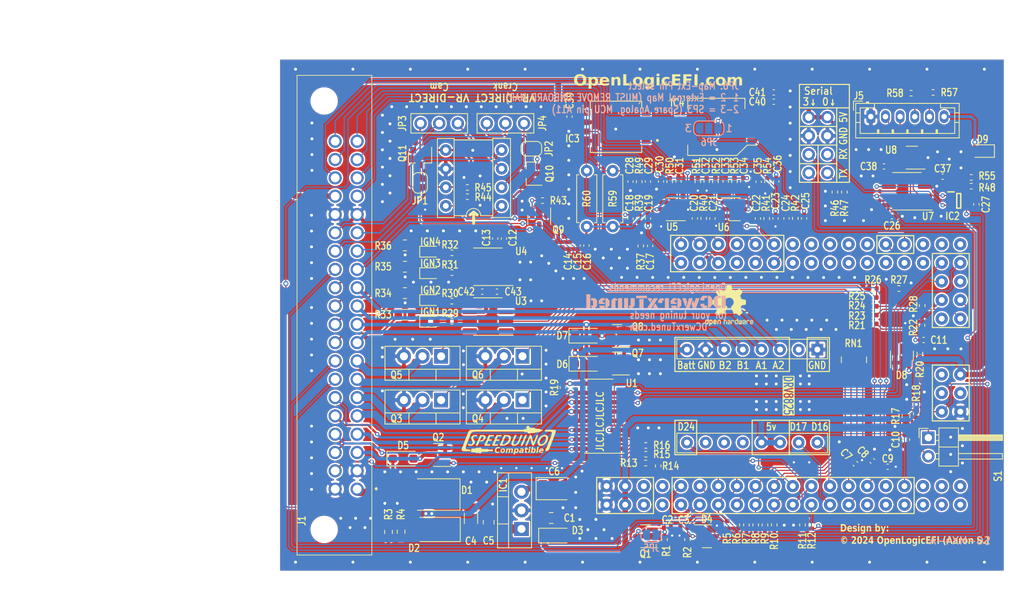
<source format=kicad_pcb>
(kicad_pcb (version 20240108) (generator "pcbnew") (generator_version "8.0")
  (layers (0 "F.Cu" mixed "Front") (31 "B.Cu" mixed "Back") (34 "B.Paste" user) (35 "F.Paste" user) (36 "B.SilkS" user "B.Silkscreen") (37 "F.SilkS" user "F.Silkscreen") (38 "B.Mask" user) (39 "F.Mask" user) (44 "Edge.Cuts" user))
  (net 0 "")
  (net 1 "+BATT")
  (net 2 "GND")
  (net 3 "MC-D38")
  (net 4 "MC-D40")
  (net 5 "IGN1")
  (net 6 "IGN2")
  (net 7 "MC-D50")
  (net 8 "MC-D52")
  (net 9 "MC-D53")
  (net 10 "MC-D49")
  (net 11 "MC-D47")
  (net 12 "MC-D45")
  (net 13 "INJ1")
  (net 14 "INJ2")
  (net 15 "MC-D8")
  (net 16 "MC-D11")
  (net 17 "MC-D9")
  (net 18 "MC-D10")
  (net 19 "MC-D16")
  (net 20 "MC-D17")
  (net 21 "MC-D24")
  (net 22 "MC-A3")
  (net 23 "MC-A4")
  (net 24 "IAT")
  (net 25 "O2")
  (net 26 "MC-A0")
  (net 27 "MC-A8")
  (net 28 "CLT")
  (net 29 "MC-A1")
  (net 30 "MC-A9")
  (net 31 "TPS")
  (net 32 "MC-A2")
  (net 33 "MC-A10")
  (net 34 "VVT")
  (net 35 "IDLE1")
  (net 36 "VR1-")
  (net 37 "Crank-In")
  (net 38 "Cam-In")
  (net 39 "Tach")
  (net 40 "Clutch")
  (net 41 "MC-D7")
  (net 42 "MC-D6")
  (net 43 "MC-D5")
  (net 44 "MC-D4")
  (net 45 "MC-RESET")
  (net 46 "MC-D20")
  (net 47 "MC-D41")
  (net 48 "MC-D39")
  (net 49 "BaroIn")
  (net 50 "MC-A5")
  (net 51 "MC-D21")
  (net 52 "MC-D42")
  (net 53 "MC-D44")
  (net 54 "MC-D46")
  (net 55 "MC-A15")
  (net 56 "MC-A14")
  (net 57 "MC-D18")
  (net 58 "MC-D19")
  (net 59 "VR2+")
  (net 60 "VR1+")
  (net 65 "MC-D48")
  (net 66 "MC-D43")
  (net 67 "MC-D37")
  (net 68 "MC-D36")
  (net 69 "MC-D35")
  (net 70 "MC-D34")
  (net 71 "MC-D33")
  (net 72 "MC-D32")
  (net 73 "MC-D31")
  (net 74 "MC-D30")
  (net 75 "MC-D29")
  (net 76 "MC-D28")
  (net 77 "MC-D27")
  (net 78 "MC-D26")
  (net 79 "MC-D25")
  (net 80 "MC-D23")
  (net 81 "MC-A13")
  (net 82 "MC-A12")
  (net 83 "MC-A11")
  (net 84 "MC-A7")
  (net 85 "MC-A6")
  (net 86 "MC-D12")
  (net 87 "MC-D13")
  (net 88 "Flex")
  (net 89 "D+")
  (net 90 "D-")
  (net 91 "CH340-TX0")
  (net 92 "MC-RX0")
  (net 93 "VBus")
  (net 94 "INJ3")
  (net 95 "INJ4")
  (net 96 "IGN3")
  (net 97 "IGN4")
  (net 98 "MapIn")
  (net 99 "ADC1")
  (net 100 "S0-TX-Proto")
  (net 101 "Net-(IGN1-A)")
  (net 102 "Net-(IGN2-A)")
  (net 103 "Net-(IGN3-A)")
  (net 104 "Net-(IGN4-A)")
  (net 105 "Net-(J5-Pin_4)")
  (net 106 "Net-(J5-Pin_5)")
  (net 107 "VR2-")
  (net 108 "Net-(Q2-G)")
  (net 109 "IDLE2")
  (net 110 "Fuel-Pump")
  (net 111 "Fan")
  (net 112 "BOOST")
  (net 113 "Net-(Q3-G)")
  (net 114 "Net-(Q4-G)")
  (net 115 "MC-D15-RX3")
  (net 116 "MC-D14-TX3")
  (net 117 "MC-TX0")
  (net 118 "ADC2")
  (net 119 "VSS")
  (net 120 "Net-(S1-Pin_2)")
  (net 121 "Net-(Q7-G)")
  (net 122 "Step-A2")
  (net 123 "Step-A1")
  (net 124 "+5V")
  (net 125 "ADC3")
  (net 126 "MC-D51")
  (net 127 "Net-(D2-K)")
  (net 128 "Net-(C21-Pad1)")
  (net 129 "Net-(U7-V3)")
  (net 130 "Net-(U7-~{RTS})")
  (net 131 "Map-Ext")
  (net 132 "MC-D22")
  (net 133 "MC-D3")
  (net 134 "Cam2")
  (net 135 "Net-(IC2-S)")
  (net 136 "D12-OUT")
  (net 137 "D13-OUT")
  (net 147 "Net-(J3-Pin_4)")
  (net 148 "Net-(J4-Pin_4)")
  (net 149 "Net-(JP1-A)")
  (net 150 "Net-(JP2-A)")
  (net 151 "Net-(Q5-G)")
  (net 152 "Net-(Q6-G)")
  (net 153 "Net-(Q8-G)")
  (net 154 "Net-(U3-IN_A)")
  (net 155 "Net-(U3-OUT_A)")
  (net 156 "Net-(U3-IN_B)")
  (net 157 "Net-(U4-IN_A)")
  (net 158 "Net-(U3-OUT_B)")
  (net 159 "Net-(U4-IN_B)")
  (net 160 "Net-(U4-OUT_A)")
  (net 161 "Net-(U4-OUT_B)")
  (footprint "Capacitor_SMD:C_0402_1005Metric" (layer "F.Cu") (at 138.850141 87.16266 90)
    (property "Reference" "C12")
    (property "Value" "100nF")
  )
  (footprint "Capacitor_SMD:C_0402_1005Metric" (layer "F.Cu") (at 137.650141 87.15728 90)
    (property "Reference" "C13")
    (property "Value" "1uF")
  )
  (footprint "Resistor_SMD:R_0805_2012Metric" (layer "F.Cu") (at 125.343235 91.002946)
    (property "Reference" "R35")
    (property "Value" "22")
  )
  (footprint "Resistor_SMD:R_0805_2012Metric" (layer "F.Cu") (at 125.343235 88.08628)
    (property "Reference" "R36")
    (property "Value" "22")
  )
  (footprint "Package_SO:SOIC-8_3.9x4.9mm_P1.27mm" (layer "F.Cu") (at 136.657428 91.00728 180)
    (property "Reference" "U4")
    (property "Value" "TC4424")
  )
  (footprint "Detonation:DVR8825-Labeled-Front" (layer "F.Cu") (at 181.602489 102.3112 -90)
    (property "Reference" "A1" (hide yes))
    (property "Value" "DRV8825_Module")
  )
  (footprint "Capacitor_SMD:C_0805_2012Metric" (layer "F.Cu") (at 145.300141 125.30728)
    (property "Reference" "C1")
    (property "Value" "100nF")
  )
  (footprint "Capacitor_SMD:C_1206_3216Metric" (layer "F.Cu") (at 134.354641 125.368 90)
    (property "Reference" "C4")
    (property "Value" "2.2uF")
  )
  (footprint "Capacitor_SMD:C_0402_1005Metric" (layer "F.Cu") (at 167.300141 84.4206 -90)
    (property "Reference" "C21")
    (property "Value" "100nF")
  )
  (footprint "Capacitor_SMD:C_0402_1005Metric" (layer "F.Cu") (at 164.900141 84.40728 90)
    (property "Reference" "C20")
    (property "Value" "220nF")
  )
  (footprint "Capacitor_SMD:C_0402_1005Metric" (layer "F.Cu") (at 163.387641 126.65728 180)
    (property "Reference" "C3")
    (property "Value" "220nF")
  )
  (footprint "Capacitor_SMD:C_0402_1005Metric" (layer "F.Cu") (at 189.100141 117.50728 -45)
    (property "Reference" "C8")
    (property "Value" "10nF")
  )
  (footprint "Capacitor_SMD:C_0402_1005Metric" (layer "F.Cu") (at 186.800141 117.90728 135)
    (property "Reference" "C7")
    (property "Value" "100nF")
  )
  (footprint "Capacitor_SMD:C_0402_1005Metric" (layer "F.Cu") (at 156.113066 79.36888 -90)
    (property "Reference" "C28")
    (property "Value" "100nF")
  )
  (footprint "Capacitor_SMD:C_0402_1005Metric" (layer "F.Cu") (at 171.500141 79.36888 -90)
    (property "Reference" "C34")
    (property "Value" "100nF")
  )
  (footprint "Capacitor_SMD:C_0402_1005Metric" (layer "F.Cu") (at 158.500141 79.36888 90)
    (property "Reference" "C29")
    (property "Value" "220nF")
  )
  (footprint "Capacitor_SMD:C_0402_1005Metric" (layer "F.Cu") (at 169.109141 79.36888 90)
    (property "Reference" "C33")
    (property "Value" "220nF")
  )
  (footprint "Capacitor_SMD:C_0402_1005Metric" (layer "F.Cu") (at 156.113066 84.4206 -90)
    (property "Reference" "C18")
    (property "Value" "100nF")
  )
  (footprint "Capacitor_SMD:C_0402_1005Metric" (layer "F.Cu") (at 158.500141 84.4206 90)
    (property "Reference" "C19")
    (property "Value" "220nF")
  )
  (footprint "Capacitor_SMD:C_0402_1005Metric" (layer "F.Cu") (at 160.281641 79.36888 -90)
    (property "Reference" "C30")
    (property "Value" "100nF")
  )
  (footprint "Capacitor_SMD:C_0402_1005Metric" (layer "F.Cu") (at 162.662641 79.36888 90)
    (property "Reference" "C31")
    (property "Value" "220nF")
  )
  (footprint "Resistor_SMD:R_0603_1608Metric" (layer "F.Cu") (at 123.100141 127.20728 90)
    (property "Reference" "R3")
    (property "Value" "1k")
  )
  (footprint "Resistor_SMD:R_0603_1608Metric" (layer "F.Cu") (at 124.818141 127.17328 -90)
    (property "Reference" "R4")
    (property "Value" "3.9k")
  )
  (footprint "Resistor_SMD:R_0402_1005Metric" (layer "F.Cu") (at 166.100141 84.40728 90)
    (property "Reference" "R40")
    (property "Value" "470r")
  )
  (footprint "Resistor_SMD:R_0402_1005Metric" (layer "F.Cu") (at 167.700141 79.38888 -90)
    (property "Reference" "R52")
    (property "Value" "470r")
  )
  (footprint "Resistor_SMD:R_0402_1005Metric" (layer "F.Cu") (at 163.887641 128.25728 -90)
    (property "Reference" "R2")
    (property "Value" "2.4k")
  )
  (footprint "Resistor_SMD:R_0402_1005Metric" (layer "F.Cu") (at 157.300141 79.38888 90)
    (property "Reference" "R49")
    (property "Value" "470r")
  )
  (footprint "Resistor_SMD:R_0402_1005Metric" (layer "F.Cu") (at 170.300141 79.38888 90)
    (property "Reference" "R53")
    (property "Value" "470r")
  )
  (footprint "Resistor_SMD:R_0402_1005Metric" (layer "F.Cu") (at 195.600141 102.80728 -90)
    (property "Reference" "R20")
    (property "Value" "1k")
  )
  (footprint "Resistor_THT:R_Axial_DIN0207_L6.3mm_D2.5mm_P7.62mm_Horizontal" (layer "F.Cu") (at 153.700141 85.51728 90)
    (property "Reference" "R59")
    (property "Value" "2.49k")
  )
  (footprint "Resistor_SMD:R_0402_1005Metric" (layer "F.Cu") (at 157.300141 84.4006 90)
    (property "Reference" "R39")
    (property "Value" "470r")
  )
  (footprint "Resistor_SMD:R_0402_1005Metric" (layer "F.Cu") (at 161.462641 79.38888 90)
    (property "Reference" "R50")
    (property "Value" "470r")
  )
  (footprint "Capacitor_SMD:C_0402_1005Metric" (layer "F.Cu") (at 166.500141 79.38888 -90)
    (property "Reference" "C32")
    (property "Value" "47pF")
  )
  (footprint "Package_SO:SOIC-16_3.9x9.9mm_P1.27mm" (layer "F.Cu") (at 151.800141 111.40728 180)
    (property "Reference" "U1")
    (property "Value" "ULN2003ADR")
  )
  (footprint "Package_TO_SOT_THT:TO-220-3_Vertical" (layer "F.Cu") (at 141.245141 126.80728 90)
    (property "Reference" "IC1")
    (property "Value" "LM2940")
  )
  (footprint "Resistor_SMD:R_0402_1005Metric" (layer "F.Cu") (at 157.519882 88.1549 -90)
    (property "Reference" "R37")
    (property "Value" "51k")
  )
  (footprint "Detonation:1X4-PROTO-NoSilk" (layer "F.Cu") (at 182.972241 70.581423)
    (property "Reference" "J4" (hide yes))
    (property "Value" "Conn_01x04")
  )
  (footprint "Detonation:Socket_VRConditioner_Corrected" (layer "F.Cu") (at 138.535882 82.694988 180)
    (property "Reference" "J2" (hide yes))
    (property "Value" "VR_Header")
  )
  (footprint "Jumper:SolderJumper-2_P1.3mm_Open_RoundedPad1.0x1.5mm" (layer "F.Cu") (at 142.5956 74.896713)
    (property "Reference" "JP2")
    (property "Value" "FET Bypass" (hide yes))
  )
  (footprint "Jumper:SolderJumper-2_P1.3mm_Open_RoundedPad1.0x1.5mm" (layer "F.Cu") (at 127.403571 79.560982 -90)
    (property "Reference" "JP1")
    (property "Value" "FET Bypass" (hide yes))
  )
  (footprint "Resistor_SMD:R_0402_1005Metric" (layer "F.Cu") (at 133.856 81.4436 180)
    (property "Reference" "R44")
    (property "Value" "1k")
  )
  (footprint "Resistor_SMD:R_0402_1005Metric" (layer "F.Cu") (at 133.856 80.1736 180)
    (property "Reference" "R45")
    (property "Value" "1k")
  )
  (footprint "Resistor_SMD:R_0402_1005Metric" (layer "F.Cu") (at 165.300141 79.38888 90)
    (property "Reference" "R51")
    (property "Value" "51k")
  )
  (footprint "Package_TO_SOT_SMD:SOT-23" (layer "F.Cu") (at 142.6464 78.294 180)
    (property "Reference" "Q10")
    (property "Value" "AO3400A" (hide yes))
  )
  (footprint "Package_TO_SOT_SMD:SOT-23" (layer "F.Cu") (at 127.410934 76.084639 -90)
    (property "Reference" "Q11")
    (property "Value" "AO3400A")
  )
  (footprint "Diode_SMD:D_SMA" (layer "F.Cu") (at 129.380891 126.879746 180)
    (property "Reference" "D2")
    (property "Value" "M7")
  )
  (footprint "Resistor_SMD:R_0603_1608Metric" (layer "F.Cu") (at 193.700141 111.38228 90)
    (property "Reference" "R17")
    (property "Value" "120r")
  )
  (footprint "Package_SO:SOIC-8_3.9x4.9mm_P1.27mm" (layer "F.Cu") (at 136.657428 97.80728 180)
    (property "Reference" "U3")
    (property "Value" "TC4424")
  )
  (footprint "Resistor_SMD:R_0402_1005Metric" (layer "F.Cu") (at 189.200141 96.40728 180)
    (property "Reference" "R24")
    (property "Value" "1k")
  )
  (footprint "Capacitor_SMD:C_0402_1005Metric" (layer "F.Cu") (at 173.500141 84.4206 90)
    (property "Reference" "C22")
    (property "Value" "220nF")
  )
  (footprint "Package_TO_SOT_SMD:SOT-23" (layer "F.Cu") (at 193.150141 103.16978 90)
    (property "Reference" "D8")
    (property "Value" "BAV99")
  )
  (footprint "LED_SMD:LED_0603_1608Metric" (layer "F.Cu") (at 128.845428 98.51848)
    (property "Reference" "IGN1")
    (property "Value" "LED")
  )
  (footprint "Capacitor_SMD:C_0402_1005Metric" (layer "F.Cu") (at 191.200141 118.30728)
    (property "Reference" "C9")
    (property "Value" "10nF")
  )
  (footprint "Package_TO_SOT_SMD:SOT-23" (layer "F.Cu") (at 154.300141 100.45728 180)
    (property "Reference" "Q8")
    (property "Value" "AO3400A")
  )
  (footprint "Capacitor_SMD:C_0402_1005Metric" (layer "F.Cu") (at 175.660941 67.20228)
    (property "Reference" "C41")
    (property "Value" "1uF")
  )
  (footprint "Package_TO_SOT_SMD:SOT-23" (layer "F.Cu") (at 154.300141 104.21856 180)
    (property "Reference" "Q7")
    (property "Value" "AO3400A")
  )
  (footprint "Detonation:TestPoint_THT_D0.6mm_Drill0.3mm" (layer "F.Cu") (at 198.700141 82.60728 90)
    (property "Reference" "TP2" (hide yes))
    (property "Value" "TestPoint")
  )
  (footprint "Resistor_SMD:R_0402_1005Metric" (layer "F.Cu") (at 146.899841 107.49306 90)
    (property "Reference" "R19")
    (property "Value" "10k")
  )
  (footprint "Resistor_SMD:R_0402_1005Metric" (layer "F.Cu") (at 202.600141 80.00728 180)
    (property "Reference" "R48")
    (property "Value" "10k")
  )
  (footprint "Connector_PinHeader_2.54mm:PinHeader_1x02_P2.54mm_Horizontal" (layer "F.Cu") (at 196.7484 114.3458)
    (property "Reference" "S1")
    (property "Value" "Reset Control")
  )
  (footprint "Detonation:TestPoint_THT_D0.6mm_Drill0.3mm" (layer "F.Cu") (at 201.951482 83.80728 90)
    (property "Reference" "TP1" (hide yes))
    (property "Value" "TestPoint")
  )
  (footprint "Resistor_SMD:R_0805_2012Metric" (layer "F.Cu") (at 125.343235 94.606612)
    (property "Reference" "R34")
    (property "Value" "22")
  )
  (footprint "Resistor_THT:R_Axial_DIN0207_L6.3mm_D2.5mm_P7.62mm_Horizontal" (layer "F.Cu") (at 150.144141 77.89728 -90)
    (property "Reference" "R60")
    (property "Value" "2.49k")
  )
  (footprint "Diode_SMD:D_SOD-123F" (layer "F.Cu") (at 149.937641 100.41856)
    (property "Reference" "D7")
    (property "Value" "SM4007PL")
  )
  (footprint "Resistor_SMD:R_0402_1005Metric" (layer "F.Cu") (at 160.750141 128.25728 90)
    (property "Reference" "R1")
    (property "Value" "1k")
  )
  (footprint "Diode_SMD:D_SMB" (layer "F.Cu") (at 129.200141 122.10728 180)
    (property "Reference" "D1")
    (property "Value" "SMBJ30CA")
  )
  (footprint "Capacitor_SMD:C_0402_1005Metric" (layer "F.Cu") (at 150.100141 88.10728 -90)
    (property "Reference" "C16")
    (property "Value" "1uF")
  )
  (footprint "LED_SMD:LED_0603_1608Metric" (layer "F.Cu") (at 128.845428 91.88348)
    (property "Reference" "IGN3")
    (property "Value" "LED")
  )
  (footprint "Resistor_SMD:R_0402_1005Metric" (layer "F.Cu") (at 169.2972 126.250857 90)
    (property "Reference" "R5")
    (property "Value" "100k")
  )
  (footprint "Resistor_SMD:R_0402_1005Metric" (layer "F.Cu") (at 189.200141 95.20728 180)
    (property "Reference" "R25")
    (property "Value" "1k")
  )
  (footprint "Detonation:KP234" (layer "F.Cu") (at 154.146441 71.90128 180)
    (property "Reference" "IC3")
    (property "Value" "KP234XTMA1")
  )
  (footprint "Resistor_SMD:R_0402_1005Metric" (layer "F.Cu") (at 171.931881 126.250857 90)
    (property "Reference" "R7")
    (property "Value" "100k")
  )
  (footprint "Resistor_SMD:R_0402_1005Metric" (layer "F.Cu") (at 131.753571 89.10228 180)
    (property "Reference" "R32")
    (property "Value" "470r")
  )
  (footprint "Package_TO_SOT_SMD:SOT-23-6" (layer "F.Cu") (at 194.500141 76.10728 180)
    (property "Reference" "U8")
    (property "Value" "SRV05-4-P-T7")
  )
  (footprint "Capacitor_SMD:C_0402_1005Metric" (layer "F.Cu") (at 175.660941 68.47228)
    (property "Reference" "C40")
    (property "Value" "100nF")
  )
  (footprint "Resistor_SMD:R_0402_1005Metric" (layer "F.Cu") (at 194.400141 67.30728 180)
    (property "Reference" "R58")
    (property "Value" "5.1k")
  )
  (footprint "Resistor_SMD:R_0402_1005Metric" (layer "F.Cu") (at 175.726386 126.250857 90)
    (property "Reference" "R10")
    (property "Value" "100k")
  )
  (footprint "Capacitor_SMD:C_0402_1005Metric" (layer "F.Cu") (at 179.800141 84.40728 -90)
    (property "Reference" "C25")
    (property "Value" "100nF")
  )
  (footprint "Diode_SMD:D_SOD-123F" (layer "F.Cu") (at 125.100141 117.20728)
    (property "Reference" "D5")
    (property "Value" "SM4007PL")
  )
  (footprint "Package_TO_SOT_THT:TO-220-3_Vertical" (layer "F.Cu") (at 130.280141 109.20728 180)
    (property "Reference" "Q3")
    (property "Value" "STP75N04Z")
  )
  (footprint "LED_SMD:LED_0603_1608Metric" (layer "F.Cu") (at 128.845428 95.55488)
    (property "Reference" "IGN2")
    (property "Value" "LED")
  )
  (footprint "Detonation:MX23A40NF1" (layer "F.Cu") (at 118.824 121.36988 -90)
    (property "Reference" "J1")
    (property "Value" "MX23A40NF1" (hide yes))
  )
  (footprint "Resistor_SMD:R_0402_1005Metric" (layer "F.Cu") (at 197.400141 67.20728)
    (property "Reference" "R57")
    (property "Value" "5.1k")
  )
  (footprint "Resistor_SMD:R_0402_1005Metric" (layer "F.Cu") (at 173.196716 126.250857 90)
    (property "Reference" "R8")
    (property "Value" "100k")
  )
  (footprint "Resistor_SMD:R_0402_1005Metric" (layer "F.Cu") (at 174.800141 79.38888 90)
    (property "Reference" "R54")
    (property "Value" "470r")
  )
  (footprint "Package_TO_SOT_SMD:SOT-23-6" (layer "F.Cu") (at 161.800141 83.15728 180)
    (property "Reference" "U5")
    (property "Value" "SRV05-4-P-T7")
  )
  (footprint "Detonation:TestPoint_THT_D0.6mm_Drill0.3mm" (layer "F.Cu") (at 189.700141 81.329621 90)
    (property "Reference" "TP3" (hide yes))
    (property "Value" "TestPoint")
  )
  (footprint "Capacitor_SMD:C_0402_1005Metric" (layer "F.Cu") (at 161.150141 126.65728 180)
    (property "Reference" "C2")
    (property "Value" "10nF")
  )
  (footprint "Capacitor_SMD:C_0603_1608Metric" (layer "F.Cu") (at 193.700141 114.60728 -90)
    (property "Reference" "C10")
    (property "Value" "10uF")
  )
  (footprint "Resistor_SMD:R_0402_1005Metric" (layer "F.Cu") (at 179.578 126.250857 -90)
    (property "Reference" "R11")
    (property "Value" "1k")
  )
  (footprint "Diode_SMD:D_SOD-323" (layer "F.Cu") (at 204.150141 75.20728 180)
    (property "Reference" "D9")
    (property "Value" "1N5819WS")
  )
  (footprint "Resistor_SMD:R_0402_1005Metric" (layer "F.Cu") (at 158.200141 115.40728 180)
    (property "Reference" "R16")
    (property "Value" "470r")
  )
  (footprint "Resistor_SMD:R_0402_1005Metric" (layer "F.Cu") (at 184.000141 80.80728 -90)
    (property "Reference" "R46")
    (property "Value" "2k")
  )
  (footprint "Package_SO:SOIC-8_3.9x4.9mm_P1.27mm" (layer "F.Cu") (at 193.825141 80.70228 180)
    (property "Reference" "U7")
    (property "Value" "CH340N")
  )
  (footprint "Package_TO_SOT_SMD:SOT-23" (layer "F.Cu") (at 129.900141 116.70728 180)
    (property "Reference" "Q2")
    (property "Value" "AO3400A")
  )
  (footprint "Resistor_SMD:R_0402_1005Metric" (layer "F.Cu") (at 189.200141 93.98)
    (property "Reference" "R26")
    (property "Value" "100k")
  )
  (footprint "Resistor_SMD:R_0402_1005Metric" (layer "F.Cu") (at 195.900141 96.30728 -90)
    (property "Reference" "R28")
    (property "Value" "100k")
  )
  (footprint "Package_TO_SOT_THT:TO-220-3_Vertical" (layer "F.Cu") (at 141.38212 109.200061 180)
    (property "Reference" "Q4")
    (property "Value" "STP75N04Z")
  )
  (footprint "Capacitor_SMD:C_0402_1005Metric" (layer "F.Cu") (at 147.797141 70.5045 -90)
    (property "Reference" "C39")
    (property "Value" "100nF")
  )
  (footprint "Resistor_SMD:R_0402_1005Metric" (layer "F.Cu") (at 195.100141 111.08228 -90)
    (property "Reference" "R18")
    (property "Value" "10k")
  )
  (footprint "Package_TO_SOT_SMD:SOT-23" (layer "F.Cu") (at 143.6624 84.6163 -90)
    (property "Reference" "Q9")
    (property "Value" "AO3400A")
  )
  (footprint "Package_TO_SOT_SMD:SOT-23" (layer "F.Cu") (at 158.162641 127.80728 180)
    (property "Reference" "Q1")
    (property "Value" "AO3400A")
  )
  (footprint "Capacitor_SMD:C_0402_1005Metric" (layer "F.Cu") (at 176.000141 79.36888 -90)
    (property "Reference" "C36")
    (property "Value" "100nF")
  )
  (footprint "LED_SMD:LED_0603_1608Metric" (layer "F.Cu") (at 128.845428 88.94988)
    (property "Reference" "IGN4")
    (property "Value" "LED")
  )
  (footprint "Package_TO_SOT_SMD:SOT-23-6" (layer "F.Cu") (at 170.300141 83.15728)
    (property "Reference" "U6")
    (property "Value" "SRV05-4-P-T7")
  )
  (footprint "Resistor_SMD:R_Array_Concave_4x0603" (layer "F.Cu") (at 186.600141 103.70728 -90)
    (property "Reference" "RN1")
    (property "Value" "1k")
  )
  (footprint "Capacitor_SMD:C_0402_1005Metric" (layer "F.Cu") (at 175.900141 84.4206 -90)
    (property "Reference" "C23")
    (property "Value" "100nF")
  )
  (footprint "Resistor_SMD:R_0402_1005Metric" (layer "F.Cu") (at 131.753571 95.70728 180)
    (property "Reference" "R30")
    (property "Value" "470r")
  )
  (footprint "Detonation:1x03-Proto" (layer "F.Cu") (at 127.479679 71.423159 90)
    (property "Reference" "JP3")
    (property "Value" "DIRECT/VR")
  )
  (footprint "Resistor_SMD:R_0402_1005Metric" (layer "F.Cu") (at 159.900141 118.20728 90)
    (property "Reference" "R14")
    (property "Value" "100k")
  )
  (footprint "Package_TO_SOT_SMD:SOT-23" (layer "F.Cu") (at 166.537641 127.80728)
    (property "Reference" "D4")
    (property "Value" "BAV99")
  )
  (footprint "Capacitor_SMD:C_0402_1005Metric" (layer "F.Cu") (at 147.700141 88.10728 -90)
    (property "Reference" "C14")
    (property "Value" "100nF")
  )
  (footprint "Detonation:SOP65P210X110-6N" (layer "F.Cu") (at 200.900141 82.00728)
    (property "Reference" "IC2")
    (property "Value" "74LVC1G157GW,125" (hide yes))
  )
  (footprint "Capacitor_SMD:C_0402_1005Metric" (layer "F.Cu") (at 135.900141 94.40728 180)
    (property "Reference" "C42")
    (property "Value" "1uF")
  )
  (footprint "Resistor_SMD:R_0402_1005Metric" (layer "F.Cu") (at 174.461551 126.250857 90)
    (property "Reference" "R9")
    (property "Value" "100k")
  )
  (footprint "Resistor_SMD:R_0402_1005Metric" (layer "F.Cu") (at 189.200141 98.80728 180)
    (property "Reference" "R21")
    (property "Value" "1k")
  )
  (footprint "Capacitor_SMD:C_0402_1005Metric" (layer "F.Cu") (at 203.300141 82.484939 90)
    (property "Reference" "C27")
    (property "Value" "100nF")
  )
  (footprint "Resistor_SMD:R_0402_1005Metric" (layer "F.Cu") (at 158.190141 117.80728 180)
    (property "Reference" "R13")
    (property "Value" "470r")
  )
  (footprint "Capacitor_SMD:C_0402_1005Metric" (layer "F.Cu") (at 191.780141 84.10588)
    (property "Reference" "C26")
    (property "Value" "100nF")
  )
  (footprint "Detonation:Arduino_Mega_Mini_2560_SmallCrtYd_NoVin" (layer "F.Cu") (at 175.514 105.714798)
    (property "Reference" "U2" (hide yes))
    (property "Value" "Mega_Pro_VinPinsUnpopulated")
  )
  (footprint "Resistor_SMD:R_0402_1005Metric" (layer "F.Cu") (at 178.600141 84.40728 90)
    (property "Reference" "R42")
    (property "Value" "470r")
  )
  (footprint "Capacitor_SMD:C_0402_1005Metric" (layer "F.Cu") (at 177.400141 84.40728 90)
    (property "Reference" "C24")
    (property "Value" "220nF")
  )
  (footprint "Package_TO_SOT_THT:TO-220-3_Vertical" (layer "F.Cu") (at 141.38212 103.231061 180)
    (property "Reference" "Q6")
    (property "Value" "STP75N04Z")
  )
  (footprint "Resistor_SMD:R_0402_1005Metric" (layer "F.Cu") (at 192.7352 93.98 180)
    (property "Reference" "R27")
    (property "Value" "100k")
  )
  (footprint "Detonation-Logos:SpeeduinoCompatible-14mm" (layer "F.Cu") (at 139.500141 114.60728)
    (property "Reference" "G1" (hide yes))
    (property "Value" "Logo_Open_Hardware_Small" (hide yes))
  )
  (footprint "Resistor_SMD:R_0402_1005Metric" (layer "F.Cu") (at 185.300141 80.80728 90)
    (property "Reference" "R47")
    (property "Value" "1k")
  )
  (footprint "Resistor_SMD:R_0402_1005Metric" (layer "F.Cu") (at 189.200141 97.60728 180)
    (property "Reference" "R23")
    (property "Value" "1k")
  )
  (footprint "Connector_JST:JST_PH_B6B-PH-K_1x06_P2.00mm_Vertical" (layer "F.Cu") (at 188.900141 70.50728)
    (property "Reference" "J5")
    (property "Value" "USB-S0")
  )
  (footprint "Diode_SMD:D_SOD-123F" (layer "F.Cu") (at 149.937641 104.25234)
    (property "Reference" "D6")
    (property "Value" "SM4007PL")
  )
  (footprint "Capacitor_SMD:C_0402_1005Metric" (layer "F.Cu") (at 173.600141 79.40728 90)
    (property "Reference" "C35")
    (property "Value" "220nF")
  )
  (footprint "Capacitor_Tantalum_SMD:CP_EIA-3528-15_AVX-H" (layer "F.Cu") (at 145.700141 121.30728)
    (property "Reference" "C6")
    (property "Value" "100uF")
  )
  (footprint "Resistor_SMD:R_0402_1005Metric" (layer "F.Cu") (at 174.700141 84.4206 90)
    (property "Reference" "R41")
    (property "Value" "470r")
  )
  (footprint "Capacitor_SMD:C_0805_2012Metric" (layer "F.Cu") (at 136.770141 125.88228 90)
    (property "Reference" "C5")
    (property "Value" "470nF")
  )
  (footprint "Resistor_SMD:R_0805_2012Metric" (layer "F.Cu") (at 125.343235 97.55328)
    (property "Reference" "R33")
    (property "Value" "22")
  )
  (footprint "Resistor_SMD:R_0402_1005Metric" (layer "F.Cu") (at 180.848 126.250857 90)
    (property "Reference" "R12")
    (property "Value" "2k")
  )
  (footprint "Capacitor_SMD:C_0402_1005Metric" (layer "F.Cu") (at 137.900141 94.40728)
    (property "Reference" "C43")
    (property "Value" "100nF")
  )
  (footprint "Capacitor_SMD:C_0402_1005Metric" (layer "F.Cu") (at 148.900141 88.10728 -90)
    (property "Reference" "C15")
    (property "Value" "220nF")
  )
  (footprint "Resistor_SMD:R_0402_1005Metric" (layer "F.Cu") (at 195.8848 99.0092 -90)
    (property "Reference" "R22")
    (property "Value" "100k")
  )
  (footprint "Detonation:TestPoint_THT_D0.6mm_Drill0.3mm" (layer "F.Cu") (at 198.700141 81.27548 90)
    (property "Reference" "TP4" (hide yes))
    (property "Value" "TestPoint")
  )
  (footprint "Resistor_SMD:R_0402_1005Metric" (layer "F.Cu") (at 202.600141 78.80728)
    (property "Reference" "R55")
    (property "Value" "470r")
  )
  (footprint "Capacitor_SMD:C_0402_1005Metric" (layer "F.Cu") (at 190.700141 77.30728 180)
    (property "Reference" "C38")
    (property "Value" "100nF")
  )
  (footprint "Resistor_SMD:R_0402_1005Metric" (layer "F.Cu") (at 144.1196 81.977 180)
    (property "Reference" "R43")
    (property "Value" "1k")
  )
  (footprint "Resistor_SMD:R_0402_1005Metric" (layer "F.Cu") (at 131.753571 98.44228 180)
    (property "Reference" "R29")
    (property "Value" "470r")
  )
  (footprint "Detonation:1x03-Proto" (layer "F.Cu") (at 136.514082 71.423159 90)
    (property "Reference" "JP4")
    (property "Value" "DIRECT/VR")
  )
  (footprint "Detonation:MPXH6250" (layer "F.Cu") (at 167.825041 71.90128 180)
    (property "Reference" "IC4")
    (property "Value" "MPXHZ6400" (hide yes))
  )
  (footprint "Package_TO_SOT_THT:TO-220-3_Vertical" (layer "F.Cu") (at 130.280141 103.23828 180)
    (property "Reference" "Q5")
    (property "Value" "STP75N04Z")
  )
  (footprint "Detonation:1X4-PROTO-NoSilk" (layer "F.Cu") (at 180.432241 70.581423)
    (property "Reference" "J3" (hide yes))
    (property "Value" "Conn_01x04")
  )
  (footprint "Resistor_SMD:R_0402_1005Metric" (layer "F.Cu") (at 131.753571 91.80728 180)
    (property "Reference" "R31")
    (property "Value" "470r")
  )
  (footprint "Resistor_SMD:R_0402_1005Metric" (layer "F.Cu") (at 170.600141 126.238 90)
    (property "Reference" "R6")
    (property "Value" "100k")
  )
  (footprint "Detonation:TestPoint_THT_D0.6mm_Drill0.3mm" (layer "F.Cu") (at 189.700141 80.059621 90)
    (property "Reference" "TP5" (hide yes))
    (property "Value" "TestPoint")
  )
  (footprint "Capacitor_SMD:C_0402_1005Metric" (layer "F.Cu") (at 196.100141 101.00728)
    (property "Reference" "C11")
    (property "Value" "220nF")
  )
  (footprint "Capacitor_SMD:C_0402_1005Metric" (layer "F.Cu") (at 158.795341 88.1575 90)
    (property "Reference" "C17")
    (property "Value" "100nF")
  )
  (footprint "Capacitor_SMD:C_0402_1005Metric" (layer "F.Cu") (at 198.700141 78.70728)
    (property "Reference" "C37")
    (property "Value" "100nF")
  )
  (footprint "Symbol:OSHW-Logo2_7.3x6mm_SilkScreen" (layer "F.Cu") (at 169.5704 96.3168)
    (property "Reference" "G2" (hide yes))
    (property "Value" "Logo_Open_Hardware_Small" (hide yes))
  )
  (footprint "Resistor_SMD:R_0402_1005Metric" (layer "F.Cu") (at 158.200141 116.60728 180)
    (property "Reference" "R15")
    (property "Value" "470r")
  )
  (footprint "Diode_SMD:D_SOD-123F" (layer "F.Cu") (at 145.800141 127.70728)
    (property "Reference" "D3")
    (property "Value" "SMF6V0CA")
  )
  (footprint "Detonation-Logos:DCWerx-19mm" (layer "B.Cu") (at 159.600141 95.70728 180)
    (property "Reference" "G***" (hide yes))
    (property "Value" "LOGO" (hide yes))
  )
  (footprint "Detonation:SolderJumper-3-OPEN" (layer "B.Cu") (at 166.800141 72.10728 180)
    (property "Reference" "JP6")
    (property "Value" "SolderJumper_3_Open")
  )
  (footprint "Jumper:SolderJumper-2_P1.3mm_Open_RoundedPad1.0x1.5mm" (layer "B.Cu") (at 158.950141 127.60728)
    (property "Reference" "JP5")
    (property "Value" "FET Bypass")
  )
  (gr_line (start 179.166141 79.471423) (end 185.973341 79.471423) (stroke (width 0.153)) (layer "F.SilkS"))
  (gr_rect (start 151.505541 119.773857) (end 159.252541 124.701457) (stroke (width 0.16)) (fill none) (layer "F.SilkS"))
  (gr_line (start 179.166141 71.851423) (end 179.166141 74.391423) (stroke (width 0.153)) (layer "F.SilkS"))
  (gr_line (start 184.246141 69.311423) (end 184.246141 71.851423) (stroke (width 0.153)) (layer "F.SilkS"))
  (gr_line (start 179.166141 74.391423) (end 184.246141 74.391423) (stroke (width 0.153)) (layer "F.SilkS"))
  (gr_line (start 185.973341 66.111023) (end 185.973341 79.471423) (stroke (width 0.153)) (layer "F.SilkS"))
  (gr_line (start 181.706141 74.3966) (end 181.706141 79.4512) (stroke (width 0.153)) (layer "F.SilkS"))
  (gr_rect (start 161.792541 119.773857) (end 194.812541 124.701457) (stroke (width 0.16)) (fill none) (layer "F.SilkS"))
  (gr_rect (start 197.299143 104.432257) (end 202.328343 112.052257) (stroke (width 0.16)) (fill none) (layer "F.SilkS"))
  (gr_line (start 179.166141 69.311423) (end 185.973341 69.311423) (stroke (width 0.153)) (layer "F.SilkS"))
  (gr_line (start 184.246141 76.931423) (end 184.246141 79.471423) (stroke (width 0.153)) (layer "F.SilkS"))
  (gr_line (start 179.166141 69.311423) (end 179.166141 71.851423) (stroke (width 0.153)) (layer "F.SilkS"))
  (gr_rect (start 161.589341 86.705655) (end 177.032541 91.684055) (stroke (width 0.16)) (fill none) (layer "F.SilkS"))
  (gr_line (start 184.246141 71.851423) (end 184.246141 74.391423) (stroke (width 0.153)) (layer "F.SilkS"))
  (gr_line (start 179.166141 71.851423) (end 184.246141 71.851423) (stroke (width 0.153)) (layer "F.SilkS"))
  (gr_rect (start 197.299143 89.192257) (end 202.328343 99.301457) (stroke (width 0.16)) (fill none) (layer "F.SilkS"))
  (gr_line (start 179.166141 76.931423) (end 184.246141 76.931423) (stroke (width 0.153)) (layer "F.SilkS"))
  (gr_line (start 179.166141 69.311423) (end 179.166141 66.111023) (stroke (width 0.153)) (layer "F.SilkS"))
  (gr_line (start 179.166141 66.111023) (end 185.973341 66.111023) (stroke (width 0.153)) (layer "F.SilkS"))
  (gr_line (start 179.166141 74.391423) (end 179.166141 76.931423) (stroke (width 0.153)) (layer "F.SilkS"))
  (gr_rect (start 189.729943 86.753857) (end 194.759143 89.192257) (stroke (width 0.16)) (fill none) (layer "F.SilkS"))
  (gr_line (start 184.246141 74.391423) (end 184.246141 76.931423) (stroke (width 0.153)) (layer "F.SilkS"))
  (gr_line (start 179.166141 76.931423) (end 179.166141 79.471423) (stroke (width 0.153)) (layer "F.SilkS"))
  (gr_line (start 207.055121 132.50728) (end 108.300141 132.50728) (stroke (width 0.0381)) (layer "Edge.Cuts"))
  (gr_line (start 207.055141 62.7073) (end 207.055121 132.50728) (stroke (width 0.0381)) (layer "Edge.Cuts"))
  (gr_line (start 108.300141 62.70728) (end 207.055141 62.7073) (stroke (width 0.0381)) (layer "Edge.Cuts"))
  (gr_line (start 108.300141 132.50728) (end 108.300141 62.70728) (stroke (width 0.0381)) (layer "Edge.Cuts"))
  (gr_text "for your tuning needs\nDCwerxTuned.com" (at 155.900141 98.40728 0) (layer "B.SilkS") (effects (font (size 1 0.8) (thickness 0.16)) (justify right mirror)))
  (gr_text "JP6: Map-Ext Pin select \n1-2 = External Map (MUST REMOVE ONBOARD MAP)\n2-3 = SP3 (Spare Analog, MCU pin A11)" (at 171.000141 70.10728 0) (layer "B.SilkS") (effects (font (size 1 0.8) (thickness 0.16) (bold yes)) (justify left bottom mirror)))
  (gr_text "OpenLogicEFI recommends " (at 160.900141 93.80728 0) (layer "B.SilkS") (effects (font (size 1 0.8) (thickness 0.16)) (justify mirror)))
  (gr_text "SG-MX4-A" (at 201.100141 128.40728 0) (layer "B.SilkS") (effects (font (size 1 1) (thickness 0.16)) (justify mirror)))
  (gr_text "Cam" (at 130.00468 66.40728 180) (layer "F.SilkS") (effects (font (size 1 0.8) (thickness 0.16))))
  (gr_text "↑" (at 134.716141 84.173959 0) (layer "F.SilkS") (effects (font (size 2 2.54) (thickness 0.4))))
  (gr_text "VR-DIRECT" (at 130.00468 67.90728 180) (layer "F.SilkS") (effects (font (size 1 1) (thickness 0.2))))
  (gr_text "GND" (at 185.169341 73.152 90) (layer "F.SilkS") (effects (font (size 1 0.8) (thickness 0.16))))
  (gr_text "TX  RX\n" (at 185.169341 76.901842 90) (layer "F.SilkS") (effects (font (size 1 0.8) (thickness 0.16))))
  (gr_text "Crank" (at 139.039083 66.40728 180) (layer "F.SilkS") (effects (font (size 1 0.8) (thickness 0.16))))
  (gr_text "VR-DIRECT" (at 139.039083 67.90728 180) (layer "F.SilkS") (effects (font (size 1 1) (thickness 0.2))))
  (gr_text "5V" (at 185.169341 71.4248 90) (layer "F.SilkS") (effects (font (size 1 0.8) (thickness 0.16)) (justify left)))
  (gr_text "3↓ 0↓" (at 181.930841 68.4784 0) (layer "F.SilkS") (effects (font (size 1 0.9) (thickness 0.16))))
  (gr_text "Serial" (at 181.753041 67.00728 0) (layer "F.SilkS") (effects (font (size 1 0.9) (thickness 0.16))))
  (gr_text "Design by:\n© 2024 OpenLogicEFI (Aaron S.)" (at 184.700141 129.00728 0) (layer "F.SilkS") (effects (font (size 1 0.8) (thickness 0.154) (bold yes)) (justify left bottom)))
  (gr_text "OpenLogicEFI.com" (at 148.300141 66.50728 0) (layer "F.SilkS") (effects (font (size 1.5 1.6) (thickness 0.16) (bold yes)) (justify left bottom)))
  (gr_text "JLCJLCJLCJLC" (at 152.546 116.3574 90) (layer "F.SilkS") (effects (font (size 1 0.8) (thickness 0.16) (bold yes)) (justify left bottom)))
  (segment (start 124.918141 127.99828) (end 125.954141 127.99828) (width 0.4) (layer "F.Cu") (net 1))
  (segment (start 125.954141 127.99828) (end 126.431675 127.520746) (width 0.4) (layer "F.Cu") (net 1))
  (segment (start 127.348891 124.70728) (end 127.348891 126.847746) (width 1) (layer "F.Cu") (net 1))
  (segment (start 127.380891 122.64303) (end 127.380891 123.079746) (width 1) (layer "F.Cu") (net 1))
  (segment (start 127.348891 124.70728) (end 129.000141 124.70728) (width 0.762) (layer "F.Cu") (net 1))
  (segment (start 149.325141 106.96228) (end 147.8467 106.96228) (width 0.4064) (layer "F.Cu") (net 1))
  (segment (start 123.700141 121.80728) (end 126.750141 121.80728) (width 1) (layer "F.Cu") (net 1))
  (segment (start 118.8614 121.80728) (end 123.700141 121.80728) (width 1) (layer "F.Cu") (net 1))
  (segment (start 146.899841 106.98306) (end 147.82592 106.98306) (width 0.3048) (layer "F.Cu") (net 1))
  (segment (start 148.563161 104.08638) (end 148.563161 100.53452) (width 0.5) (layer "F.Cu") (net 1))
  (segment (start 127.348891 123.111746) (end 127.348891 124.70728) (width 1) (layer "F.Cu") (net 1))
  (segment (start 123.700141 116.90728) (end 123.700141 121.40728) (width 0.4064) (layer "F.Cu") (net 1))
  (segment (start 147.82592 106.98306) (end 147.8467 106.96228) (width 0.4) (layer "F.Cu") (net 1))
  (via (at 128.200141 124.70728) (size 0.7) (drill 0.4) (layers "F.Cu" "B.Cu") (net 1))
  (via (at 147.8467 106.96228) (size 0.7) (drill 0.4) (layers "F.Cu" "B.Cu") (net 1))
  (via (at 129.000141 124.70728) (size 0.7) (drill 0.4) (layers "F.Cu" "B.Cu") (net 1))
  (via (at 148.563161 102.78478) (size 0.7) (drill 0.4) (layers "F.Cu" "B.Cu") (net 1))
  (segment (start 149.500141 102.844941) (end 149.43998 102.78478) (width 0.5) (layer "B.Cu") (net 1))
  (segment (start 149.500141 102.844941) (end 149.987802 102.35728) (width 0.762) (layer "B.Cu") (net 1))
  (segment (start 147.8467 106.96228) (end 149.500141 106.96228) (width 0.508) (layer "B.Cu") (net 1))
  (segment (start 139.300141 119.60728) (end 134.200141 124.70728) (width 0.762) (layer "B.Cu") (net 1))
  (segment (start 128.200141 124.70728) (end 129.000141 124.70728) (width 0.762) (layer "B.Cu") (net 1))
  (segment (start 147.100141 119.60728) (end 139.300141 119.60728) (width 0.762) (layer "B.Cu") (net 1))
  (segment (start 134.200141 124.70728) (end 129.000141 124.70728) (width 0.762) (layer "B.Cu") (net 1))
  (segment (start 149.43998 102.78478) (end 148.563161 102.78478) (width 0.5) (layer "B.Cu") (net 1))
  (segment (start 149.500141 102.844941) (end 149.600141 102.944941) (width 0.762) (layer "B.Cu") (net 1))
  (segment (start 149.600141 102.944941) (end 149.600141 117.10728) (width 0.762) (layer "B.Cu") (net 1))
  (segment (start 149.600141 117.10728) (end 147.100141 119.60728) (width 0.762) (layer "B.Cu") (net 1))
  (segment (start 149.987802 102.35728) (end 163.568569 102.35728) (width 0.762) (layer "B.Cu") (net 1))
  (via (at 188.733469 131.3434) (size 0.7) (drill 0.4) (layers "F.Cu" "B.Cu") (net 2))
  (via (at 160.000141 113.00728) (size 0.7) (drill 0.4) (layers "F.Cu" "B.Cu") (net 2))
  (via (at 126.500141 93.10728) (size 0.7) (drill 0.4) (layers "F.Cu" "B.Cu") (net 2))
  (via (at 120.65 125.349) (size 0.7) (drill 0.4) (layers "F.Cu" "B.Cu") (net 2))
  (via (at 123.540141 69.15728) (size 0.7) (drill 0.4) (layers "F.Cu" "B.Cu") (net 2))
  (via (at 122.270141 72.67448) (size 0.7) (drill 0.4) (layers "F.Cu" "B.Cu") (net 2))
  (via (at 133.324941 102.50168) (size 0.7) (drill 0.4) (layers "F.Cu" "B.Cu") (net 2))
  (via (at 144.600141 108.10512) (size 0.7) (drill 0.4) (layers "F.Cu" "B.Cu") (net 2))
  (via (at 158.700141 105.60728) (size 0.7) (drill 0.4) (layers "F.Cu" "B.Cu") (net 2))
  (via (at 144.600141 110.00512) (size 0.7) (drill 0.4) (layers "F.Cu" "B.Cu") (net 2))
  (via (at 177.900141 66.99408) (size 0.7) (drill 0.4) (layers "F.Cu" "B.Cu") (net 2))
  (via (at 180.901803 131.3434) (size 0.7) (drill 0.4) (layers "F.Cu" "B.Cu") (net 2))
  (via (at 194.900141 84.30728) (size 0.7) (drill 0.4) (layers "F.Cu" "B.Cu") (net 2))
  (via (at 204.396809 131.3434) (size 0.7) (drill 0.4) (layers "F.Cu" "B.Cu") (net 2))
  (via (at 186.69 92.46628) (size 0.7) (drill 0.4) (layers "F.Cu" "B.Cu") (net 2))
  (via (at 201.200141 102.20728) (size 0.7) (drill 0.4) (layers "F.Cu" "B.Cu") (net 2))
  (via (at 157.406805 64.0334) (size 0.7) (drill 0.4) (layers "F.Cu" "B.Cu") (net 2))
  (via (at 123.300141 76.21778) (size 0.7) (drill 0.4) (layers "F.Cu" "B.Cu") (net 2))
  (via (at 141.337722 105.65232) (size 0.7) (drill 0.4) (layers "F.Cu" "B.Cu") (net 2))
  (via (at 110.416809 131.3434) (size 0.7) (drill 0.4) (layers "F.Cu" "B.Cu") (net 2))
  (via (at 198.500141 84.10728) (size 0.7) (drill 0.4) (layers "F.Cu" "B.Cu") (net 2))
  (via (at 178.054 99.568) (size 0.7) (drill 0.4) (layers "F.Cu" "B.Cu") (net 2))
  (via (at 191.500141 116.00728) (size 0.7) (drill 0.4) (layers "F.Cu" "B.Cu") (net 2))
  (via (at 177.900141 71.39848) (size 0.7) (drill 0.4) (layers "F.Cu" "B.Cu") (net 2))
  (via (at 135.756141 69.15728) (size 0.7) (drill 0.4) (layers "F.Cu" "B.Cu") (net 2))
  (via (at 112.649 71.374) (size 0.7) (drill 0.4) (layers "F.Cu" "B.Cu") (net 2))
  (via (at 180.500141 117.70728) (size 0.6) (drill 0.3) (layers "F.Cu" "B.Cu") (net 2))
  (via (at 176.000141 109.40728) (size 0.7) (drill 0.4) (layers "F.Cu" "B.Cu") (net 2))
  (via (at 144.600141 104.30512) (size 0.7) (drill 0.4) (layers "F.Cu" "B.Cu") (net 2))
  (via (at 173.070137 64.0334) (size 0.7) (drill 0.4) (layers "F.Cu" "B.Cu") (net 2))
  (via (at 122.600141 123.30728) (size 0.7) (drill 0.4) (layers "F.Cu" "B.Cu") (net 2))
  (via (at 199.400141 102.20728) (size 0.7) (drill 0.4) (layers "F.Cu" "B.Cu") (net 2))
  (via (at 125.3744 95.93588) (size 0.7) (drill 0.4) (layers "F.Cu" "B.Cu") (net 2))
  (via (at 112.600141 100.88928) (size 0.7) (drill 0.4) (layers "F.Cu" "B.Cu") (net 2))
  (via (at 187.600141 78.60728) (size 0.7) (drill 0.4) (layers "F.Cu" "B.Cu") (net 2))
  (via (at 165.238471 131.3434) (size 0.7) (drill 0.4) (layers "F.Cu" "B.Cu") (net 2))
  (via (at 122.264501 103.31552) (size 0.7) (drill 0.4) (layers "F.Cu" "B.Cu") (net 2))
  (via (at 132.800141 86.10728) (size 0.7) (drill 0.4) (layers "F.Cu" "B.Cu") (net 2))
  (via (at 119.888 126.619) (size 0.7) (drill 0.4) (layers "F.Cu" "B.Cu") (net 2))
  (via (at 112.600141 117.08928) (size 0.7) (drill 0.4) (layers "F.Cu" "B.Cu") (net 2))
  (via (at 177.900141 78.00508) (size 0.7) (drill 0.4) (layers "F.Cu" "B.Cu") (net 2))
  (via (at 180.500141 109.40728) (size 0.7) (drill 0.4) (layers "F.Cu" "B.Cu") (net 2))
  (via (at 142.494 90.37228) (size 0.7) (drill 0.4) (layers "F.Cu" "B.Cu") (net 2))
  (via (at 112.600141 112.77128) (size 0.7) (drill 0.4) (layers "F.Cu" "B.Cu") (net 2))
  (via (at 146.900141 123.90728) (size 0.7) (drill 0.4) (layers "F.Cu" "B.Cu") (net 2))
  (via (at 201.400141 117.80728) (size 0.7) (drill 0.4) (layers "F.Cu" "B.Cu") (net 2))
  (via (at 126.080141 131.3434) (size 0.7) (drill 0.4) (layers "F.Cu" "B.Cu") (net 2))
  (via (at 178.400141 117.70728) (size 0.6) (drill 0.3) (layers "F.Cu" "B.Cu") (net 2))
  (via (at 144.966807 90.540613) (size 0.7) (drill 0.4) (layers "F.Cu" "B.Cu") (net 2))
  (via (at 165.300141 80.60728) (size 0.6) (drill 0.3) (layers "F.Cu" "B.Cu") (net 2))
  (via (at 196.565135 64.0334) (size 0.7) (drill 0.4) (layers "F.Cu" "B.Cu") (net 2))
  (via (at 148.6408 123.90728) (size 0.7) (drill 0.4) (layers "F.Cu" "B.Cu") (net 2))
  (via (at 172.500141 78.00728) (size 0.6) (drill 0.3) (layers "F.Cu" "B.Cu") (net 2))
  (via (at 174.500141 81.00728) (size 0.6) (drill 0.3) (layers "F.Cu" "B.Cu") (net 2))
  (via (at 123.300141 73.85558) (size 0.7) (drill 0.4) (layers "F.Cu" "B.Cu") (net 2))
  (via (at 133.400141 78.80728) (size 0.7) (drill 0.4) (layers "F.Cu" "B.Cu") (net 2))
  (via (at 124.739231 119.00728) (size 0.7) (drill 0.4) (layers "F.Cu" "B.Cu") (net 2))
  (via (at 140.550141 118.50728) (size 0.6) (drill 0.3) (layers "F.Cu" "B.Cu") (net 2))
  (via (at 193.600141 98.70728) (size 0.6) (drill 0.3) (layers "F.Cu" "B.Cu") (net 2))
  (via (at 137.300141 123.40728) (size 0.7) (drill 0.4) (layers "F.Cu" "B.Cu") (net 2))
  (via (at 186.900141 75.00728) (size 0.7) (drill 0.4) (layers "F.Cu" "B.Cu") (net 2))
  (via (at 133.313171 119.00728) (size 0.7) (drill 0.4) (layers "F.Cu" "B.Cu") (net 2))
  (via (at 142.625141 118.50728) (size 0.6) (drill 0.3) (layers "F.Cu" "B.Cu") (net 2))
  (via (at 128.800141 100.90728) (size 0.7) (drill 0.4) (layers "F.Cu" "B.Cu") (net 2))
  (via (at 159.662641 80.40728) (size 0.7) (drill 0.4) (layers "F.Cu" "B.Cu") (net 2))
  (via (at 176.000141 107.00728) (size 0.7) (drill 0.4) (layers "F.Cu" "B.Cu") (net 2))
  (via (at 204.396809 64.0334) (size 0.7) (drill 0.4) (layers "F.Cu" "B.Cu") (net 2))
  (via (at 167.800141 85.40728) (size 0.6) (drill 0.3) (layers "F.Cu" "B.Cu") (net 2))
  (via (at 123.300141 71.49338) (size 0.7) (drill 0.4) (layers "F.Cu" "B.Cu") (net 2))
  (via (at 177.0888 126.2888) (size 0.7) (drill 0.4) (layers "F.Cu" "B.Cu") (net 2))
  (via (at 149.200141 128.10728) (size 0.7) (drill 0.4) (layers "F.Cu" "B.Cu") (net 2))
  (via (at 126.200141 86.10728) (size 0.7) (drill 0.4) (layers "F.Cu" "B.Cu") (net 2))
  (via (at 112.600141 88.28928) (size 0.7) (drill 0.4) (layers "F.Cu" "B.Cu") (net 2))
  (via (at 168.264141 83.15728) (size 0.6) (drill 0.3) (layers "F.Cu" "B.Cu") (net 2))
  (via (at 133.324941 104.38128) (size 0.7) (drill 0.4) (layers "F.Cu" "B.Cu") (net 2))
  (via (at 199.800141 114.26728) (size 0.7) (drill 0.4) (layers "F.Cu" "B.Cu") (net 2))
  (via (at 123.300141 80.94218) (size 0.7) (drill 0.4) (layers "F.Cu" "B.Cu") (net 2))
  (via (at 158.700141 101.00728) (size 0.7) (drill 0.4) (layers "F.Cu" "B.Cu") (net 2))
  (via (at 118.248475 131.3434) (size 0.7) (drill 0.4) (layers "F.Cu" "B.Cu") (net 2))
  (via (at 151.400141 128.10728) (size 0.7) (drill 0.4) (layers "F.Cu" "B.Cu") (net 2))
  (via (at 154.100141 72.20728) (size 0.7) (drill 0.4) (layers "F.Cu" "B.Cu") (net 2))
  (via (at 117.856 126.619) (size 0.7) (drill 0.4) (layers "F.Cu" "B.Cu") (net 2))
  (via (at 128.100141 83.20728) (size 0.6) (drill 0.3) (layers "F.Cu" "B.Cu") (net 2))
  (via (at 157.100141 113.00728) (size 0.7) (drill 0.4) (layers "F.Cu" "B.Cu") (net 2))
  (via (at 131.684141 69.15728) (size 0.7) (drill 0.4) (layers "F.Cu" "B.Cu") (net 2))
  (via (at 112.600141 96.57128) (size 0.7) (drill 0.4) (layers "F.Cu" "B.Cu") (net 2))
  (via (at 135.456656 119.00728) (size 0.7) (drill 0.4) (layers "F.Cu" "B.Cu") (net 2))
  (via (at 141.3256 83.2724) (size 0.7) (drill 0.4) (layers "F.Cu" "B.Cu") (net 2))
  (via (at 157.200141 101.00728) (size 0.7) (drill 0.4) (layers "F.Cu" "B.Cu") (net 2))
  (via (at 135.600141 82.60728) (size 0.7) (drill 0.4) (layers "F.Cu" "B.Cu") (net 2))
  (via (at 182.700141 80.69408) (size 0.7) (drill 0.4) (layers "F.Cu" "B.Cu") (net 2))
  (via (at 180.086 99.568) (size 0.7) (drill 0.4) (layers "F.Cu" "B.Cu") (net 2))
  (via (at 199.600141 76.30728) (size 0.7) (drill 0.4) (layers "F.Cu" "B.Cu") (net 2))
  (via (at 144.700141 118.50728) (size 0.6) (drill 0.3) (layers "F.Cu" "B.Cu") (net 2))
  (via (at 180.332017 92.470135) (size 0.7) (drill 0.4) (layers "F.Cu" "B.Cu") (net 2))
  (via (at 112.600141 119.24828) (size 0.7) (drill 0.4) (layers "F.Cu" "B.Cu") (net 2))
  (via (at 125.3744 92.39148) (size 0.7) (drill 0.4) (layers "F.Cu" "B.Cu") (net 2))
  (via (at 142.494 92.78528) (size 0.7) (drill 0.4) (layers "F.Cu" "B.Cu") (net 2))
  (via (at 145.933473 91.573946) (size 0.7) (drill 0.4) (layers "F.Cu" "B.Cu") (net 2))
  (via (at 177.900141 80.20728) (size 0.7) (drill 0.4) (layers "F.Cu" "B.Cu") (net 2))
  (via (at 180.500141 110.50728) (size 0.7) (drill 0.4) (layers "F.Cu" "B.Cu") (net 2))
  (via (at 133.911807 64.0334) (size 0.7) (drill 0.4) (layers "F.Cu" "B.Cu") (net 2))
  (via (at 112.649 75.692) (size 0.7) (drill 0.4) (layers "F.Cu" "B.Cu") (net 2))
  (via (at 139.828141 69.15728) (size 0.7) (drill 0.4) (layers "F.Cu" "B.Cu") (net 2))
  (via (at 138.475141 118.50728) (size 0.6) (drill 0.3) (layers "F.Cu" "B.Cu") (net 2))
  (via (at 193.200141 84.10728) (size 0.7) (drill 0.4) (layers "F.Cu" "B.Cu") (net 2))
  (via (at 162.800141 127.70728) (size 0.6) (drill 0.3) (layers "F.Cu" "B.Cu") (net 2))
  (via (at 122.270141 79.76108) (size 0.7) (drill 0.4) (layers "F.Cu" "B.Cu") (net 2))
  (via (at 116.586 125.349) (size 0.7) (drill 0.4) (layers "F.Cu" "B.Cu") (net 2))
  (via (at 112.649 73.533) (size 0.7) (drill 0.4) (layers "F.Cu" "B.Cu") (net 2))
  (via (at 187.700141 117.40728) (size 0.6) (drill 0.3) (layers "F.Cu" "B.Cu") (net 2))
  (via (at 149.575139 131.3434) (size 0.7) (drill 0.4) (layers "F.Cu" "B.Cu") (net 2))
  (via (at 129.648141 69.15728) (size 0.7) (drill 0.4) (layers "F.Cu" "B.Cu") (net 2))
  (via (at 178.212694 92.467565) (size 0.7) (drill 0.4) (layers "F.Cu" "B.Cu") (net 2))
  (via (at 179.300141 109.40728) (size 0.7) (drill 0.4) (layers "F.Cu" "B.Cu") (net 2))
  (via (at 179.300141 107.00728) (size 0.7) (drill 0.4) (layers "F.Cu" "B.Cu") (net 2))
  (via (at 161.25811 92.46885) (size 0.7) (drill 0.4) (layers "F.Cu" "B.Cu") (net 2))
  (via (at 151.400141 125.50728) (size 0.7) (drill 0.4) (layers "F.Cu" "B.Cu") (net 2))
  (via (at 160.200141 103.70728) (size 0.7) (drill 0.4) (layers "F.Cu" "B.Cu") (net 2))
  (via (at 152.400141 89.80728) (size 0.7) (drill 0.4) (layers "F.Cu" "B.Cu") (net 2))
  (via (at 141.036 90.37228) (size 0.7) (drill 0.4) (layers "F.Cu" "B.Cu") (net 2))
  (via (at 157.200141 103.70728) (size 0.7) (drill 0.4) (layers "F.Cu" "B.Cu") (net 2))
  (via (at 184.600141 114.90728) (size 0.7) (drill 0.4) (layers "F.Cu" "B.Cu") (net 2))
  (via (at 136.500141 120.40728) (size 0.7) (drill 0.4) (layers "F.Cu" "B.Cu") (net 2))
  (via (at 126.080141 64.0334) (size 0.7) (drill 0.4) (layers "F.Cu" "B.Cu") (net 2))
  (via (at 125.576141 69.15728) (size 0.7) (drill 0.4) (layers "F.Cu" "B.Cu") (net 2))
  (via (at 144.000141 89.50728) (size 0.7) (drill 0.4) (layers "F.Cu" "B.Cu") (net 2))
  (via (at 163.962641 83.20728) (size 0.6) (drill 0.3) (layers "F.Cu" "B.Cu") (net 2))
  (via (at 124.000141 100.90728) (size 0.7) (drill 0.4) (layers "F.Cu" "B.Cu") (net 2))
  (via (at 174.650141 109.40728) (size 0.7) (drill 0.4) (layers "F.Cu" "B.Cu") (net 2))
  (via (at 112.600141 92.60728) (size 0.7) (drill 0.4) (layers "F.Cu" "B.Cu") (net 2))
  (via (at 167.616079 92.475275) (size 0.7) (drill 0.4) (layers "F.Cu" "B.Cu") (net 2))
  (via (at 169.735402 92.47142) (size 0.7) (drill 0.4) (layers "F.Cu" "B.Cu") (net 2))
  (via (at 112.600141 98.73028) (size 0.7) (drill 0.4) (layers "F.Cu" "B.Cu") (net 2))
  (via (at 149.500141 118.90728) (size 0.7) (drill 0.4) (layers "F.Cu" "B.Cu") (net 2))
  (via (at 189.200141 78.60728) (size 0.7) (drill 0.4) (layers "F.Cu" "B.Cu") (net 2))
  (via (at 182.88 98.298) (size 0.7) (drill 0.4) (layers "F.Cu" "B.Cu") (net 2))
  (via (at 122.270141 77.39888) (size 0.7) (drill 0.4) (layers "F.Cu" "B.Cu") (net 2))
  (via (at 196.565135 131.3434) (size 0.7) (drill 0.4) (layers "F.Cu" "B.Cu") (net 2))
  (via (at 152.500141 126.90728) (size 0.7) (drill 0.4) (layers "F.Cu" "B.Cu") (net 2))
  (via (at 122.264501 102.04552) (size 0.7) (drill 0.4) (layers "F.Cu" "B.Cu") (net 2))
  (via (at 156.100141 80.60728) (size 0.7) (drill 0.4) (layers "F.Cu" "B.Cu") (net 2))
  (via (at 143.900141 69.15728) (size 0.7) (drill 0.4) (layers "F.Cu" "B.Cu") (net 2))
  (via (at 147.700856 78.457279) (size 0.7) (drill 0.4) (layers "F.Cu" "B.Cu") (net 2))
  (via (at 180.901803 64.0334) (size 0.7) (drill 0.4) (layers "F.Cu" "B.Cu") (net 2))
  (via (at 126.882716 119.00728) (size 0.7) (drill 0.4) (layers "F.Cu" "B.Cu") (net 2))
  (via (at 141.3256 82.0532) (size 0.7) (drill 0.4) (layers "F.Cu" "B.Cu") (net 2))
  (via (at 110.416809 64.0334) (size 0.7) (drill 0.4) (layers "F.Cu" "B.Cu") (net 2))
  (via (at 175.900141 85.50728) (size 0.6) (drill 0.3) (layers "F.Cu" "B.Cu") (net 2))
  (via (at 201.200141 77.50728) (size 0.7) (drill 0.4) (layers "F.Cu" "B.Cu") (net 2))
  (via (at 176.022 99.568) (size 0.7) (drill 0.4) (layers "F.Cu" "B.Cu") (net 2))
  (via (at 149.575139 64.0334) (size 0.7) (drill 0.4) (layers "F.Cu" "B.Cu") (net 2))
  (via (at 149.800141 92.60728) (size 0.7) (drill 0.4) (layers "F.Cu" "B.Cu") (net 2))
  (via (at 135.600141 78.60728) (size 0.7) (drill 0.4) (layers "F.Cu" "B.Cu") (net 2))
  (via (at 130.600141 86.10728) (size 0.7) (drill 0.4) (layers "F.Cu" "B.Cu") (net 2))
  (via (at 173.300141 105.90728) (size 0.7) (drill 0.4) (layers "F.Cu" "B.Cu") (net 2))
  (via (at 173.300141 109.40728) (size 0.7) (drill 0.4) (layers "F.Cu" "B.Cu") (net 2))
  (via (at 154.600141 89.80728) (size 0.7) (drill 0.4) (layers "F.Cu" "B.Cu") (net 2))
  (via (at 192.200141 112.80728) (size 0.7) (drill 0.4) (layers "F.Cu" "B.Cu") (net 2))
  (via (at 112.600141 114.93028) (size 0.7) (drill 0.4) (layers "F.Cu" "B.Cu") (net 2))
  (via (at 199.800141 118.98728) (size 0.7) (drill 0.4) (layers "F.Cu" "B.Cu") (net 2))
  (via (at 196.200141 108.10728) (size 0.7) (drill 0.4) (layers "F.Cu" "B.Cu") (net 2))
  (via (at 157.406805 131.3434) (size 0.7) (drill 0.4) (layers "F.Cu" "B.Cu") (net 2))
  (via (at 174.752 98.298) (size 0.7) (drill 0.4) (layers "F.Cu" "B.Cu") (net 2))
  (via (at 201.200141 75.30728) (size 0.7) (drill 0.4) (layers "F.Cu" "B.Cu") (net 2))
  (via (at 177.900141 73.60068) (size 0.7) (drill 0.4) (layers "F.Cu" "B.Cu") (net 2))
  (via (at 124.300141 123.30728) (size 0.7) (drill 0.4) (layers "F.Cu" "B.Cu") (net 2))
  (via (at 147.70057 74.490613) (size 0.7) (drill 0.4) (layers "F.Cu" "B.Cu") (net 2))
  (via (at 141.743473 64.0334) (size 0.7) (drill 0.4) (layers "F.Cu" "B.Cu") (net 2))
  (via (at 165.496756 92.472705) (size 0.7) (drill 0.4) (layers "F.Cu" "B.Cu") (net 2))
  (via (at 118.248475 64.0334) (size 0.7) (drill 0.4) (layers "F.Cu" "B.Cu") (net 2))
  (via (at 125.3744 89.38168) (size 0.7) (drill 0.4) (layers "F.Cu" "B.Cu") (net 2))
  (via (at 141.743473 131.3434) (size 0.7) (drill 0.4) (layers "F.Cu" "B.Cu") (net 2))
  (via (at 154.900141 92.457285) (size 0.7) (drill 0.4) (layers "F.Cu" "B.Cu") (net 2))
  (via (at 182.45134 92.47399) (size 0.7) (drill 0.4) (layers "F.Cu" "B.Cu") (net 2))
  (via (at 196.700141 76.10728) (size 0.7) (drill 0.4) (layers "F.Cu" "B.Cu") (net 2))
  (via (at 129.026201 119.00728) (size 0.7) (drill 0.4) (layers "F.Cu" "B.Cu") (net 2))
  (via (at 135.000141 86.10728) (size 0.7) (drill 0.4) (layers "F.Cu" "B.Cu") (net 2))
  (via (at 133.300141 108.3658) (size 0.7) (drill 0.4) (layers "F.Cu" "B.Cu") (net 2))
  (via (at 201.400141 115.44728) (size 0.7) (drill 0.4) (layers "F.Cu" "B.Cu") (net 2))
  (via (at 185.300141 84.70728) (size 0.7) (drill 0.4) (layers "F.Cu" "B.Cu") (net 2))
  (via (at 184.15 99.568) (size 0.7) (drill 0.4) (layers "F.Cu" "B.Cu") (net 2))
  (via (at 131.300141 93.10728) (size 0.7) (drill 0.4) (layers "F.Cu" "B.Cu") (net 2))
  (via (at 141.864141 69.15728) (size 0.7) (drill 0.4) (layers "F.Cu" "B.Cu") (net 2))
  (via (at 191.008 92.71) (size 0.7) (drill 0.4) (layers "F.Cu" "B.Cu") (net 2))
  (via (at 173.070137 131.3434) (size 0.7) (drill 0.4) (layers "F.Cu" "B.Cu") (net 2))
  (via (at 122.270141 82.12328) (size 0.7) (drill 0.4) (layers "F.Cu" "B.Cu") (net 2))
  (via (at 177.900141 75.80288) (size 0.7) (drill 0.4) (layers "F.Cu" "B.Cu") (net 2))
  (via (at 173.974048 92.45857) (size 0.7) (drill 0.4) (layers "F.Cu" "B.Cu") (net 2))
  (via (at 179.300141 110.50728) (size 0.7) (drill 0.4) (layers "F.Cu" "B.Cu") (net 2))
  (via (at 176.784 98.298) (size 0.7) (drill 0.4) (layers "F.Cu" "B.Cu") (net 2))
  (via (at 153.600141 128.10728) (size 0.7) (drill 0.4) (layers "F.Cu" "B.Cu") (net 2))
  (via (at 167.900141 126.35728) (size 0.6) (drill 0.3) (layers "F.Cu" "B.Cu") (net 2))
  (via (at 144.000141 95.65728) (size 0.7) (drill 0.4) (layers "F.Cu" "B.Cu") (net 2))
  (via (at 146.775141 118.50728) (size 0.6) (drill 0.3) (layers "F.Cu" "B.Cu") (net 2))
  (via (at 174.650141 110.50728) (size 0.7) (drill 0.4) (layers "F.Cu" "B.Cu") (net 2))
  (via (at 178.816 98.298) (size 0.7) (drill 0.4) (layers "F.Cu" "B.Cu") (net 2))
  (via (at 112.600141 83.97128) (size 0.7) (drill 0.4) (layers "F.Cu" "B.Cu") (net 2))
  (via (at 147.700427 72.50728) (size 0.7) (drill 0.4) (layers "F.Cu" "B.Cu") (net 2))
  (via (at 112.600141 86.13028) (size 0.7) (drill 0.4) (layers "F.Cu" "B.Cu") (net 2))
  (via (at 192.300141 118.30728) (size 0.6) (drill 0.3) (layers "F.Cu" "B.Cu") (net 2))
  (via (at 150.300141 126.90728) (size 0.7) (drill 0.4) (layers "F.Cu" "B.Cu") (net 2))
  (via (at 112.600141 90.44828) (size 0.7) (drill 0.4) (layers "F.Cu" "B.Cu") (net 2))
  (via (at 147.700713 76.473946) (size 0.7) (drill 0.4) (layers "F.Cu" "B.Cu") (net 2))
  (via (at 144.600141 102.40512) (size 0.7) (drill 0.4) (layers "F.Cu" "B.Cu") (net 2))
  (via (at 177.900141 69.19628) (size 0.7) (drill 0.4) (layers "F.Cu" "B.Cu") (net 2))
  (via (at 182.700141 84.70728) (size 0.7) (drill 0.4) (layers "F.Cu" "B.Cu") (net 2))
  (via (at 198.000141 75.30728) (size 0.7) (drill 0.4) (layers "F.Cu" "B.Cu") (net 2))
  (via (at 158.550141 113.00728) (size 0.7) (drill 0.4) (layers "F.Cu" "B.Cu") (net 2))
  (via (at 118.618 125.349) (size 0.7) (drill 0.4) (layers "F.Cu" "B.Cu") (net 2))
  (via (at 131.169686 119.00728) (size 0.7) (drill 0.4) (layers "F.Cu" "B.Cu") (net 2))
  (via (at 146.900141 92.60728) (size 0.7) (drill 0.4) (layers "F.Cu" "B.Cu") (net 2))
  (via (at 189.400141 115.90728) (size 0.7) (drill 0.4) (layers "F.Cu" "B.Cu") (net 2))
  (via (at 173.300141 107.00728) (size 0.7) (drill 0.4) (layers "F.Cu" "B.Cu") (net 2))
  (via (at 194.700141 97.70728) (size 0.7) (drill 0.4) (layers "F.Cu" "B.Cu") (net 2))
  (via (at 193.800141 109.10728) (size 0.7) (drill 0.4) (layers "F.Cu" "B.Cu") (net 2))
  (via (at 141.036 92.78528) (size 0.7) (drill 0.4) (layers "F.Cu" "B.Cu") (net 2))
  (via (at 142.542141 95.65728) (size 0.7) (drill 0.4) (layers "F.Cu" "B.Cu") (net 2))
  (via (at 193.800141 107.10728) (size 0.7) (drill 0.4) (layers "F.Cu" "B.Cu") (net 2))
  (via (at 153.500141 88.60728) (size 0.7) (drill 0.4) (layers "F.Cu" "B.Cu") (net 2))
  (via (at 199.800141 116.62728) (size 0.7) (drill 0.4) (layers "F.Cu" "B.Cu") (net 2))
  (via (at 176.000141 105.90728) (size 0.7) (drill 0.4) (layers "F.Cu" "B.Cu") (net 2))
  (via (at 149.200141 125.50728) (size 0.7) (drill 0.4) (layers "F.Cu" "B.Cu") (net 2))
  (via (at 144.600141 106.20512) (size 0.7) (drill 0.4) (layers "F.Cu" "B.Cu") (net 2))
  (via (at 157.625141 86.37288) (size 0.7) (drill 0.4) (layers "F.Cu" "B.Cu") (net 2))
  (via (at 190.300141 75.00728) (size 0.7) (drill 0.4) (layers "F.Cu" "B.Cu") (net 2))
  (via (at 147.700999 80.440612) (size 0.7) (drill 0.4) (layers "F.Cu" "B.Cu") (net 2))
  (via (at 163.377433 92.459855) (size 0.7) (drill 0.4) (layers "F.Cu" "B.Cu") (net 2))
  (via (at 165.238471 64.0334) (size 0.7) (drill 0.4) (layers "F.Cu" "B.Cu") (net 2))
  (via (at 157.200141 105.60728) (size 0.7) (drill 0.4) (layers "F.Cu" "B.Cu") (net 2))
  (via (at 112.600141 105.20728) (size 0.7) (drill 0.4) (layers "F.Cu" "B.Cu") (net 2))
  (via (at 184.570663 92.464995) (size 0.7) (drill 0.4) (layers "F.Cu" "B.Cu") (net 2))
  (via (at 122.270141 70.31228) (size 0.7) (drill 0.4) (layers "F.Cu" "B.Cu") (net 2))
  (via (at 112.600141 103.04828) (size 0.7) (drill 0.4) (layers "F.Cu" "B.Cu") (net 2))
  (via (at 112.600141 121.40728) (size 0.7) (drill 0.4) (layers "F.Cu" "B.Cu") (net 2))
  (via (at 137.792141 69.15728) (size 0.7) (drill 0.4) (layers "F.Cu" "B.Cu") (net 2))
  (via (at 166.500141 80.60728) (size 0.6) (drill 0.3) (layers "F.Cu" "B.Cu") (net 2))
  (via (at 160.300141 85.50728) (size 0.6) (drill 0.3) (layers "F.Cu" "B.Cu") (net 2))
  (via (at 180.848 98.298) (size 0.7) (drill 0.4) (layers "F.Cu" "B.Cu") (net 2))
  (via (at 182.118 99.568) (size 0.7) (drill 0.4) (layers "F.Cu" "B.Cu") (net 2))
  (via (at 160.200141 105.60728) (size 0.7) (drill 0.4) (layers "F.Cu" "B.Cu") (net 2))
  (via (at 178.3588 126.2888) (size 0.7) (drill 0.4) (layers "F.Cu" "B.Cu") (net 2))
  (via (at 160.200141 101.00728) (size 0.7) (drill 0.4) (layers "F.Cu" "B.Cu") (net 2))
  (via (at 139.26616 111.70944) (size 0.7) (drill 0.4) (layers "F.Cu" "B.Cu") (net 2))
  (via (at 148.350141 92.60728) (size 0.7) (drill 0.4) (layers "F.Cu" "B.Cu") (net 2))
  (via (at 158.700141 103.70728) (size 0.7) (drill 0.4) (layers "F.Cu" "B.Cu") (net 2))
  (via (at 153.500141 91.20728) (size 0.7) (drill 0.4) (layers "F.Cu" "B.Cu") (net 2))
  (via (at 141.46616 111.70944) (size 0.7) (drill 0.4) (layers "F.Cu" "B.Cu") (net 2))
  (via (at 162.100141 76.00728) (size 0.7) (drill 0.4) (layers "F.Cu" "B.Cu") (net 2))
  (via (at 176.093371 92.46114) (size 0.7) (drill 0.4) (layers "F.Cu" "B.Cu") (net 2))
  (via (at 167.900141 75.00728) (size 0.7) (drill 0.4) (layers "F.Cu" "B.Cu") (net 2))
  (via (at 197.900141 80.00728) (size 0.7) (drill 0.4) (layers "F.Cu" "B.Cu") (net 2))
  (via (at 147.700284 84.40728) (size 0.7) (drill 0.4) (layers "F.Cu" "B.Cu") (net 2))
  (via (at 174.650141 105.90728) (size 0.7) (drill 0.4) (layers "F.Cu" "B.Cu") (net 2))
  (via (at 179.300141 105.90728) (size 0.7) (drill 0.4) (layers "F.Cu" "B.Cu") (net 2))
  (via (at 172.300141 80.10728) (size 0.6) (drill 0.3) (layers "F.Cu" "B.Cu") (net 2))
  (via (at 128.900141 93.10728) (size 0.7) (drill 0.4) (layers "F.Cu" "B.Cu") (net 2))
  (via (at 174.650141 107.00728) (size 0.7) (drill 0.4) (layers "F.Cu" "B.Cu") (net 2))
  (via (at 159.138787 92.462425) (size 0.7) (drill 0.4) (layers "F.Cu" "B.Cu") (net 2))
  (via (at 176.000141 110.50728) (size 0.7) (drill 0.4) (layers "F.Cu" "B.Cu") (net 2))
  (via (at 122.264501 107.9528) (size 0.7) (drill 0.4) (layers "F.Cu" "B.Cu") (net 2))
  (via (at 134.356656 120.40728) (size 0.7) (drill 0.4) (layers "F.Cu" "B.Cu") (net 2))
  (via (at 122.270141 75.03668) (size 0.7) (drill 0.4) (layers "F.Cu" "B.Cu") (net 2))
  (via (at 134.600141 75.10728) (size 0.7) (drill 0.4) (layers "F.Cu" "B.Cu") (net 2))
  (via (at 155.700141 91.20728) (size 0.7) (drill 0.4) (layers "F.Cu" "B.Cu") (net 2))
  (via (at 180.500141 107.00728) (size 0.7) (drill 0.4) (layers "F.Cu" "B.Cu") (net 2))
  (via (at 133.911807 131.3434) (size 0.7) (drill 0.4) (layers "F.Cu" "B.Cu") (net 2))
  (via (at 171.854725 92.46371) (size 0.7) (drill 0.4) (layers "F.Cu" "B.Cu") (net 2))
  (via (at 157.019464 92.456) (size 0.7) (drill 0.4) (layers "F.Cu" "B.Cu") (net 2))
  (via (at 128.400141 86.10728) (size 0.7) (drill 0.4) (layers "F.Cu" "B.Cu") (net 2))
  (via (at 155.700141 88.60728) (size 0.7) (drill 0.4) (layers "F.Cu" "B.Cu") (net 2))
  (via (at 123.300141 78.57998) (size 0.7) (drill 0.4) (layers "F.Cu" "B.Cu") (net 2))
  (via (at 161.800141 127.70728) (size 0.6) (drill 0.3) (layers "F.Cu" "B.Cu") (net 2))
  (via (at 148.6408 119.71583) (size 0.7) (drill 0.4) (layers "F.Cu" "B.Cu") (net 2))
  (via (at 180.500141 105.90728) (size 0.7) (drill 0.4) (layers "F.Cu" "B.Cu") (net 2))
  (via (at 151.300141 88.60728) (size 0.7) (drill 0.4) (layers "F.Cu" "B.Cu") (net 2))
  (via (at 148.6408 121.811555) (size 0.7) (drill 0.4) (layers "F.Cu" "B.Cu") (net 2))
  (via (at 133.300141 110.2454) (size 0.7) (drill 0.4) (layers "F.Cu" "B.Cu") (net 2))
  (via (at 112.649 77.851) (size 0.7) (drill 0.4) (layers "F.Cu" "B.Cu") (net 2))
  (via (at 187.900141 84.70728) (size 0.7) (drill 0.4) (layers "F.Cu" "B.Cu") (net 2))
  (via (at 122.595746 119.00728) (size 0.7) (drill 0.4) (layers "F.Cu" "B.Cu") (net 2))
  (via (at 197.600141 102.20728) (size 0.7) (drill 0.4) (layers "F.Cu" "B.Cu") (net 2))
  (via (at 147.700141 82.423945) (size 0.7) (drill 0.4) (layers "F.Cu" "B.Cu") (net 2))
  (via (at 137.600141 119.00728) (size 0.7) (drill 0.4) (layers "F.Cu" "B.Cu") (net 2))
  (via (at 189.000141 83.20728) (size 0.7) (drill 0.4) (layers "F.Cu" "B.Cu") (net 2))
  (via (at 182.700141 82.70068) (size 0.7) (drill 0.4) (layers "F.Cu" "B.Cu") (net 2))
  (via (at 201.400141 113.08728) (size 0.7) (drill 0.4) (layers "F.Cu" "B.Cu") (net 2))
  (via (at 133.720141 69.15728) (size 0.7) (drill 0.4) (layers "F.Cu" "B.Cu") (net 2))
  (via (at 126.400141 100.90728) (size 0.7) (drill 0.4) (layers "F.Cu" "B.Cu") (net 2))
  (via (at 188.733469 64.0334) (size 0.7) (drill 0.4) (layers "F.Cu" "B.Cu") (net 2))
  (via (at 188.600141 75.00728) (size 0.7) (drill 0.4) (layers "F.Cu" "B.Cu") (net 2))
  (via (at 194.400141 93.20728) (size 0.7) (drill 0.4) (layers "F.Cu" "B.Cu") (net 2))
  (via (at 127.612141 69.15728) (size 0.7) (drill 0.4) (layers "F.Cu" "B.Cu") (net 2))
  (via (at 173.300141 110.50728) (size 0.7) (drill 0.4) (layers "F.Cu" "B.Cu") (net 2))
  (segment (start 192.2272 89.208) (end 192.2272 96.0046) (width 0.1524) (layer "F.Cu") (net 3))
  (segment (start 191.82452 96.40728) (end 189.710141 96.40728) (width 0.1524) (layer "F.Cu") (net 3))
  (segment (start 190.954 87.9348) (end 192.2272 89.208) (width 0.1524) (layer "F.Cu") (net 3))
  (segment (start 192.2272 96.0046) (end 191.82452 96.40728) (width 0.1524) (layer "F.Cu") (net 3))
  (segment (start 193.2432 86.5632) (end 193.494 86.814) (width 0.1524) (layer "F.Cu") (net 4))
  (segment (start 190.0428 86.5632) (end 193.2432 86.5632) (width 0.1524) (layer "F.Cu") (net 4))
  (segment (start 193.494 86.814) (end 193.494 87.9348) (width 0.1524) (layer "F.Cu") (net 4))
  (segment (start 189.6872 86.9188) (end 189.6872 95.4278) (width 0.1524) (layer "F.Cu") (net 4))
  (segment (start 189.6872 86.9188) (end 190.0428 86.5632) (width 0.1524) (layer "F.Cu") (net 4))
  (segment (start 124.430735 88.226686) (end 120.037541 92.61988) (width 0.254) (layer "F.Cu") (net 5))
  (segment (start 120.037541 92.61988) (end 117.074 92.61988) (width 0.254) (layer "F.Cu") (net 5))
  (segment (start 117.074 92.61988) (end 115.824 93.86988) (width 0.254) (layer "F.Cu") (net 5))
  (segment (start 124.430735 91.176686) (end 120.467741 95.13968) (width 0.254) (layer "F.Cu") (net 6))
  (segment (start 120.467741 95.13968) (end 117.054201 95.13968) (width 0.254) (layer "F.Cu") (net 6))
  (segment (start 117.054201 95.13968) (end 115.824 96.36988) (width 0.254) (layer "F.Cu") (net 6))
  (segment (start 202.484941 99.317859) (end 202.484941 96.925741) (width 0.1524) (layer "F.Cu") (net 7))
  (segment (start 202.2856 99.5172) (end 202.484941 99.317859) (width 0.1524) (layer "F.Cu") (net 7))
  (segment (start 202.484941 96.925741) (end 201.114 95.5548) (width 0.1524) (layer "F.Cu") (net 7))
  (segment (start 189.710141 98.80728) (end 190.420061 99.5172) (width 0.1524) (layer "F.Cu") (net 7))
  (segment (start 190.420061 99.5172) (end 202.2856 99.5172) (width 0.1524) (layer "F.Cu") (net 7))
  (segment (start 199.82648 96.80728) (end 195.910141 96.80728) (width 0.1524) (layer "F.Cu") (net 8))
  (segment (start 195.900141 96.81728) (end 190.490141 96.81728) (width 0.1524) (layer "F.Cu") (net 8))
  (segment (start 190.490141 96.81728) (end 189.700141 97.60728) (width 0.1524) (layer "F.Cu") (net 8))
  (segment (start 201.114 98.0948) (end 199.82648 96.80728) (width 0.1524) (layer "F.Cu") (net 8))
  (segment (start 157.100141 108.20728) (end 157.075141 108.23228) (width 0.1524) (layer "F.Cu") (net 10))
  (segment (start 157.075141 108.23228) (end 154.275141 108.23228) (width 0.1524) (layer "F.Cu") (net 10))
  (via (at 157.100141 108.20728) (size 0.6) (drill 0.3) (layers "F.Cu" "B.Cu") (net 10))
  (segment (start 196.592621 93.0148) (end 198.438841 93.0148) (width 0.1524) (layer "B.Cu") (net 10))
  (segment (start 157.100141 108.20728) (end 192.300141 108.20728) (width 0.1524) (layer "B.Cu") (net 10))
  (segment (start 192.300141 108.20728) (end 192.500141 108.00728) (width 0.1524) (layer "B.Cu") (net 10))
  (segment (start 192.500141 97.10728) (end 196.592621 93.0148) (width 0.1524) (layer "B.Cu") (net 10))
  (segment (start 192.500141 108.00728) (end 192.500141 97.10728) (width 0.1524) (layer "B.Cu") (net 10))
  (segment (start 157.100141 109.60728) (end 154.380141 109.60728) (width 0.1524) (layer "F.Cu") (net 11))
  (via (at 157.100141 109.60728) (size 0.6) (drill 0.3) (layers "F.Cu" "B.Cu") (net 11))
  (segment (start 157.100141 109.60728) (end 158.100141 108.60728) (width 0.1524) (layer "B.Cu") (net 11))
  (segment (start 192.900141 108.40728) (end 192.900141 97.35728) (width 0.1524) (layer "B.Cu") (net 11))
  (segment (start 158.100141 108.60728) (end 192.700141 108.60728) (width 0.1524) (layer "B.Cu") (net 11))
  (segment (start 192.900141 97.35728) (end 195.972621 94.2848) (width 0.1524) (layer "B.Cu") (net 11))
  (segment (start 195.972621 94.2848) (end 199.4916 94.2848) (width 0.1524) (layer "B.Cu") (net 11))
  (segment (start 199.4916 94.2848) (end 199.898 93.8784) (width 0.1524) (layer "B.Cu") (net 11))
  (segment (start 192.700141 108.60728) (end 192.900141 108.40728) (width 0.1524) (layer "B.Cu") (net 11))
  (segment (start 199.898 93.8784) (end 199.898 91.6908) (width 0.1524) (layer "B.Cu") (net 11))
  (segment (start 199.898 91.6908) (end 201.114 90.4748) (width 0.1524) (layer "B.Cu") (net 11))
  (segment (start 153.209895 113.287634) (end 154.250495 113.287634) (width 0.1524) (layer "F.Cu") (net 12))
  (via (at 153.209895 113.287634) (size 0.6) (drill 0.3) (layers "F.Cu" "B.Cu") (net 12))
  (segment (start 198.218023 90.739398) (end 192.100141 96.85728) (width 0.1524) (layer "B.Cu") (net 12))
  (segment (start 192.100141 107.60728) (end 191.900141 107.80728) (width 0.1524) (layer "B.Cu") (net 12))
  (segment (start 192.100141 96.85728) (end 192.100141 107.60728) (width 0.1524) (layer "B.Cu") (net 12))
  (segment (start 153.900141 107.40728) (end 153.900141 112.597388) (width 0.1524) (layer "B.Cu") (net 12))
  (segment (start 157.400141 107.20728) (end 154.100141 107.20728) (width 0.1524) (layer "B.Cu") (net 12))
  (segment (start 191.900141 107.80728) (end 158.000141 107.80728) (width 0.1524) (layer "B.Cu") (net 12))
  (segment (start 154.100141 107.20728) (end 153.900141 107.40728) (width 0.1524) (layer "B.Cu") (net 12))
  (segment (start 153.900141 112.597388) (end 153.209895 113.287634) (width 0.1524) (layer "B.Cu") (net 12))
  (segment (start 158.000141 107.80728) (end 157.400141 107.20728) (width 0.1524) (layer "B.Cu") (net 12))
  (segment (start 118.832541 111.1528) (end 121.245661 111.1528) (width 1) (layer "B.Cu") (net 13))
  (segment (start 121.245661 111.1528) (end 122.800141 112.70728) (width 1) (layer "B.Cu") (net 13))
  (segment (start 135.400141 112.70728) (end 138.84212 109.265301) (width 1) (layer "B.Cu") (net 13))
  (segment (start 122.800141 112.70728) (end 135.400141 112.70728) (width 1) (layer "B.Cu") (net 13))
  (segment (start 120.862741 108.86988) (end 123.400141 111.40728) (width 1) (layer "B.Cu") (net 14))
  (segment (start 125.540141 111.40728) (end 127.740141 109.20728) (width 1) (layer "B.Cu") (net 14))
  (segment (start 123.400141 111.40728) (end 125.540141 111.40728) (width 1) (layer "B.Cu") (net 14))
  (segment (start 118.824 108.86988) (end 120.862741 108.86988) (width 1) (layer "B.Cu") (net 14))
  (segment (start 175.721518 118.40728) (end 173.174 120.954798) (width 0.1524) (layer "F.Cu") (net 15))
  (segment (start 185.400141 104.55728) (end 185.400141 115.30728) (width 0.1524) (layer "F.Cu") (net 15))
  (segment (start 182.300141 118.40728) (end 175.721518 118.40728) (width 0.1524) (layer "F.Cu") (net 15))
  (segment (start 185.400141 115.30728) (end 182.300141 118.40728) (width 0.1524) (layer "F.Cu") (net 15))
  (segment (start 173.174 121.466) (end 171.897038 122.742962) (width 0.1524) (layer "F.Cu") (net 15))
  (segment (start 171.897038 122.742962) (end 171.897038 125.650209) (width 0.1524) (layer "F.Cu") (net 15))
  (segment (start 187.800141 104.55728) (end 187.800141 114.70728) (width 0.1524) (layer "F.Cu") (net 16))
  (segment (start 177.000141 120.00728) (end 177.000141 122.208657) (width 0.1524) (layer "F.Cu") (net 16))
  (segment (start 182.900141 119.60728) (end 177.400141 119.60728) (width 0.1524) (layer "F.Cu") (net 16))
  (segment (start 175.714 125.615642) (end 175.714 123.4948) (width 0.1524) (layer "F.Cu") (net 16))
  (segment (start 177.400141 119.60728) (end 177.000141 120.00728) (width 0.1524) (layer "F.Cu") (net 16))
  (segment (start 187.800141 114.70728) (end 182.900141 119.60728) (width 0.1524) (layer "F.Cu") (net 16))
  (segment (start 177.000141 122.208657) (end 175.714 123.494798) (width 0.1524) (layer "F.Cu") (net 16))
  (segment (start 173.174 125.643329) (end 173.174 123.4948) (width 0.1524) (layer "F.Cu") (net 17))
  (segment (start 174.500141 121.90728) (end 174.500141 120.30728) (width 0.1524) (layer "F.Cu") (net 17))
  (segment (start 176.000141 118.80728) (end 182.500141 118.80728) (width 0.1524) (layer "F.Cu") (net 17))
  (segment (start 174.500141 120.30728) (end 176.000141 118.80728) (width 0.1524) (layer "F.Cu") (net 17))
  (segment (start 186.200141 115.10728) (end 186.200141 104.55728) (width 0.1524) (layer "F.Cu") (net 17))
  (segment (start 173.174 123.233421) (end 174.500141 121.90728) (width 0.1524) (layer "F.Cu") (net 17))
  (segment (start 182.500141 118.80728) (end 186.200141 115.10728) (width 0.1524) (layer "F.Cu") (net 17))
  (segment (start 182.700141 119.20728) (end 187.000141 114.90728) (width 0.1524) (layer "F.Cu") (net 18))
  (segment (start 174.487838 122.692162) (end 175.714 121.466) (width 0.1524) (layer "F.Cu") (net 18))
  (segment (start 187.000141 114.90728) (end 187.000141 104.55728) (width 0.1524) (layer "F.Cu") (net 18))
  (segment (start 174.487838 125.673325) (end 174.487838 122.692162) (width 0.1524) (layer "F.Cu") (net 18))
  (segment (start 175.714 120.593421) (end 177.100141 119.20728) (width 0.1524) (layer "F.Cu") (net 18))
  (segment (start 177.100141 119.20728) (end 182.700141 119.20728) (width 0.1524) (layer "F.Cu") (net 18))
  (segment (start 181.602489 115.0112) (end 183.179341 116.588052) (width 0.1524) (layer "B.Cu") (net 19))
  (segment (start 183.179341 120.693242) (end 183.179341 116.588052) (width 0.1524) (layer "B.Cu") (net 19))
  (segment (start 182.036341 117.977541) (end 179.07 115.0112) (width 0.1524) (layer "B.Cu") (net 20))
  (segment (start 183.334 123.4948) (end 182.036341 122.197141) (width 0.1524) (layer "B.Cu") (net 20))
  (segment (start 182.036341 122.197141) (end 182.036341 117.977541) (width 0.1524) (layer "B.Cu") (net 20))
  (segment (start 193.494 114.301139) (end 193.000141 113.80728) (width 0.1524) (layer "B.Cu") (net 21))
  (segment (start 177.800141 114.20728) (end 177.800141 116.00728) (width 0.1524) (layer "B.Cu") (net 21))
  (segment (start 193.000141 113.80728) (end 178.200141 113.80728) (width 0.1524) (layer "B.Cu") (net 21))
  (segment (start 165.218569 116.40728) (end 163.822489 115.0112) (width 0.1524) (layer "B.Cu") (net 21))
  (segment (start 178.200141 113.80728) (end 177.800141 114.20728) (width 0.1524) (layer "B.Cu") (net 21))
  (segment (start 193.494 120.9548) (end 193.494 114.301139) (width 0.1524) (layer "B.Cu") (net 21))
  (segment (start 177.800141 116.00728) (end 177.400141 116.40728) (width 0.1524) (layer "B.Cu") (net 21))
  (segment (start 177.400141 116.40728) (end 165.218569 116.40728) (width 0.1524) (layer "B.Cu") (net 21))
  (segment (start 168.250141 82.25728) (end 167.700141 81.70728) (width 0.1524) (layer "F.Cu") (net 22))
  (segment (start 168.250141 82.25728) (end 168.255141 82.25228) (width 0.1524) (layer "F.Cu") (net 22))
  (segment (start 168.255141 82.25228) (end 169.300141 82.25228) (width 0.1524) (layer "F.Cu") (net 22))
  (segment (start 167.700141 81.70728) (end 167.700141 79.89888) (width 0.1524) (layer "F.Cu") (net 22))
  (via (at 168.250141 82.25728) (size 0.6) (drill 0.3) (layers "F.Cu" "B.Cu") (net 22))
  (segment (start 168.250141 82.25728) (end 169.300141 83.30728) (width 0.1524) (layer "B.Cu") (net 22))
  (segment (start 168.900141 89.2048) (end 166.824 89.2048) (width 0.1524) (layer "B.Cu") (net 22))
  (segment (start 169.300141 88.8048) (end 168.900141 89.2048) (width 0.1524) (layer "B.Cu") (net 22))
  (segment (start 169.300141 83.30728) (end 169.300141 88.8048) (width 0.1524) (layer "B.Cu") (net 22))
  (segment (start 166.824 89.2048) (end 165.554 90.4748) (width 0.1524) (layer "B.Cu") (net 22))
  (segment (start 164.123861 84.9065) (end 163.324641 84.10728) (width 0.1524) (layer "F.Cu") (net 23))
  (segment (start 166.100141 85.60728) (end 168.094 87.601139) (width 0.1524) (layer "F.Cu") (net 23))
  (segment (start 166.100141 84.91728) (end 166.100141 85.60728) (width 0.1524) (layer "F.Cu") (net 23))
  (segment (start 164.161361 84.9065) (end 166.142059 84.9065) (width 0.1524) (layer "F.Cu") (net 23))
  (segment (start 157.374721 78.90708) (end 156.134721 78.90708) (width 0.1524) (layer "F.Cu") (net 24))
  (segment (start 156.099941 78.90708) (end 155.090141 77.89728) (width 0.1524) (layer "F.Cu") (net 24))
  (segment (start 155.090141 77.89728) (end 153.700141 77.89728) (width 0.1524) (layer "F.Cu") (net 24))
  (segment (start 153.700141 77.89728) (end 152.490141 77.89728) (width 0.1524) (layer "B.Cu") (net 24))
  (segment (start 120.65 77.04388) (end 118.824 78.86988) (width 0.1524) (layer "B.Cu") (net 24))
  (segment (start 150.500141 75.90728) (end 150.500141 68.20728) (width 0.1524) (layer "B.Cu") (net 24))
  (segment (start 152.490141 77.89728) (end 150.500141 75.90728) (width 0.1524) (layer "B.Cu") (net 24))
  (segment (start 150.500141 68.20728) (end 150.100141 67.80728) (width 0.1524) (layer "B.Cu") (net 24))
  (segment (start 150.100141 67.80728) (end 122.935141 67.80728) (width 0.1524) (layer "B.Cu") (net 24))
  (segment (start 120.65 70.092421) (end 120.65 77.04388) (width 0.1524) (layer "B.Cu") (net 24))
  (segment (start 122.935141 67.80728) (end 120.65 70.092421) (width 0.1524) (layer "B.Cu") (net 24))
  (segment (start 171.995121 78.90226) (end 172.000141 78.90728) (width 0.1524) (layer "F.Cu") (net 25))
  (segment (start 171.995121 78.90226) (end 171.649141 78.90226) (width 0.1524) (layer "F.Cu") (net 25))
  (segment (start 170.381141 78.90226) (end 171.995121 78.90226) (width 0.1524) (layer "F.Cu") (net 25))
  (via (at 172.000141 78.90728) (size 0.6) (drill 0.3) (layers "F.Cu" "B.Cu") (net 25))
  (segment (start 151.700141 75.20728) (end 157.750141 75.20728) (width 0.1524) (layer "B.Cu") (net 25))
  (segment (start 151.300141 67.40728) (end 151.300141 74.80728) (width 0.1524) (layer "B.Cu") (net 25))
  (segment (start 151.300141 74.80728) (end 151.700141 75.20728) (width 0.1524) (layer "B.Cu") (net 25))
  (segment (start 122.242891 67.00728) (end 150.900141 67.00728) (width 0.1524) (layer "B.Cu") (net 25))
  (segment (start 150.900141 67.00728) (end 151.300141 67.40728) (width 0.1524) (layer "B.Cu") (net 25))
  (segment (start 118.824 70.426171) (end 122.242891 67.00728) (width 0.1524) (layer "B.Cu") (net 25))
  (segment (start 118.824 73.86988) (end 118.824 70.426171) (width 0.1524) (layer "B.Cu") (net 25))
  (segment (start 157.750141 75.20728) (end 161.450141 78.90728) (width 0.1524) (layer "B.Cu") (net 25))
  (segment (start 161.450141 78.90728) (end 172.000141 78.90728) (width 0.1524) (layer "B.Cu") (net 25))
  (segment (start 159.700141 82.20728) (end 160.662641 82.20728) (width 0.1524) (layer "F.Cu") (net 26))
  (segment (start 163.014 86.321139) (end 161.640141 84.94728) (width 0.1524) (layer "F.Cu") (net 26))
  (segment (start 158.520141 79.89708) (end 157.280141 79.89708) (width 0.1524) (layer "F.Cu") (net 26))
  (segment (start 161.640141 82.84728) (end 161.000141 82.20728) (width 0.1524) (layer "F.Cu") (net 26))
  (segment (start 158.500141 81.00728) (end 159.700141 82.20728) (width 0.1524) (layer "F.Cu") (net 26))
  (segment (start 161.640141 84.94728) (end 161.640141 82.84728) (width 0.1524) (layer "F.Cu") (net 26))
  (segment (start 158.500141 79.84888) (end 158.500141 81.00728) (width 0.1524) (layer "F.Cu") (net 26))
  (segment (start 163.014 87.934798) (end 163.014 86.321139) (width 0.1524) (layer "F.Cu") (net 26))
  (segment (start 170.300141 79.89888) (end 170.100141 80.09888) (width 0.1524) (layer "F.Cu") (net 27))
  (segment (start 169.109141 79.84888) (end 170.349141 79.84888) (width 0.1524) (layer "F.Cu") (net 27))
  (segment (start 170.104541 84.13768) (end 169.205641 84.13768) (width 0.1524) (layer "F.Cu") (net 27))
  (segment (start 170.104541 80.10328) (end 170.104541 84.865341) (width 0.1524) (layer "F.Cu") (net 27))
  (segment (start 170.104541 84.865341) (end 173.174 87.9348) (width 0.1524) (layer "F.Cu") (net 27))
  (segment (start 170.100141 80.09888) (end 170.104541 80.10328) (width 0.1524) (layer "F.Cu") (net 27))
  (segment (start 155.400141 83.90728) (end 157.366386 83.90728) (width 0.1524) (layer "F.Cu") (net 28))
  (via (at 155.400141 83.90728) (size 0.6) (drill 0.3) (layers "F.Cu" "B.Cu") (net 28))
  (segment (start 123.297141 68.20728) (end 121.158 70.346421) (width 0.1524) (layer "B.Cu") (net 28))
  (segment (start 155.400141 83.90728) (end 150.400141 83.90728) (width 0.1524) (layer "B.Cu") (net 28))
  (segment (start 150.400141 83.90728) (end 150.100141 83.60728) (width 0.1524) (layer "B.Cu") (net 28))
  (segment (start 149.700141 68.20728) (end 123.297141 68.20728) (width 0.1524) (layer "B.Cu") (net 28))
  (segment (start 150.100141 83.60728) (end 150.100141 68.60728) (width 0.1524) (layer "B.Cu") (net 28))
  (segment (start 150.100141 68.60728) (end 149.700141 68.20728) (width 0.1524) (layer "B.Cu") (net 28))
  (segment (start 121.158 79.03588) (end 118.824 81.36988) (width 0.1524) (layer "B.Cu") (net 28))
  (segment (start 121.158 70.346421) (end 121.158 79.03588) (width 0.1524) (layer "B.Cu") (net 28))
  (segment (start 158.499221 84.89968) (end 157.393986 84.89968) (width 0.1524) (layer "F.Cu") (net 29))
  (segment (start 159.544121 84.9006) (end 160.337441 84.10728) (width 0.1524) (layer "F.Cu") (net 29))
  (segment (start 158.653066 84.9006) (end 159.544121 84.9006) (width 0.1524) (layer "F.Cu") (net 29))
  (segment (start 158.500141 85.40728) (end 158.500141 84.9006) (width 0.1524) (layer "F.Cu") (net 29))
  (via (at 158.500141 85.40728) (size 0.6) (drill 0.3) (layers "F.Cu" "B.Cu") (net 29))
  (segment (start 158.500141 86.60728) (end 162.367661 90.4748) (width 0.1524) (layer "B.Cu") (net 29))
  (segment (start 158.500141 85.40728) (end 158.500141 86.60728) (width 0.1524) (layer "B.Cu") (net 29))
  (segment (start 174.4472 89.250141) (end 174.4472 87.354339) (width 0.1524) (layer "F.Cu") (net 30))
  (segment (start 173.500141 86.40728) (end 173.500141 84.9006) (width 0.1524) (layer "F.Cu") (net 30))
  (segment (start 174.4472 87.354339) (end 173.500141 86.40728) (width 0.1524) (layer "F.Cu") (net 30))
  (segment (start 173.467341 84.9006) (end 172.593461 84.9006) (width 0.1524) (layer "F.Cu") (net 30))
  (segment (start 172.593461 84.9006) (end 171.800141 84.10728) (width 0.1524) (layer "F.Cu") (net 30))
  (segment (start 173.500141 84.9006) (end 174.683461 84.9006) (width 0.1524) (layer "F.Cu") (net 30))
  (segment (start 173.222541 90.4748) (end 174.4472 89.250141) (width 0.1524) (layer "F.Cu") (net 30))
  (segment (start 159.800141 78.40728) (end 160.256241 78.86338) (width 0.1524) (layer "F.Cu") (net 31))
  (segment (start 160.317185 78.88888) (end 161.575148 78.88888) (width 0.1524) (layer "F.Cu") (net 31))
  (via (at 159.800141 78.40728) (size 0.6) (drill 0.3) (layers "F.Cu" "B.Cu") (net 31))
  (segment (start 159.800141 78.40728) (end 157.000141 75.60728) (width 0.1524) (layer "B.Cu") (net 31))
  (segment (start 120.142 75.05188) (end 118.824 76.36988) (width 0.1524) (layer "B.Cu") (net 31))
  (segment (start 120.142 69.85) (end 120.142 75.05188) (width 0.1524) (layer "B.Cu") (net 31))
  (segment (start 122.57314 67.40728) (end 120.13621 69.84421) (width 0.1524) (layer "B.Cu") (net 31))
  (segment (start 120.13621 69.84421) (end 120.142 69.85) (width 0.1524) (layer "B.Cu") (net 31))
  (segment (start 151.300141 75.60728) (end 150.900141 75.20728) (width 0.1524) (layer "B.Cu") (net 31))
  (segment (start 150.500141 67.40728) (end 122.57314 67.40728) (width 0.1524) (layer "B.Cu") (net 31))
  (segment (start 150.900141 75.20728) (end 150.900141 67.80728) (width 0.1524) (layer "B.Cu") (net 31))
  (segment (start 157.000141 75.60728) (end 151.300141 75.60728) (width 0.1524) (layer "B.Cu") (net 31))
  (segment (start 150.900141 67.80728) (end 150.500141 67.40728) (width 0.1524) (layer "B.Cu") (net 31))
  (segment (start 162.550141 82.20728) (end 161.995741 82.76168) (width 0.1524) (layer "F.Cu") (net 32))
  (segment (start 161.995741 82.76168) (end 161.995741 84.496295) (width 0.1524) (layer "F.Cu") (net 32))
  (segment (start 162.662641 82.12848) (end 162.662641 79.84888) (width 0.1524) (layer "F.Cu") (net 32))
  (segment (start 162.893111 79.84888) (end 161.635148 79.84888) (width 0.1524) (layer "F.Cu") (net 32))
  (segment (start 161.995741 84.496295) (end 165.434246 87.9348) (width 0.1524) (layer "F.Cu") (net 32))
  (segment (start 173.600141 79.88728) (end 174.788541 79.88728) (width 0.1524) (layer "F.Cu") (net 33))
  (segment (start 171.300141 85.45728) (end 171.250141 85.40728) (width 0.1524) (layer "F.Cu") (net 33))
  (segment (start 170.495741 84.65288) (end 171.250141 85.40728) (width 0.1524) (layer "F.Cu") (net 33))
  (segment (start 171.800141 82.20728) (end 173.600141 80.40728) (width 0.1524) (layer "F.Cu") (net 33))
  (segment (start 173.600141 80.40728) (end 173.600141 79.88728) (width 0.1524) (layer "F.Cu") (net 33))
  (segment (start 171.106931 82.20728) (end 170.495741 82.81847) (width 0.1524) (layer "F.Cu") (net 33))
  (segment (start 170.495741 82.81847) (end 170.495741 84.65288) (width 0.1524) (layer "F.Cu") (net 33))
  (segment (start 172.000141 85.45728) (end 171.300141 85.45728) (width 0.1524) (layer "F.Cu") (net 33))
  (via (at 172.000141 85.45728) (size 0.6) (drill 0.3) (layers "F.Cu" "B.Cu") (net 33))
  (segment (start 173.236482 85.45728) (end 172.000141 85.45728) (width 0.1524) (layer "B.Cu") (net 33))
  (segment (start 175.714 87.934798) (end 173.236482 85.45728) (width 0.1524) (layer "B.Cu") (net 33))
  (segment (start 127.900141 116.70728) (end 127.400141 117.20728) (width 0.508) (layer "F.Cu") (net 34))
  (segment (start 126.500141 117.20728) (end 127.400141 117.20728) (width 0.508) (layer "F.Cu") (net 34))
  (segment (start 128.962641 116.70728) (end 127.900141 116.70728) (width 0.508) (layer "F.Cu") (net 34))
  (via (at 127.400141 117.20728) (size 0.6) (drill 0.3) (layers "F.Cu" "B.Cu") (net 34))
  (segment (start 121.700141 117.20728) (end 127.400141 117.20728) (width 0.508) (layer "B.Cu") (net 34))
  (segment (start 120.862741 116.36988) (end 121.700141 117.20728) (width 0.508) (layer "B.Cu") (net 34))
  (segment (start 118.824 116.36988) (end 120.862741 116.36988) (width 0.508) (layer "B.Cu") (net 34))
  (segment (start 152.237641 100.41856) (end 152.253861 100.43478) (width 0.4064) (layer "F.Cu") (net 35))
  (segment (start 152.253861 100.43478) (end 153.340141 100.43478) (width 0.4064) (layer "F.Cu") (net 35))
  (segment (start 152.221421 100.43478) (end 152.237641 100.41856) (width 0.4064) (layer "F.Cu") (net 35))
  (segment (start 151.353861 100.43478) (end 152.221421 100.43478) (width 0.4064) (layer "F.Cu") (net 35))
  (via (at 152.237641 100.41856) (size 0.7) (drill 0.4) (layers "F.Cu" "B.Cu") (net 35))
  (segment (start 152.237641 99.93228) (end 152.262641 99.90728) (width 0.4064) (layer "B.Cu") (net 35))
  (segment (start 152.600141 99.90728) (end 120.2866 99.90728) (width 0.5) (layer "B.Cu") (net 35))
  (segment (start 168.902489 102.303689) (end 166.50608 99.90728) (width 0.5) (layer "B.Cu") (net 35))
  (segment (start 152.237641 100.41856) (end 152.237641 99.93228) (width 0.4064) (layer "B.Cu") (net 35))
  (segment (start 166.50608 99.90728) (end 152.600141 99.90728) (width 0.5) (layer "B.Cu") (net 35))
  (segment (start 120.2866 99.90728) (end 118.824 101.36988) (width 0.5) (layer "B.Cu") (net 35))
  (segment (start 119.02838 88.6655) (end 121.241921 88.6655) (width 0.2032) (layer "B.Cu") (net 36))
  (segment (start 136.92359 84.30728) (end 138.535882 82.694988) (width 0.2032) (layer "B.Cu") (net 36))
  (segment (start 125.600141 84.30728) (end 136.92359 84.30728) (width 0.2032) (layer "B.Cu") (net 36))
  (segment (start 121.241921 88.6655) (end 125.600141 84.30728) (width 0.2032) (layer "B.Cu") (net 36))
  (segment (start 128.755462 73.251959) (end 126.200141 75.80728) (width 0.2032) (layer "B.Cu") (net 37))
  (segment (start 138.653141 73.251959) (end 128.755462 73.251959) (width 0.2032) (layer "B.Cu") (net 37))
  (segment (start 139.054082 71.094289) (end 139.054082 72.851018) (width 0.2032) (layer "B.Cu") (net 37))
  (segment (start 126.200141 75.80728) (end 126.200141 82.10728) (width 0.2032) (layer "B.Cu") (net 37))
  (segment (start 126.200141 82.10728) (end 121.937541 86.36988) (width 0.2032) (layer "B.Cu") (net 37))
  (segment (start 121.937541 86.36988) (end 118.824 86.36988) (width 0.2032) (layer "B.Cu") (net 37))
  (segment (start 139.054082 72.851018) (end 138.653141 73.251959) (width 0.2032) (layer "B.Cu") (net 37))
  (segment (start 122.40872 85.10928) (end 117.0846 85.10928) (width 0.2032) (layer "B.Cu") (net 38))
  (segment (start 125.73 81.788) (end 122.40872 85.10928) (width 0.2032) (layer "B.Cu") (net 38))
  (segment (start 130.019679 71.282855) (end 125.73 75.572534) (width 0.2032) (layer "B.Cu") (net 38))
  (segment (start 125.73 75.572534) (end 125.73 81.788) (width 0.2032) (layer "B.Cu") (net 38))
  (segment (start 117.0846 85.10928) (end 115.824 86.36988) (width 0.2032) (layer "B.Cu") (net 38))
  (segment (start 147.968121 108.12478) (end 149.178641 108.12478) (width 0.2032) (layer "F.Cu") (net 39))
  (segment (start 147.968121 108.12478) (end 146.9445 108.12478) (width 0.2032) (layer "F.Cu") (net 39))
  (via (at 147.968121 108.12478) (size 0.6) (drill 0.3) (layers "F.Cu" "B.Cu") (net 39))
  (segment (start 147.968121 108.12478) (end 147.968121 108.1393) (width 0.2032) (layer "B.Cu") (net 39))
  (segment (start 117.600141 112.60728) (end 117.300141 112.30728) (width 0.2032) (layer "B.Cu") (net 39))
  (segment (start 122.500141 113.70728) (end 121.400141 112.60728) (width 0.2032) (layer "B.Cu") (net 39))
  (segment (start 117.300141 110.346021) (end 115.824 108.86988) (width 0.2032) (layer "B.Cu") (net 39))
  (segment (start 117.300141 112.30728) (end 117.300141 110.346021) (width 0.2032) (layer "B.Cu") (net 39))
  (segment (start 142.400141 113.70728) (end 122.500141 113.70728) (width 0.2032) (layer "B.Cu") (net 39))
  (segment (start 147.968121 108.1393) (end 142.400141 113.70728) (width 0.2032) (layer "B.Cu") (net 39))
  (segment (start 121.400141 112.60728) (end 117.600141 112.60728) (width 0.2032) (layer "B.Cu") (net 39))
  (segment (start 195.900141 107.00728) (end 195.600141 106.70728) (width 0.1524) (layer "F.Cu") (net 40))
  (segment (start 195.600141 106.70728) (end 195.600141 103.31728) (width 0.1524) (layer "F.Cu") (net 40))
  (segment (start 204.800141 107.00728) (end 195.900141 107.00728) (width 0.1524) (layer "F.Cu") (net 40))
  (via (at 204.800141 107.00728) (size 0.6) (drill 0.3) (layers "F.Cu" "B.Cu") (net 40))
  (segment (start 157.000141 125.80728) (end 153.900141 128.90728) (width 0.1524) (layer "B.Cu") (net 40))
  (segment (start 110.400141 128.60728) (end 110.400141 111.793739) (width 0.1524) (layer "B.Cu") (net 40))
  (segment (start 204.800141 107.00728) (end 204.800141 128.00728) (width 0.1524) (layer "B.Cu") (net 40))
  (segment (start 166.000141 125.80728) (end 157.000141 125.80728) (width 0.1524) (layer "B.Cu") (net 40))
  (segment (start 153.900141 128.90728) (end 110.700141 128.90728) (width 0.1524) (layer "B.Cu") (net 40))
  (segment (start 204.800141 128.00728) (end 204.600141 128.20728) (width 0.1524) (layer "B.Cu") (net 40))
  (segment (start 204.600141 128.20728) (end 168.400141 128.20728) (width 0.1524) (layer "B.Cu") (net 40))
  (segment (start 110.400141 111.793739) (end 115.824 106.36988) (width 0.1524) (layer "B.Cu") (net 40))
  (segment (start 168.400141 128.20728) (end 166.000141 125.80728) (width 0.1524) (layer "B.Cu") (net 40))
  (segment (start 110.700141 128.90728) (end 110.400141 128.60728) (width 0.1524) (layer "B.Cu") (net 40))
  (segment (start 152.665141 112.04228) (end 153.565141 112.04228) (width 0.1524) (layer "F.Cu") (net 41))
  (segment (start 152.700141 116.65728) (end 152.500141 116.45728) (width 0.1524) (layer "F.Cu") (net 41))
  (segment (start 171.871638 121.879362) (end 171.871638 118.278777) (width 0.1524) (layer "F.Cu") (net 41))
  (segment (start 152.500141 112.20728) (end 152.665141 112.04228) (width 0.1524) (layer "F.Cu") (net 41))
  (segment (start 154.275141 112.04228) (end 154.275141 110.77228) (width 0.1524) (layer "F.Cu") (net 41))
  (segment (start 157.100141 114.70728) (end 155.150141 116.65728) (width 0.1524) (layer "F.Cu") (net 41))
  (segment (start 152.500141 116.45728) (end 152.500141 112.20728) (width 0.1524) (layer "F.Cu") (net 41))
  (segment (start 159.350141 114.70728) (end 157.100141 114.70728) (width 0.1524) (layer "F.Cu") (net 41))
  (segment (start 155.150141 116.65728) (end 152.700141 116.65728) (width 0.1524) (layer "F.Cu") (net 41))
  (segment (start 162.650141 118.00728) (end 159.350141 114.70728) (width 0.1524) (layer "F.Cu") (net 41))
  (segment (start 171.600141 118.00728) (end 162.650141 118.00728) (width 0.1524) (layer "F.Cu") (net 41))
  (segment (start 170.634 123.117) (end 171.871638 121.879362) (width 0.1524) (layer "F.Cu") (net 41))
  (segment (start 171.871638 118.278777) (end 171.600141 118.00728) (width 0.1524) (layer "F.Cu") (net 41))
  (segment (start 170.400141 118.50728) (end 162.597247 118.50728) (width 0.1524) (layer "F.Cu") (net 42))
  (segment (start 170.634 120.9548) (end 170.634 118.741139) (width 0.1524) (layer "F.Cu") (net 42))
  (segment (start 169.387141 122.567857) (end 169.387141 124.515) (width 0.1524) (layer "F.Cu") (net 42))
  (segment (start 169.387141 124.515) (end 170.600141 125.728) (width 0.1524) (layer "F.Cu") (net 42))
  (segment (start 170.634 118.741139) (end 170.400141 118.50728) (width 0.1524) (layer "F.Cu") (net 42))
  (segment (start 170.634 121.320998) (end 169.387141 122.567857) (width 0.1524) (layer "F.Cu") (net 42))
  (segment (start 159.497247 115.40728) (end 158.710141 115.40728) (width 0.1524) (layer "F.Cu") (net 42))
  (segment (start 162.597247 118.50728) (end 159.497247 115.40728) (width 0.1524) (layer "F.Cu") (net 42))
  (segment (start 169.400141 119.20728) (end 169.200141 119.00728) (width 0.1524) (layer "F.Cu") (net 43))
  (segment (start 168.094 123.4948) (end 168.094 124.537657) (width 0.1524) (layer "F.Cu") (net 43))
  (segment (start 160.100141 116.60728) (end 158.710141 116.60728) (width 0.1524) (layer "F.Cu") (net 43))
  (segment (start 168.094 123.140718) (end 169.400141 121.834577) (width 0.1524) (layer "F.Cu") (net 43))
  (segment (start 168.094 124.537657) (end 169.2972 125.740857) (width 0.1524) (layer "F.Cu") (net 43))
  (segment (start 169.200141 119.00728) (end 162.500141 119.00728) (width 0.1524) (layer "F.Cu") (net 43))
  (segment (start 162.500141 119.00728) (end 160.100141 116.60728) (width 0.1524) (layer "F.Cu") (net 43))
  (segment (start 169.400141 121.834577) (end 169.400141 119.20728) (width 0.1524) (layer "F.Cu") (net 43))
  (segment (start 167.900141 119.50728) (end 162.200141 119.50728) (width 0.1524) (layer "F.Cu") (net 44))
  (segment (start 168.094 120.9548) (end 168.094 119.701139) (width 0.1524) (layer "F.Cu") (net 44))
  (segment (start 160.500141 117.80728) (end 158.700141 117.80728) (width 0.1524) (layer "F.Cu") (net 44))
  (segment (start 168.094 119.701139) (end 167.900141 119.50728) (width 0.1524) (layer "F.Cu") (net 44))
  (segment (start 162.200141 119.50728) (end 160.500141 117.80728) (width 0.1524) (layer "F.Cu") (net 44))
  (segment (start 203.200141 86.30728) (end 200.900141 84.00728) (width 0.1524) (layer "F.Cu") (net 45))
  (segment (start 202.100141 100.70728) (end 203.200141 99.60728) (width 0.1524) (layer "F.Cu") (net 45))
  (segment (start 198.574 110.7948) (end 197.54588 110.7948) (width 0.1524) (layer "F.Cu") (net 45))
  (segment (start 200.900141 84.00728) (end 200.900141 80.40728) (width 0.1524) (layer "F.Cu") (net 45))
  (segment (start 197.54588 110.7948) (end 196.7484 111.59228) (width 0.1524) (layer "F.Cu") (net 45))
  (segment (start 196.7484 111.59228) (end 196.7484 114.3458) (width 0.1524) (layer "F.Cu") (net 45))
  (segment (start 200.900141 80.40728) (end 199.200141 78.70728) (width 0.1524) (layer "F.Cu") (net 45))
  (segment (start 195.100141 111.59228) (end 196.7484 111.59228) (width 0.1524) (layer "F.Cu") (net 45))
  (segment (start 203.200141 99.60728) (end 203.200141 86.30728) (width 0.1524) (layer "F.Cu") (net 45))
  (via (at 202.100141 100.70728) (size 0.6) (drill 0.3) (layers "F.Cu" "B.Cu") (net 45))
  (segment (start 200.07872 107.00728) (end 199.8472 107.2388) (width 0.1524) (layer "B.Cu") (net 45))
  (segment (start 199.8472 109.5216) (end 198.574 110.7948) (width 0.1524) (layer "B.Cu") (net 45))
  (segment (start 202.600141 106.721059) (end 202.31392 107.00728) (width 0.1524) (layer "B.Cu") (net 45))
  (segment (start 199.8472 107.2388) (end 199.8472 109.5216) (width 0.1524) (layer "B.Cu") (net 45))
  (segment (start 202.100141 100.70728) (end 202.600141 101.20728) (width 0.1524) (layer "B.Cu") (net 45))
  (segment (start 202.600141 101.20728) (end 202.600141 106.721059) (width 0.1524) (layer "B.Cu") (net 45))
  (segment (start 202.31392 107.00728) (end 200.07872 107.00728) (width 0.1524) (layer "B.Cu") (net 45))
  (segment (start 191.000141 106.60728) (end 191.000141 107.80728) (width 0.1524) (layer "F.Cu") (net 46))
  (segment (start 142.776 81.949) (end 142.7734 81.9516) (width 0.1524) (layer "F.Cu") (net 46))
  (segment (start 142.6972 81.9516) (end 142.6972 83.6636) (width 0.1524) (layer "F.Cu") (net 46))
  (segment (start 188.414 120.693421) (end 190.720141 118.38728) (width 0.1524) (layer "F.Cu") (net 46))
  (segment (start 190.720141 108.08728) (end 190.720141 118.30728) (width 0.1524) (layer "F.Cu") (net 46))
  (segment (start 143.6096 81.949) (end 142.776 81.949) (width 0.1524) (layer "F.Cu") (net 46))
  (segment (start 191.000141 107.80728) (end 190.720141 108.08728) (width 0.1524) (layer "F.Cu") (net 46))
  (segment (start 142.7734 81.9516) (end 142.6972 81.9516) (width 0.1524) (layer "F.Cu") (net 46))
  (via (at 142.6972 81.9516) (size 0.6) (drill 0.3) (layers "F.Cu" "B.Cu") (net 46))
  (via (at 191.018373 106.598164) (size 0.6) (drill 0.3) (layers "F.Cu" "B.Cu") (net 46))
  (segment (start 153.461111 93.345) (end 142.6972 82.581089) (width 0.1524) (layer "B.Cu") (net 46))
  (segment (start 191.000141 93.972141) (end 190.373 93.345) (width 0.1524) (layer "B.Cu") (net 46))
  (segment (start 191.000141 106.579932) (end 191.000141 93.972141) (width 0.1524) (layer "B.Cu") (net 46))
  (segment (start 191.018373 106.598164) (end 191.000141 106.579932) (width 0.1524) (layer "B.Cu") (net 46))
  (segment (start 190.373 93.345) (end 153.461111 93.345) (width 0.1524) (layer "B.Cu") (net 46))
  (segment (start 142.6972 82.581089) (end 142.6972 81.9516) (width 0.1524) (layer "B.Cu") (net 46))
  (segment (start 157.504982 87.63) (end 152.857861 87.63) (width 0.1524) (layer "F.Cu") (net 49))
  (segment (start 151.607141 72.53628) (end 150.046441 72.53628) (width 0.1524) (layer "F.Cu") (net 49))
  (segment (start 152.857861 87.63) (end 151.900141 86.67228) (width 0.1524) (layer "F.Cu") (net 49))
  (segment (start 151.900141 86.67228) (end 151.900141 72.82928) (width 0.1524) (layer "F.Cu") (net 49))
  (segment (start 151.900141 72.82928) (end 151.607141 72.53628) (width 0.1524) (layer "F.Cu") (net 49))
  (segment (start 166.82648 89.20728) (end 168.094 90.4748) (width 0.1524) (layer "F.Cu") (net 50))
  (segment (start 158.795341 88.6375) (end 159.365121 89.20728) (width 0.1524) (layer "F.Cu") (net 50))
  (segment (start 157.728541 88.6649) (end 158.767941 88.6649) (width 0.1524) (layer "F.Cu") (net 50))
  (segment (start 159.365121 89.20728) (end 166.82648 89.20728) (width 0.1524) (layer "F.Cu") (net 50))
  (segment (start 189.400141 114.60728) (end 189.400141 106.614441) (width 0.1524) (layer "F.Cu") (net 57))
  (segment (start 127.816374 85.10728) (end 127.403571 84.694477) (width 0.1524) (layer "F.Cu") (net 57))
  (segment (start 133.298782 80.126382) (end 127.523786 80.126382) (width 0.2032) (layer "F.Cu") (net 57))
  (segment (start 127.403571 84.694477) (end 127.403571 80.210982) (width 0.1524) (layer "F.Cu") (net 57))
  (segment (start 189.400141 106.614441) (end 189.412292 106.60229) (width 0.1524) (layer "F.Cu") (net 57))
  (segment (start 125.930371 77.332382) (end 125.930371 79.872382) (width 0.2032) (layer "F.Cu") (net 57))
  (segment (start 141.400141 85.10728) (end 127.816374 85.10728) (width 0.1524) (layer "F.Cu") (net 57))
  (segment (start 126.184371 80.126382) (end 128.861731 80.126382) (width 0.2032) (layer "F.Cu") (net 57))
  (segment (start 185.874 120.954798) (end 185.874 118.133421) (width 0.1524) (layer "F.Cu") (net 57))
  (segment (start 126.394934 76.867819) (end 125.930371 77.332382) (width 0.2032) (layer "F.Cu") (net 57))
  (segment (start 185.874 118.133421) (end 189.400141 114.60728) (width 0.1524) (layer "F.Cu") (net 57))
  (segment (start 126.394934 75.084639) (end 126.394934 76.867819) (width 0.2032) (layer "F.Cu") (net 57))
  (segment (start 125.930371 79.872382) (end 126.184371 80.126382) (width 0.2032) (layer "F.Cu") (net 57))
  (via (at 189.412292 106.60229) (size 0.6) (drill 0.3) (layers "F.Cu" "B.Cu") (net 57))
  (via (at 141.400141 85.10728) (size 0.6) (drill 0.3) (layers "F.Cu" "B.Cu") (net 57))
  (segment (start 188.722 94.361) (end 189.400141 95.039141) (width 0.1524) (layer "B.Cu") (net 57))
  (segment (start 152.984861 94.361) (end 188.722 94.361) (width 0.1524) (layer "B.Cu") (net 57))
  (segment (start 141.400141 85.10728) (end 143.731141 85.10728) (width 0.1524) (layer "B.Cu") (net 57))
  (segment (start 143.731141 85.10728) (end 152.984861 94.361) (width 0.1524) (layer "B.Cu") (net 57))
  (segment (start 189.400141 106.590139) (end 189.412292 106.60229) (width 0.1524) (layer "B.Cu") (net 57))
  (segment (start 189.400141 95.039141) (end 189.400141 106.590139) (width 0.1524) (layer "B.Cu") (net 57))
  (segment (start 133.346 84.053139) (end 133.346 81.4436) (width 0.1524) (layer "F.Cu") (net 58))
  (segment (start 189.480141 117.809059) (end 190.200141 117.089059) (width 0.1524) (layer "F.Cu") (net 58))
  (segment (start 130.915882 82.694988) (end 133.327388 82.694988) (width 0.1524) (layer "F.Cu") (net 58))
  (segment (start 133.800141 84.50728) (end 133.346 84.053139) (width 0.1524) (layer "F.Cu") (net 58))
  (segment (start 185.874 123.4948) (end 187.150141 122.218659) (width 0.1524) (layer "F.Cu") (net 58))
  (segment (start 143.402941 77.252941) (end 143.402941 75.054054) (width 0.254) (layer "F.Cu") (net 58))
  (segment (start 187.150141 120.139059) (end 189.480141 117.809059) (width 0.1524) (layer "F.Cu") (net 58))
  (segment (start 187.150141 122.218659) (end 187.150141 120.139059) (width 0.1524) (layer "F.Cu") (net 58))
  (segment (start 140.235 84.50728) (end 133.800141 84.50728) (width 0.1524) (layer "F.Cu") (net 58))
  (segment (start 190.200141 117.089059) (end 190.200141 106.631443) (width 0.1524) (layer "F.Cu") (net 58))
  (segment (start 190.200141 106.631443) (end 190.215373 106.616211) (width 0.1524) (layer "F.Cu") (net 58))
  (segment (start 140.335 84.40728) (end 140.235 84.50728) (width 0.1524) (layer "F.Cu") (net 58))
  (via (at 140.335 84.40728) (size 0.6) (drill 0.3) (layers "F.Cu" "B.Cu") (net 58))
  (via (at 143.402941 76.3128) (size 0.6) (drill 0.3) (layers "F.Cu" "B.Cu") (net 58))
  (via (at 190.215373 106.616211) (size 0.6) (drill 0.3) (layers "F.Cu" "B.Cu") (net 58))
  (segment (start 153.238861 93.853) (end 189.357 93.853) (width 0.1524) (layer "B.Cu") (net 58))
  (segment (start 143.793141 84.40728) (end 153.238861 93.853) (width 0.1524) (layer "B.Cu") (net 58))
  (segment (start 190.200141 94.696141) (end 190.200141 106.600979) (width 0.1524) (layer "B.Cu") (net 58))
  (segment (start 140.335 81.254441) (end 143.402941 78.1865) (width 0.1524) (layer "B.Cu") (net 58))
  (segment (start 140.335 84.40728) (end 140.335 81.254441) (width 0.1524) (layer "B.Cu") (net 58))
  (segment (start 140.335 84.40728) (end 143.793141 84.40728) (width 0.1524) (layer "B.Cu") (net 58))
  (segment (start 190.200141 106.600979) (end 190.215373 106.616211) (width 0.1524) (layer "B.Cu") (net 58))
  (segment (start 189.357 93.853) (end 190.200141 94.696141) (width 0.1524) (layer "B.Cu") (net 58))
  (segment (start 143.402941 78.1865) (end 143.402941 76.3128) (width 0.1524) (layer "B.Cu") (net 58))
  (segment (start 138.535882 77.614988) (end 132.559679 71.638785) (width 0.2032) (layer "F.Cu") (net 59))
  (segment (start 141.594082 77.099539) (end 138.538633 80.154988) (width 0.2032) (layer "B.Cu") (net 60))
  (segment (start 141.594082 71.094289) (end 141.594082 77.099539) (width 0.2032) (layer "B.Cu") (net 60))
  (segment (start 177.400141 84.88728) (end 177.400141 86.10728) (width 0.1524) (layer "F.Cu") (net 83))
  (segment (start 177.000141 89.188657) (end 175.714 90.474798) (width 0.1524) (layer "F.Cu") (net 83))
  (segment (start 177.400141 86.10728) (end 177.000141 86.50728) (width 0.1524) (layer "F.Cu") (net 83))
  (segment (start 177.400141 84.88728) (end 178.570141 84.88728) (width 0.1524) (layer "F.Cu") (net 83))
  (segment (start 177.000141 86.50728) (end 177.000141 89.188657) (width 0.1524) (layer "F.Cu") (net 83))
  (segment (start 173.600141 118.40728) (end 173.600141 117.10728) (width 0.1524) (layer "F.Cu") (net 86))
  (segment (start 173.400141 116.90728) (end 162.750141 116.90728) (width 0.1524) (layer "F.Cu") (net 86))
  (segment (start 173.600141 117.10728) (end 173.400141 116.90728) (width 0.1524) (layer "F.Cu") (net 86))
  (segment (start 156.894353 113.90728) (end 156.219353 114.58228) (width 0.1524) (layer "F.Cu") (net 86))
  (segment (start 159.750141 113.90728) (end 156.894353 113.90728) (width 0.1524) (layer "F.Cu") (net 86))
  (segment (start 162.750141 116.90728) (end 159.750141 113.90728) (width 0.1524) (layer "F.Cu") (net 86))
  (segment (start 156.219353 114.58228) (end 154.275141 114.58228) (width 0.1524) (layer "F.Cu") (net 86))
  (via (at 173.600141 118.40728) (size 0.6) (drill 0.3) (layers "F.Cu" "B.Cu") (net 86))
  (segment (start 176.806482 119.50728) (end 178.254 120.954798) (width 0.1524) (layer "B.Cu") (net 86))
  (segment (start 173.600141 118.40728) (end 175.700141 118.40728) (width 0.1524) (layer "B.Cu") (net 86))
  (segment (start 176.800141 119.50728) (end 176.806482 119.50728) (width 0.1524) (layer "B.Cu") (net 86))
  (segment (start 175.700141 118.40728) (end 176.800141 119.50728) (width 0.1524) (layer "B.Cu") (net 86))
  (segment (start 162.800141 117.50728) (end 159.600141 114.30728) (width 0.1524) (layer "F.Cu") (net 87))
  (segment (start 159.600141 114.30728) (end 156.997247 114.30728) (width 0.1524) (layer "F.Cu") (net 87))
  (segment (start 155.452247 115.85228) (end 154.275141 115.85228) (width 0.1524) (layer "F.Cu") (net 87))
  (segment (start 172.800141 117.50728) (end 162.800141 117.50728) (width 0.1524) (layer "F.Cu") (net 87))
  (segment (start 156.997247 114.30728) (end 155.452247 115.85228) (width 0.1524) (layer "F.Cu") (net 87))
  (via (at 172.800141 117.50728) (size 0.6) (drill 0.3) (layers "F.Cu" "B.Cu") (net 87))
  (segment (start 179.500141 122.248657) (end 178.254 123.494798) (width 0.1524) (layer "B.Cu") (net 87))
  (segment (start 179.500141 120.30728) (end 179.500141 122.248657) (width 0.1524) (layer "B.Cu") (net 87))
  (segment (start 176.700141 117.50728) (end 179.500141 120.30728) (width 0.1524) (layer "B.Cu") (net 87))
  (segment (start 172.800141 117.50728) (end 176.700141 117.50728) (width 0.1524) (layer "B.Cu") (net 87))
  (segment (start 163.900141 127.79728) (end 163.900141 126.72728) (width 0.1524) (layer "F.Cu") (net 88))
  (segment (start 164.600141 127.79728) (end 163.900141 127.79728) (width 0.1524) (layer "F.Cu") (net 88))
  (segment (start 163.900141 127.79728) (end 167.465141 127.79728) (width 0.1524) (layer "F.Cu") (net 88))
  (segment (start 166.800141 122.200939) (end 165.554 120.954798) (width 0.1524) (layer "F.Cu") (net 88))
  (segment (start 165.100141 125.40728) (end 166.300141 125.40728) (width 0.1524) (layer "F.Cu") (net 88))
  (segment (start 163.880141 126.62728) (end 165.100141 125.40728) (width 0.1524) (layer "F.Cu") (net 88))
  (segment (start 166.800141 124.90728) (end 166.800141 122.200939) (width 0.1524) (layer "F.Cu") (net 88))
  (segment (start 166.300141 125.40728) (end 166.800141 124.90728) (width 0.1524) (layer "F.Cu") (net 88))
  (via (at 164.600141 127.79728) (size 0.6) (drill 0.3) (layers "F.Cu" "B.Cu") (net 88))
  (segment (start 109.900141 109.793739) (end 115.824 103.86988) (width 0.1524) (layer "B.Cu") (net 88))
  (segment (start 110.200141 129.30728) (end 109.900141 129.00728) (width 0.1524) (layer "B.Cu") (net 88))
  (segment (start 109.900141 129.00728) (end 109.900141 109.793739) (width 0.1524) (layer "B.Cu") (net 88))
  (segment (start 157.200141 126.20728) (end 154.100141 129.30728) (width 0.1524) (layer "B.Cu") (net 88))
  (segment (start 164.600141 127.79728) (end 163.010141 126.20728) (width 0.1524) (layer "B.Cu") (net 88))
  (segment (start 154.100141 129.30728) (end 110.200141 129.30728) (width 0.1524) (layer "B.Cu") (net 88))
  (segment (start 163.010141 126.20728) (end 157.200141 126.20728) (width 0.1524) (layer "B.Cu") (net 88))
  (segment (start 195.500141 82.1237) (end 195.500141 82.50728) (width 0.1524) (layer "F.Cu") (net 89))
  (segment (start 190.900141 70.90728) (end 194.304541 74.31168) (width 0.1524) (layer "F.Cu") (net 89))
  (segment (start 194.304541 74.31168) (end 194.304541 80.9281) (width 0.1524) (layer "F.Cu") (net 89))
  (segment (start 194.304541 77.05728) (end 193.362641 77.05728) (width 0.1524) (layer "F.Cu") (net 89))
  (segment (start 194.304541 80.9281) (end 195.500141 82.1237) (width 0.1524) (layer "F.Cu") (net 89))
  (segment (start 194.300141 72.683015) (end 194.523473 72.459682) (width 0.1524) (layer "F.Cu") (net 90))
  (segment (start 193.663743 72.470882) (end 193.548505 72.586117) (width 0.1524) (layer "F.Cu") (net 90))
  (segment (start 195.604878 81.33728) (end 194.695741 80.428143) (width 0.1524) (layer "F.Cu") (net 90))
  (segment (start 193.12424 71.931378) (end 193.124241 71.93138) (width 0.1524) (layer "F.Cu") (net 90))
  (segment (start 194.30014 72.683015) (end 194.300141 72.683015) (width 0.1524) (layer "F.Cu") (net 90))
  (segment (start 193.318033 72.586118) (end 193.124241 72.392326) (width 0.1524) (layer "F.Cu") (net 90))
  (segment (start 194.523473 72.035418) (end 194.523471 72.035416) (width 0.1524) (layer "F.Cu") (net 90))
  (segment (start 194.695741 80.428143) (end 194.695741 73.50288) (width 0.1524) (layer "F.Cu") (net 90))
  (segment (start 192.900141 71.70728) (end 192.900141 70.50728) (width 0.1524) (layer "F.Cu") (net 90))
  (segment (start 193.663742 72.47088) (end 194.099207 72.035416) (width 0.1524) (layer "F.Cu") (net 90))
  (segment (start 194.695741 77.05728) (end 195.637641 77.05728) (width 0.1524) (layer "F.Cu") (net 90))
  (segment (start 193.124241 71.93138) (end 192.900141 71.70728) (width 0.1524) (layer "F.Cu") (net 90))
  (segment (start 194.695741 73.50288) (end 194.300141 73.10728) (width 0.1524) (layer "F.Cu") (net 90))
  (segment (start 193.124242 72.161853) (end 193.12424 72.161852) (width 0.1524) (layer "F.Cu") (net 90))
  (segment (start 193.663742 72.47088) (end 193.663743 72.470882) (width 0.1524) (layer "F.Cu") (net 90))
  (segment (start 193.318033 72.586117) (end 193.318033 72.586118) (width 0.1524) (layer "F.Cu") (net 90))
  (arc (start 194.300141 73.10728) (mid 194.212272 72.895148) (end 194.30014 72.683015) (width 0.1524) (layer "F.Cu") (net 90))
  (arc (start 193.12424 72.161852) (mid 193.171973 72.046615) (end 193.12424 71.931378) (width 0.1524) (layer "F.Cu") (net 90))
  (arc (start 193.548505 72.586117) (mid 193.433269 72.633849) (end 193.318033 72.586117) (width 0.1524) (layer "F.Cu") (net 90))
  (arc (start 194.523473 72.459682) (mid 194.611341 72.24755) (end 194.523473 72.035418) (width 0.1524) (layer "F.Cu") (net 90))
  (arc (start 194.523471 72.035416) (mid 194.311339 71.947548) (end 194.099207 72.035416) (width 0.1524) (layer "F.Cu") (net 90))
  (arc (start 193.124241 72.392326) (mid 193.076508 72.277088) (end 193.124242 72.161853) (width 0.1524) (layer "F.Cu") (net 90))
  (segment (start 191.350141 80.06728) (end 189.7078 80.06728) (width 0.1524) (layer "F.Cu") (net 91))
  (segment (start 198.757023 81.269939) (end 199.838141 81.269939) (width 0.1524) (layer "F.Cu") (net 91))
  (segment (start 196.807428 80.059621) (end 198.023287 81.27548) (width 0.1524) (layer "B.Cu") (net 91))
  (segment (start 189.700141 80.059621) (end 196.807428 80.059621) (width 0.1524) (layer "B.Cu") (net 91))
  (segment (start 198.023287 81.27548) (end 198.700141 81.27548) (width 0.1524) (layer "B.Cu") (net 91))
  (segment (start 201.951482 83.80728) (end 201.951482 82.580598) (width 0.1524) (layer "F.Cu") (net 92))
  (segment (start 204.000141 127.80728) (end 170.900141 127.80728) (width 0.1524) (layer "B.Cu") (net 92))
  (segment (start 204.200141 127.60728) (end 204.000141 127.80728) (width 0.1524) (layer "B.Cu") (net 92))
  (segment (start 168.400141 125.30728) (end 162.598 125.30728) (width 0.1524) (layer "B.Cu") (net 92))
  (segment (start 162.598 125.30728) (end 161.798 124.50728) (width 0.1524) (layer "B.Cu") (net 92))
  (segment (start 201.951482 83.80728) (end 204.000141 83.80728) (width 0.1524) (layer "B.Cu") (net 92))
  (segment (start 170.900141 127.80728) (end 168.400141 125.30728) (width 0.1524) (layer "B.Cu") (net 92))
  (segment (start 161.798 124.50728) (end 161.798 122.1708) (width 0.1524) (layer "B.Cu") (net 92))
  (segment (start 204.200141 84.00728) (end 204.200141 127.60728) (width 0.1524) (layer "B.Cu") (net 92))
  (segment (start 204.000141 83.80728) (end 204.200141 84.00728) (width 0.1524) (layer "B.Cu") (net 92))
  (segment (start 161.798 122.1708) (end 163.014 120.9548) (width 0.1524) (layer "B.Cu") (net 92))
  (segment (start 203.100141 74.00728) (end 203.100141 75.15728) (width 0.4064) (layer "F.Cu") (net 93))
  (segment (start 203.100141 75.15728) (end 203.050141 75.20728) (width 0.4064) (layer "F.Cu") (net 93))
  (segment (start 203.110141 75.26728) (end 203.110141 78.80728) (width 0.254) (layer "F.Cu") (net 93))
  (via (at 203.100141 74.00728) (size 0.7) (drill 0.4) (layers "F.Cu" "B.Cu") (net 93))
  (segment (start 202.600141 70.50728) (end 198.900141 70.50728) (width 0.4064) (layer "B.Cu") (net 93))
  (segment (start 203.100141 71.00728) (end 202.600141 70.50728) (width 0.4064) (layer "B.Cu") (net 93))
  (segment (start 203.100141 74.00728) (end 203.100141 71.00728) (width 0.4064) (layer "B.Cu") (net 93))
  (segment (start 119.22628 106.77216) (end 135.235261 106.77216) (width 1) (layer "B.Cu") (net 94))
  (segment (start 118.824 106.36988) (end 119.22628 106.77216) (width 1) (layer "B.Cu") (net 94))
  (segment (start 135.235261 106.77216) (end 138.851301 103.15612) (width 1) (layer "B.Cu") (net 94))
  (segment (start 127.771301 103.23612) (end 125.600141 105.40728) (width 1) (layer "B.Cu") (net 95))
  (segment (start 120.3614 105.40728) (end 118.824 103.86988) (width 1) (layer "B.Cu") (net 95))
  (segment (start 125.600141 105.40728) (end 120.3614 105.40728) (width 1) (layer "B.Cu") (net 95))
  (segment (start 124.430735 94.776686) (end 121.601341 97.60608) (width 0.254) (layer "F.Cu") (net 96))
  (segment (start 121.601341 97.60608) (end 117.0878 97.60608) (width 0.254) (layer "F.Cu") (net 96))
  (segment (start 117.0878 97.60608) (end 115.824 98.86988) (width 0.254) (layer "F.Cu") (net 96))
  (segment (start 122.050141 100.10728) (end 117.0866 100.10728) (width 0.254) (layer "F.Cu") (net 97))
  (segment (start 117.0866 100.10728) (end 115.824 101.36988) (width 0.254) (layer "F.Cu") (net 97))
  (segment (start 124.430735 97.726686) (end 122.050141 100.10728) (width 0.254) (layer "F.Cu") (net 97))
  (segment (start 169.161141 69.99628) (end 172.739941 69.99628) (width 0.1524) (layer "F.Cu") (net 98))
  (segment (start 165.300141 76.0311) (end 165.300141 78.87888) (width 0.1524) (layer "F.Cu") (net 98))
  (segment (start 165.260141 78.90708) (end 167.800141 78.90708) (width 0.1524) (layer "F.Cu") (net 98))
  (segment (start 168.050141 71.10728) (end 168.050141 73.2811) (width 0.1524) (layer "F.Cu") (net 98))
  (segment (start 168.050141 71.10728) (end 169.161141 69.99628) (width 0.1524) (layer "F.Cu") (net 98))
  (segment (start 168.050141 73.2811) (end 165.300141 76.0311) (width 0.1524) (layer "F.Cu") (net 98))
  (via (at 168.050141 71.10728) (size 0.6) (drill 0.3) (layers "F.Cu" "B.Cu") (net 98))
  (segment (start 168.050141 71.10728) (end 168.050141 72.05728) (width 0.1524) (layer "B.Cu") (net 98))
  (segment (start 175.900141 83.40728) (end 175.900141 83.9406) (width 0.1524) (layer "F.Cu") (net 99))
  (segment (start 174.700141 83.89728) (end 175.856821 83.89728) (width 0.1524) (layer "F.Cu") (net 99))
  (via (at 175.900141 83.40728) (size 0.6) (drill 0.3) (layers "F.Cu" "B.Cu") (net 99))
  (segment (start 115.824 76.36988) (end 117.063141 75.130739) (width 0.1524) (layer "B.Cu") (net 99))
  (segment (start 172.900141 77.20728) (end 175.900141 80.20728) (width 0.1524) (layer "B.Cu") (net 99))
  (segment (start 152.100141 66.60728) (end 152.100141 74.00728) (width 0.1524) (layer "B.Cu") (net 99))
  (segment (start 158.550141 74.40728) (end 161.350141 77.20728) (width 0.1524) (layer "B.Cu") (net 99))
  (segment (start 152.500141 74.40728) (end 158.550141 74.40728) (width 0.1524) (layer "B.Cu") (net 99))
  (segment (start 151.700141 66.20728) (end 152.100141 66.60728) (width 0.1524) (layer "B.Cu") (net 99))
  (segment (start 117.063141 70.63128) (end 121.487141 66.20728) (width 0.1524) (layer "B.Cu") (net 99))
  (segment (start 175.900141 80.20728) (end 175.900141 83.40728) (width 0.1524) (layer "B.Cu") (net 99))
  (segment (start 121.487141 66.20728) (end 151.700141 66.20728) (width 0.1524) (layer "B.Cu") (net 99))
  (segment (start 161.350141 77.20728) (end 172.900141 77.20728) (width 0.1524) (layer "B.Cu") (net 99))
  (segment (start 152.100141 74.00728) (end 152.500141 74.40728) (width 0.1524) (layer "B.Cu") (net 99))
  (segment (start 117.063141 75.130739) (end 117.063141 70.63128) (width 0.1524) (layer "B.Cu") (net 99))
  (segment (start 198.700141 82.60728) (end 199.8008 82.60728) (width 0.1524) (layer "F.Cu") (net 100))
  (segment (start 198.700141 82.60728) (end 196.800141 80.70728) (width 0.1524) (layer "B.Cu") (net 100))
  (segment (start 196.800141 80.70728) (end 188.018098 80.70728) (width 0.1524) (layer "B.Cu") (net 100))
  (segment (start 188.018098 80.70728) (end 182.972241 75.661423) (width 0.1524) (layer "B.Cu") (net 100))
  (segment (start 131.243571 98.44228) (end 129.747071 98.44228) (width 0.254) (layer "F.Cu") (net 101))
  (segment (start 129.747071 95.70728) (end 131.243571 95.70728) (width 0.254) (layer "F.Cu") (net 102))
  (segment (start 131.243571 91.80728) (end 129.747071 91.80728) (width 0.254) (layer "F.Cu") (net 103))
  (segment (start 131.243571 89.10228) (end 129.747071 89.10228) (width 0.254) (layer "F.Cu") (net 104))
  (segment (start 194.910141 67.30728) (end 194.910141 70.49728) (width 0.1524) (layer "F.Cu") (net 105))
  (segment (start 196.890141 67.20728) (end 196.890141 70.49728) (width 0.1524) (layer "F.Cu") (net 106))
  (segment (start 121.507341 87.60008) (end 127.762 81.345421) (width 0.2032) (layer "B.Cu") (net 107))
  (segment (start 118.314434 87.60008) (end 121.507341 87.60008) (width 0.2032) (layer "B.Cu") (net 107))
  (segment (start 127.762 81.345421) (end 127.762 76.784041) (width 0.2032) (layer "B.Cu") (net 107))
  (segment (start 137.27857 76.3323) (end 138.535882 75.074988) (width 0.2032) (layer "B.Cu") (net 107))
  (segment (start 127.762 76.784041) (end 128.213741 76.3323) (width 0.2032) (layer "B.Cu") (net 107))
  (segment (start 115.824 88.86988) (end 117.0954 87.59848) (width 0.2032) (layer "B.Cu") (net 107))
  (segment (start 128.213741 76.3323) (end 137.27857 76.3323) (width 0.2032) (layer "B.Cu") (net 107))
  (segment (start 118.312834 87.59848) (end 118.314434 87.60008) (width 0.2032) (layer "B.Cu") (net 107))
  (segment (start 117.0954 87.59848) (end 118.312834 87.59848) (width 0.2032) (layer "B.Cu") (net 107))
  (segment (start 131.973141 117.80728) (end 130.987641 117.80728) (width 0.254) (layer "F.Cu") (net 108))
  (segment (start 145.800141 117.80728) (end 157.680141 117.80728) (width 0.1524) (layer "F.Cu") (net 108))
  (via (at 131.973141 117.80728) (size 0.6) (drill 0.3) (layers "F.Cu" "B.Cu") (net 108))
  (via (at 145.800141 117.80728) (size 0.6) (drill 0.3) (layers "F.Cu" "B.Cu") (net 108))
  (segment (start 131.973141 117.80728) (end 145.800141 117.80728) (width 0.1524) (layer "B.Cu") (net 108))
  (segment (start 150.100141 98.90728) (end 150.100141 103.01484) (width 0.5) (layer "F.Cu") (net 109))
  (segment (start 150.100141 103.01484) (end 151.337641 104.25234) (width 0.5) (layer "F.Cu") (net 109))
  (segment (start 153.362641 104.21856) (end 151.371421 104.21856) (width 0.4064) (layer "F.Cu") (net 109))
  (via (at 150.100141 98.90728) (size 0.7) (drill 0.4) (layers "F.Cu" "B.Cu") (net 109))
  (segment (start 150.200141 98.90728) (end 168.04608 98.90728) (width 0.5) (layer "B.Cu") (net 109))
  (segment (start 150.200141 98.90728) (end 118.8614 98.90728) (width 0.5) (layer "B.Cu") (net 109))
  (segment (start 168.04608 98.90728) (end 171.442489 102.303689) (width 0.5) (layer "B.Cu") (net 109))
  (segment (start 148.105141 113.31228) (end 148.100141 113.30728) (width 0.508) (layer "F.Cu") (net 110))
  (segment (start 149.325141 113.31228) (end 148.105141 113.31228) (width 0.508) (layer "F.Cu") (net 110))
  (via (at 148.100141 113.30728) (size 0.6) (drill 0.3) (layers "F.Cu" "B.Cu") (net 110))
  (segment (start 143.400141 115.70728) (end 121.215371 115.70728) (width 0.3048) (layer "B.Cu") (net 110))
  (segment (start 120.640171 115.13208) (end 119.4554 115.13208) (width 0.3048) (layer "B.Cu") (net 110))
  (segment (start 118.23088 115.13208) (end 119.4554 115.13208) (width 0.254) (layer "B.Cu") (net 110))
  (segment (start 121.215371 115.70728) (end 120.640171 115.13208) (width 0.3048) (layer "B.Cu") (net 110))
  (segment (start 115.824 113.86988) (end 117.0864 115.13228) (width 0.3048) (layer "B.Cu") (net 110))
  (segment (start 148.100141 113.30728) (end 145.800141 113.30728) (width 0.3048) (layer "B.Cu") (net 110))
  (segment (start 118.23068 115.13228) (end 118.23088 115.13208) (width 0.3048) (layer "B.Cu") (net 110))
  (segment (start 145.800141 113.30728) (end 143.400141 115.70728) (width 0.3048) (layer "B.Cu") (net 110))
  (segment (start 117.0864 115.13228) (end 118.23068 115.13228) (width 0.3048) (layer "B.Cu") (net 110))
  (segment (start 118.200141 112.60728) (end 119.400141 112.60728) (width 0.254) (layer "F.Cu") (net 111))
  (segment (start 117.0614 112.60728) (end 115.824 111.36988) (width 0.3048) (layer "F.Cu") (net 111))
  (segment (start 118.200141 112.60728) (end 117.0614 112.60728) (width 0.3048) (layer "F.Cu") (net 111))
  (segment (start 148.100141 109.50228) (end 149.325141 109.50228) (width 0.3048) (layer "F.Cu") (net 111))
  (segment (start 120.300141 112.60728) (end 119.400141 112.60728) (width 0.3048) (layer "F.Cu") (net 111))
  (segment (start 121.550141 113.85728) (end 120.300141 112.60728) (width 0.3048) (layer "F.Cu") (net 111))
  (via (at 121.550141 113.85728) (size 0.6) (drill 0.3) (layers "F.Cu" "B.Cu") (net 111))
  (via (at 148.100141 109.50228) (size 0.7) (drill 0.4) (layers "F.Cu" "B.Cu") (net 111))
  (segment (start 122.000141 114.30728) (end 142.800141 114.30728) (width 0.3048) (layer "B.Cu") (net 111))
  (segment (start 142.800141 114.30728) (end 147.605141 109.50228) (width 0.3048) (layer "B.Cu") (net 111))
  (segment (start 121.550141 113.85728) (end 122.000141 114.30728) (width 0.3048) (layer "B.Cu") (net 111))
  (segment (start 147.605141 109.50228) (end 148.100141 109.50228) (width 0.3048) (layer "B.Cu") (net 111))
  (segment (start 148.055359 110.77228) (end 149.325141 110.77228) (width 0.508) (layer "F.Cu") (net 112))
  (segment (start 149.325141 110.77228) (end 149.325141 112.04228) (width 0.508) (layer "F.Cu") (net 112))
  (via (at 148.055359 110.77228) (size 0.7) (drill 0.4) (layers "F.Cu" "B.Cu") (net 112))
  (segment (start 148.055359 110.77228) (end 147.335141 110.77228) (width 0.508) (layer "B.Cu") (net 112))
  (segment (start 147.335141 110.77228) (end 143.100141 115.00728) (width 0.508) (layer "B.Cu") (net 112))
  (segment (start 143.100141 115.00728) (end 121.500141 115.00728) (width 0.508) (layer "B.Cu") (net 112))
  (segment (start 120.362741 113.86988) (end 118.824 113.86988) (width 0.508) (layer "B.Cu") (net 112))
  (segment (start 121.500141 115.00728) (end 120.362741 113.86988) (width 0.508) (layer "B.Cu") (net 112))
  (segment (start 142.639181 106.86824) (end 132.451002 106.86824) (width 0.1524) (layer "F.Cu") (net 113))
  (segment (start 132.451002 106.86824) (end 130.314122 109.00512) (width 0.1524) (layer "F.Cu") (net 113))
  (segment (start 143.100141 102.00728) (end 143.100141 106.40728) (width 0.1524) (layer "F.Cu") (net 113))
  (segment (start 186.200141 102.85728) (end 186.200141 98.40728) (width 0.1524) (layer "F.Cu") (net 113))
  (segment (start 186.200141 98.40728) (end 184.400141 96.60728) (width 0.1524) (layer "F.Cu") (net 113))
  (segment (start 184.400141 96.60728) (end 148.500141 96.60728) (width 0.1524) (layer "F.Cu") (net 113))
  (segment (start 148.500141 96.60728) (end 143.100141 102.00728) (width 0.1524) (layer "F.Cu") (net 113))
  (segment (start 143.100141 106.40728) (end 142.639181 106.86824) (width 0.1524) (layer "F.Cu") (net 113))
  (segment (start 185.400141 102.85728) (end 185.400141 98.30728) (width 0.1524) (layer "F.Cu") (net 114))
  (segment (start 143.455741 102.25168) (end 143.455741 106.958261) (width 0.1524) (layer "F.Cu") (net 114))
  (segment (start 184.200141 97.10728) (end 148.600141 97.10728) (width 0.1524) (layer "F.Cu") (net 114))
  (segment (start 143.455741 106.958261) (end 141.416101 108.997901) (width 0.1524) (layer "F.Cu") (net 114))
  (segment (start 148.600141 97.10728) (end 143.455741 102.25168) (width 0.1524) (layer "F.Cu") (net 114))
  (segment (start 185.400141 98.30728) (end 184.200141 97.10728) (width 0.1524) (layer "F.Cu") (net 114))
  (segment (start 203.200141 85.70728) (end 182.100331 85.70728) (width 0.1524) (layer "B.Cu") (net 115))
  (segment (start 203.400141 126.80728) (end 203.400141 85.90728) (width 0.1524) (layer "B.Cu") (net 115))
  (segment (start 181.000141 127.00728) (end 203.200141 127.00728) (width 0.1524) (layer "B.Cu") (net 115))
  (segment (start 203.200141 127.00728) (end 203.400141 126.80728) (width 0.1524) (layer "B.Cu") (net 115))
  (segment (start 181.682018 85.288967) (end 181.682018 76.9112) (width 0.1524) (layer "B.Cu") (net 115))
  (segment (start 181.682018 76.9112) (end 180.432241 75.661423) (width 0.1524) (layer "B.Cu") (net 115))
  (segment (start 182.100331 85.70728) (end 181.682018 85.288967) (width 0.1524) (layer "B.Cu") (net 115))
  (segment (start 203.400141 85.90728) (end 203.200141 85.70728) (width 0.1524) (layer "B.Cu") (net 115))
  (segment (start 180.794 123.4948) (end 180.794 126.801139) (width 0.1524) (layer "B.Cu") (net 115))
  (segment (start 180.794 126.801139) (end 181.000141 127.00728) (width 0.1524) (layer "B.Cu") (net 115))
  (segment (start 180.794 120.9548) (end 179.5526 122.1962) (width 0.1524) (layer "F.Cu") (net 116))
  (segment (start 179.5526 122.1962) (end 179.5526 125.715457) (width 0.1524) (layer "F.Cu") (net 116))
  (segment (start 185.300141 81.31728) (end 191.330141 81.31728) (width 0.1524) (layer "F.Cu") (net 117))
  (segment (start 193.51456 85.30728) (end 203.600141 85.30728) (width 0.1524) (layer "B.Cu") (net 117))
  (segment (start 203.800141 127.20728) (end 203.600141 127.40728) (width 0.1524) (layer "B.Cu") (net 117))
  (segment (start 192.573941 84.18108) (end 192.573941 84.366661) (width 0.1524) (layer "B.Cu") (net 117))
  (segment (start 164.426482 124.90728) (end 163.014 123.494798) (width 0.1524) (layer "B.Cu") (net 117))
  (segment (start 203.600141 127.40728) (end 171.200141 127.40728) (width 0.1524) (layer "B.Cu") (net 117))
  (segment (start 203.800141 85.50728) (end 203.800141 127.20728) (width 0.1524) (layer "B.Cu") (net 117))
  (segment (start 189.722482 81.329621) (end 192.573941 84.18108) (width 0.1524) (layer "B.Cu") (net 117))
  (segment (start 171.200141 127.40728) (end 168.700141 124.90728) (width 0.1524) (layer "B.Cu") (net 117))
  (segment (start 168.700141 124.90728) (end 164.426482 124.90728) (width 0.1524) (layer "B.Cu") (net 117))
  (segment (start 203.600141 85.30728) (end 203.800141 85.50728) (width 0.1524) (layer "B.Cu") (net 117))
  (segment (start 192.573941 84.366661) (end 193.51456 85.30728) (width 0.1524) (layer "B.Cu") (net 117))
  (segment (start 174.800141 78.87888) (end 175.990141 78.87888) (width 0.1524) (layer "F.Cu") (net 118))
  (segment (start 176.000141 78.40728) (end 176.000141 78.88888) (width 0.1524) (layer "F.Cu") (net 118))
  (via (at 176.000141 78.40728) (size 0.6) (drill 0.3) (layers "F.Cu" "B.Cu") (net 118))
  (segment (start 158.900141 74.00728) (end 152.900141 74.00728) (width 0.1524) (layer "B.Cu") (net 118))
  (segment (start 161.700141 76.80728) (end 158.900141 74.00728) (width 0.1524) (layer "B.Cu") (net 118))
  (segment (start 115.824 71.108421) (end 115.824 73.86988) (width 0.1524) (layer "B.Cu") (net 118))
  (segment (start 152.100141 65.80728) (end 121.125141 65.80728) (width 0.1524) (layer "B.Cu") (net 118))
  (segment (start 152.500141 73.60728) (end 152.500141 66.20728) (width 0.1524) (layer "B.Cu") (net 118))
  (segment (start 176.000141 78.40728) (end 176.000141 78.20728) (width 0.1524) (layer "B.Cu") (net 118))
  (segment (start 174.600141 76.80728) (end 161.700141 76.80728) (width 0.1524) (layer "B.Cu") (net 118))
  (segment (start 152.500141 66.20728) (end 152.100141 65.80728) (width 0.1524) (layer "B.Cu") (net 118))
  (segment (start 152.900141 74.00728) (end 152.500141 73.60728) (width 0.1524) (layer "B.Cu") (net 118))
  (segment (start 121.125141 65.80728) (end 115.824 71.108421) (width 0.1524) (layer "B.Cu") (net 118))
  (segment (start 176.000141 78.20728) (end 174.600141 76.80728) (width 0.1524) (layer "B.Cu") (net 118))
  (segment (start 142.367 85.90728) (end 143.50328 85.90728) (width 0.2032) (layer "F.Cu") (net 119))
  (via (at 142.367 85.90728) (size 0.6) (drill 0.3) (layers "F.Cu" "B.Cu") (net 119))
  (segment (start 142.367 85.90728) (end 140.449341 85.90728) (width 0.2032) (layer "B.Cu") (net 119))
  (segment (start 139.449341 84.90728) (end 125.800141 84.90728) (width 0.2032) (layer "B.Cu") (net 119))
  (segment (start 125.800141 84.90728) (end 119.337541 91.36988) (width 0.2032) (layer "B.Cu") (net 119))
  (segment (start 140.449341 85.90728) (end 139.449341 84.90728) (width 0.2032) (layer "B.Cu") (net 119))
  (segment (start 193.700141 113.837541) (end 196.7484 116.8858) (width 0.1524) (layer "F.Cu") (net 120))
  (segment (start 193.700141 112.20728) (end 193.700141 113.837541) (width 0.1524) (layer "F.Cu") (net 120))
  (segment (start 152.100141 106.10728) (end 152.100141 116.80728) (width 0.1524) (layer "F.Cu") (net 121))
  (segment (start 155.098921 105.30728) (end 152.900141 105.30728) (width 0.1524) (layer "F.Cu") (net 121))
  (segment (start 155.297435 117.01288) (end 156.903035 115.40728) (width 0.1524) (layer "F.Cu") (net 121))
  (segment (start 152.305741 117.01288) (end 155.297435 117.01288) (width 0.1524) (layer "F.Cu") (net 121))
  (segment (start 152.100141 116.80728) (end 152.305741 117.01288) (width 0.1524) (layer "F.Cu") (net 121))
  (segment (start 156.903035 115.40728) (end 157.690141 115.40728) (width 0.1524) (layer "F.Cu") (net 121))
  (segment (start 152.900141 105.30728) (end 152.100141 106.10728) (width 0.1524) (layer "F.Cu") (net 121))
  (segment (start 122.0614 97.10728) (end 118.824 93.86988) (width 0.5) (layer "B.Cu") (net 122))
  (segment (start 171.32608 97.10728) (end 122.0614 97.10728) (width 0.5) (layer "B.Cu") (net 122))
  (segment (start 176.522489 102.303689) (end 171.32608 97.10728) (width 0.5) (layer "B.Cu") (net 122))
  (segment (start 173.982489 102.303689) (end 169.68608 98.00728) (width 0.5) (layer "B.Cu") (net 123))
  (segment (start 169.68608 98.00728) (end 120.4614 98.00728) (width 0.5) (layer "B.Cu") (net 123))
  (segment (start 120.4614 98.00728) (end 118.824 96.36988) (width 0.5) (layer "B.Cu") (net 123))
  (segment (start 109.75 80.757139) (end 110.362741 81.36988) (width 0.762) (layer "F.Cu") (net 124))
  (segment (start 146.2732 87.62728) (end 150.100141 87.62728) (width 0.3048) (layer "F.Cu") (net 124))
  (segment (start 147.700141 87.62728) (end 136.793421 87.62728) (width 0.508) (layer "F.Cu") (net 124))
  (segment (start 134.189528 90.36518) (end 136.403428 90.36518) (width 0.508) (layer "F.Cu") (net 124))
  (segment (start 195.100141 110.57228) (end 193.715141 110.57228) (width 0.2032) (layer "F.Cu") (net 124))
  (segment (start 144.6296 80.7499) (end 144.6296 83.6616) (width 0.3048) (layer "F.Cu") (net 124))
  (segment (start 165.600141 128.75728) (end 155.444 128.75728) (width 0.4064) (layer "F.Cu") (net 124))
  (segment (start 133.024082 75.074988) (end 130.915882 75.074988) (width 0.3048) (layer "F.Cu") (net 124))
  (segment (start 155.394 123.4948) (end 155.394 129.113421) (width 0.762) (layer "F.Cu") (net 124))
  (segment (start 180.432241 70.581423) (end 182.972241 70.581423) (width 0.6) (layer "F.Cu") (net 124))
  (segment (start 159.700141 83.17248) (end 160.639161 83.17248) (width 0.4) (layer "F.Cu") (net 124))
  (segment (start 136.135141 97.17228) (end 134.276951 97.17228) (width 0.508) (layer "F.Cu") (net 124))
  (segment (start 194.100141 104.10728) (end 194.100141 105.15728) (width 0.4064) (layer "F.Cu") (net 124))
  (segment (start 146.2532 82.2452) (end 146.2532 70.104) (width 0.762) (layer "F.Cu") (net 124))
  (segment (start 146.2532 82.2452) (end 146.2532 87.59518) (width 0.508) (layer "F.Cu") (net 124))
  (segment (start 191.181541 78.82988) (end 191.181541 76.10728) (width 0.4) (layer "F.Cu") (net 124))
  (segment (start 136.793421 87.62728) (end 136.403428 88.017273) (width 0.508) (layer "F.Cu") (net 124))
  (segment (start 185.500141 75.60728) (end 186.000141 76.10728) (width 0.4) (layer "F.Cu") (net 124))
  (segment (start 182.972241 70.581423) (end 185.500141 73.109322) (width 0.4) (layer "F.Cu") (net 124))
  (segment (start 155.394 129.113421) (end 154.987531 129.51989) (width 0.762) (layer "F.Cu") (net 124))
  (segment (start 141.245141 121.32728) (end 144.087641 121.32728) (width 0.762) (layer "F.Cu") (net 124))
  (segment (start 136.403428 96.903993) (end 136.135141 97.17228) (width 0.508) (layer "F.Cu") (net 124))
  (segment (start 146.36092 69.99628) (end 146.2532 70.104) (width 0.4) (layer "F.Cu") (net 124))
  (segment (start 160.762641 128.81728) (end 159.160141 128.81728) (width 0.1524) (layer "F.Cu") (net 124))
  (segment (start 205.200141 66.70728) (end 204.100141 65.60728) (width 0.762) (layer "F.Cu") (net 124))
  (segment (start 186.000141 76.10728) (end 191.400141 76.10728) (width 0.4) (layer "F.Cu") (net 124))
  (segment (start 134.366 81.4436) (end 134.366 76.416906) (width 0.3048) (layer "F.Cu") (net 124))
  (segment (start 140.1572 81.4436) (end 134.366 81.4436) (width 0.3048) (layer "F.Cu") (net 124))
  (segment (start 144.812751 129.51989) (end 144.400141 129.10728) (width 0.762) (layer "F.Cu") (net 124))
  (segment (start 203.451482 82.004939) (end 201.964482 82.004939) (width 0.2032) (layer "F.Cu") (net 124))
  (segment (start 134.366 76.416906) (end 133.024082 75.074988) (width 0.3048) (layer "F.Cu") (net 124))
  (segment (start 143.6624 79.0408) (end 143.6624 80.6917) (width 0.3048) (layer "F.Cu") (net 124))
  (segment (start 185.500141 73.109322) (end 185.500141 75.60728) (width 0.4) (layer "F.Cu") (net 124))
  (segment (start 154.987531 129.51989) (end 144.812751 129.51989) (width 0.762) (layer "F.Cu") (net 124))
  (segment (start 205.200141 81.60728) (end 205.200141 75.20728) (width 0.762) (layer "F.Cu") (net 124))
  (segment (start 205.200141 75.20728) (end 205.200141 66.70728) (width 0.762) (layer "F.Cu") (net 124))
  (segment (start 201.114 105.714798) (end 204.092623 105.714798) (width 0.762) (layer "F.Cu") (net 124))
  (segment (start 172.200141 83.15728) (end 171.437641 83.15728) (width 0.3048) (layer "F.Cu") (net 124))
  (segment (start 109.75 66.3228) (end 109.75 80.757139) (width 0.762) (layer "F.Cu") (net 124))
  (segment (start 204.100141 65.60728) (end 110.46552 65.60728) (width 0.762) (layer "F.Cu") (net 124))
  (segment (start 150.100141 87.62728) (end 150.100141 85.56128) (width 0.3048) (layer "F.Cu") (net 124))
  (segment (start 195.100141 109.88228) (end 195.100141 110.57228) (width 0.4064) (layer "F.Cu") (net 124))
  (segment (start 175.180941 67.20228) (end 175.180941 68.47228) (width 0.4) (layer "F.Cu") (net 124))
  (segment (start 110.362741 81.36988) (end 115.824 81.36988) (width 0.762) (layer "F.Cu") (net 124))
  (segment (start 155.394 120.9548) (end 155.394 123.470118) (width 0.762) (layer "F.Cu") (net 124))
  (segment (start 174.771941 72.53628) (end 172.993941 72.53628) (width 0.4) (layer "F.Cu") (net 124))
  (segment (start 136.403428 88.017273) (end 136.403428 96.903993) (width 0.508) (layer "F.Cu") (net 124))
  (segment (start 175.180941 68.47228) (end 175.180941 72.12728) (width 0.4) (layer "F.Cu") (net 124))
  (segment (start 110.46552 65.60728) (end 109.75 66.3228) (width 0.762) (layer "F.Cu") (net 124))
  (segment (start 134.182428 90.37228) (end 134.189528 90.36518) (width 0.6) (layer "F.Cu") (net 124))
  (segment (start 150.046441 69.99628) (end 146.36092 69.99628) (width 0.4064) (layer "F.Cu") (net 124))
  (segment (start 191.181541 76.10728) (end 191.400141 76.10728) (width 0.4) (layer "F.Cu") (net 124))
  (segment (start 175.180941 67.20228) (end 175.180941 65.73168) (width 0.4) (layer "F.Cu") (net 124))
  (segment (start 146.2532 80.7265) (end 140.8743 80.7265) (width 0.3048) (layer "F.Cu") (net 124))
  (segment (start 201.920141 82.00728) (end 205.200141 82.00728) (width 0.2032) (layer "F.Cu") (net 124))
  (segment (start 146.2532 70.104) (end 146.2532 65.60728) (width 0.762) (layer "F.Cu") (net 124))
  (segment (start 130.915882 75.074988) (end 128.370585 75.074988) (width 0.3048) (layer "F.Cu") (net 124))
  (segment (start 140.8743 80.7265) (end 140.1572 81.4436) (width 0.3048) (layer "F.Cu") (net 124))
  (segment (start 144.400141 129.10728) (end 144.400141 121.29467) (width 0.762) (layer "F.Cu") (net 124))
  (segment (start 204.092623 105.714798) (end 205.200141 104.60728) (width 0.762) (layer "F.Cu") (net 124))
  (segment (start 180.432241 70.581423) (end 180.432241 65.70758) (width 0.6) (layer "F.Cu") (net 124))
  (segment (start 136.380141 94.40728) (end 137.420141 94.40728) (width 0.508) (layer "F.Cu") (net 124))
  (segment (start 191.400141 76.10728) (end 193.362641 76.10728) (width 0.4) (layer "F.Cu") (net 124))
  (segment (start 205.200141 104.60728) (end 205.200141 81.60728) (width 0.762) (layer "F.Cu") (net 124))
  (segment (start 175.180941 72.12728) (end 174.771941 72.53628) (width 0.4) (layer "F.Cu") (net 124))
  (via (at 172.200141 83.15728) (size 0.6) (drill 0.3) (layers "F.Cu" "B.Cu") (net 124))
  (via (at 159.700141 83.17248) (size 0.6) (drill 0.3) (layers "F.Cu" "B.Cu") (net 124))
  (via (at 195.100141 109.80728) (size 0.7) (drill 0.4) (layers "F.Cu" "B.Cu") (net 124))
  (via (at 194.100141 105.15728) (size 0.6) (drill 0.3) (layers "F.Cu" "B.Cu") (net 124))
  (segment (start 176.522489 115.0112) (end 173.982489 115.0112) (width 0.8) (layer "B.Cu") (net 124))
  (segment (start 201.114 103.97897) (end 201.114 105.7148) (width 0.8) (layer "B.Cu") (net 124))
  (segment (start 159.700141 83.17248) (end 158.634941 83.17248) (width 0.3048) (layer "B.Cu") (net 124))
  (segment (start 172.200141 83.15728) (end 172.200141 81.75728) (width 0.3048) (layer "B.Cu") (net 124))
  (segment (start 194.100141 111.80728) (end 195.100141 110.80728) (width 0.8) (layer "B.Cu") (net 124))
  (segment (start 156.290141 85.51728) (end 154.081141 85.51728) (width 0.3048) (layer "B.Cu") (net 124))
  (segment (start 155.394 120.9548) (end 155.394 113.013421) (width 0.8) (layer "B.Cu") (net 124))
  (segment (start 155.394 113.013421) (end 156.600141 111.80728) (width 0.8) (layer "B.Cu") (net 124))
  (segment (start 173.982489 111.80728) (end 173.982489 115.0112) (width 0.8) (layer "B.Cu") (net 124))
  (segment (start 195.100141 104.00728) (end 195.500141 103.60728) (width 0.8) (layer "B.Cu") (net 124))
  (segment (start 172.200141 81.75728) (end 171.850141 81.40728) (width 0.3048) (layer "B.Cu") (net 124))
  (segment (start 158.634941 83.17248) (end 156.290141 85.51728) (width 0.3048) (layer "B.Cu") (net 124))
  (segment (start 161.465341 81.40728) (end 159.700141 83.17248) (width 0.3048) (layer "B.Cu") (net 124))
  (segment (start 150.144141 85.51728) (end 154.081141 85.51728) (width 0.3048) (layer "B.Cu") (net 124))
  (segment (start 195.100141 110.80728) (end 195.100141 104.00728) (width 0.8) (layer "B.Cu") (net 124))
  (segment (start 195.500141 103.60728) (end 200.74231 103.60728) (width 0.8) (layer "B.Cu") (net 124))
  (segment (start 200.74231 103.60728) (end 201.114 103.97897) (width 0.8) (layer "B.Cu") (net 124))
  (segment (start 156.600141 111.80728) (end 194.100141 111.80728) (width 0.8) (layer "B.Cu") (net 124))
  (segment (start 194.100141 105.15728) (end 195.050141 105.15728) (width 0.4064) (layer "B.Cu") (net 124))
  (segment (start 171.850141 81.40728) (end 161.465341 81.40728) (width 0.3048) (layer "B.Cu") (net 124))
  (segment (start 178.600141 83.89728) (end 179.770141 83.89728) (width 0.1524) (layer "F.Cu") (net 125))
  (segment (start 179.800141 83.92728) (end 179.800141 83.40728) (width 0.1524) (layer "F.Cu") (net 125))
  (via (at 179.800141 83.40728) (size 0.6) (drill 0.3) (layers "F.Cu" "B.Cu") (net 125))
  (segment (start 173.000141 73.70728) (end 165.700141 73.70728) (width 0.1524) (layer "B.Cu") (net 125))
  (segment (start 177.000141 77.70728) (end 173.000141 73.70728) (width 0.1524) (layer "B.Cu") (net 125))
  (segment (start 165.500141 73.50728) (end 165.500141 72.10728) (width 0.1524) (layer "B.Cu") (net 125))
  (segment (start 179.800141 83.40728) (end 177.000141 80.60728) (width 0.1524) (layer "B.Cu") (net 125))
  (segment (start 177.000141 80.60728) (end 177.000141 77.70728) (width 0.1524) (layer "B.Cu") (net 125))
  (segment (start 165.700141 73.70728) (end 165.500141 73.50728) (width 0.1524) (layer "B.Cu") (net 125))
  (segment (start 195.600141 102.29728) (end 193.215141 102.29728) (width 0.1524) (layer "F.Cu") (net 126))
  (segment (start 195.000141 101.00728) (end 195.620141 101.00728) (width 0.1524) (layer "F.Cu") (net 126))
  (segment (start 195.600141 102.29728) (end 195.600141 101.02728) (width 0.1524) (layer "F.Cu") (net 126))
  (via (at 195.000141 101.00728) (size 0.6) (drill 0.3) (layers "F.Cu" "B.Cu") (net 126))
  (segment (start 195.000141 101.00728) (end 195.000141 99.128659) (width 0.1524) (layer "B.Cu") (net 126))
  (segment (start 195.000141 99.128659) (end 198.574 95.5548) (width 0.1524) (layer "B.Cu") (net 126))
  (segment (start 141.240021 126.8124) (end 131.496366 126.8124) (width 1.25) (layer "F.Cu") (net 127))
  (segment (start 121.052061 123.8342) (end 123.200141 125.98228) (width 0.1524) (layer "F.Cu") (net 128))
  (segment (start 163.900141 78.20728) (end 163.900141 81.644582) (width 0.1524) (layer "F.Cu") (net 128))
  (segment (start 163.900141 81.644582) (end 166.196159 83.9406) (width 0.1524) (layer "F.Cu") (net 128))
  (segment (start 166.100141 83.89728) (end 167.256821 83.89728) (width 0.1524) (layer "F.Cu") (net 128))
  (segment (start 109.327061 123.8342) (end 121.052061 123.8342) (width 0.1524) (layer "F.Cu") (net 128))
  (segment (start 109.100141 93.30728) (end 109.100141 123.60728) (width 0.1524) (layer "F.Cu") (net 128))
  (segment (start 123.200141 126.38228) (end 124.884141 126.38228) (width 0.1524) (layer "F.Cu") (net 128))
  (segment (start 109.100141 123.60728) (end 109.327061 123.8342) (width 0.1524) (layer "F.Cu") (net 128))
  (via (at 109.100141 93.30728) (size 0.7) (drill 0.4) (layers "F.Cu" "B.Cu") (net 128))
  (via (at 163.900141 78.20728) (size 0.6) (drill 0.3) (layers "F.Cu" "B.Cu") (net 128))
  (segment (start 111.84232 80.13088) (end 109.100141 82.873059) (width 0.1524) (layer "B.Cu") (net 128))
  (segment (start 117.571141 70.88528) (end 117.571141 79.685259) (width 0.1524) (layer "B.Cu") (net 128))
  (segment (start 152.100141 74.80728) (end 151.700141 74.40728) (width 0.1524) (layer "B.Cu") (net 128))
  (segment (start 151.700141 67.00728) (end 151.300141 66.60728) (width 0.1524) (layer "B.Cu") (net 128))
  (segment (start 158.100141 74.80728) (end 152.100141 74.80728) (width 0.1524) (layer "B.Cu") (net 128))
  (segment (start 117.12552 80.13088) (end 111.84232 80.13088) (width 0.1524) (layer "B.Cu") (net 128))
  (segment (start 151.700141 74.40728) (end 151.700141 67.00728) (width 0.1524) (layer "B.Cu") (net 128))
  (segment (start 151.300141 66.60728) (end 121.849141 66.60728) (width 0.1524) (layer "B.Cu") (net 128))
  (segment (start 163.900141 78.20728) (end 161.500141 78.20728) (width 0.1524) (layer "B.Cu") (net 128))
  (segment (start 121.849141 66.60728) (end 117.571141 70.88528) (width 0.1524) (layer "B.Cu") (net 128))
  (segment (start 161.500141 78.20728) (end 158.100141 74.80728) (width 0.1524) (layer "B.Cu") (net 128))
  (segment (start 109.100141 82.873059) (end 109.100141 93.30728) (width 0.1524) (layer "B.Cu") (net 128))
  (segment (start 117.571141 79.685259) (end 117.12552 80.13088) (width 0.1524) (layer "B.Cu") (net 128))
  (segment (start 191.269541 84.05508) (end 191.269541 82.61288) (width 0.3) (layer "F.Cu") (net 129))
  (segment (start 198.3678 78.70056) (end 196.396861 78.70056) (width 0.254) (layer "F.Cu") (net 130))
  (segment (start 114.5032 71.667221) (end 120.746141 65.42428) (width 0.1524) (layer "B.Cu") (net 131))
  (segment (start 114.5032 77.54908) (end 114.5032 71.667221) (width 0.1524) (layer "B.Cu") (net 131))
  (segment (start 152.900141 65.80728) (end 152.900141 69.80728) (width 0.1524) (layer "B.Cu") (net 131))
  (segment (start 166.800141 70.60728) (end 166.800141 72.10728) (width 0.1524) (layer "B.Cu") (net 131))
  (segment (start 153.300141 70.20728) (end 166.400141 70.20728) (width 0.1524) (layer "B.Cu") (net 131))
  (segment (start 166.400141 70.20728) (end 166.800141 70.60728) (width 0.1524) (layer "B.Cu") (net 131))
  (segment (start 115.824 78.86988) (end 114.5032 77.54908) (width 0.1524) (layer "B.Cu") (net 131))
  (segment (start 152.517141 65.42428) (end 152.900141 65.80728) (width 0.1524) (layer "B.Cu") (net 131))
  (segment (start 120.746141 65.42428) (end 152.517141 65.42428) (width 0.1524) (layer "B.Cu") (net 131))
  (segment (start 152.900141 69.80728) (end 153.300141 70.20728) (width 0.1524) (layer "B.Cu") (net 131))
  (segment (start 165.554 123.494798) (end 163.641518 125.40728) (width 0.1524) (layer "F.Cu") (net 133))
  (segment (start 160.762641 127.24478) (end 160.762641 127.79728) (width 0.1524) (layer "F.Cu") (net 133))
  (segment (start 163.641518 125.40728) (end 161.000141 125.40728) (width 0.1524) (layer "F.Cu") (net 133))
  (segment (start 161.000141 125.40728) (end 160.800141 125.60728) (width 0.1524) (layer "F.Cu") (net 133))
  (segment (start 160.800141 127.20728) (end 160.762641 127.24478) (width 0.1524) (layer "F.Cu") (net 133))
  (segment (start 160.762641 126.70728) (end 159.100141 126.70728) (width 0.1524) (layer "F.Cu") (net 133))
  (segment (start 160.800141 125.60728) (end 160.800141 127.20728) (width 0.1524) (layer "F.Cu") (net 133))
  (via (at 160.800141 127.20728) (size 0.6) (drill 0.3) (layers "F.Cu" "B.Cu") (net 133))
  (segment (start 160.800141 127.20728) (end 159.700141 127.20728) (width 0.1524) (layer "B.Cu") (net 133))
  (segment (start 157.225141 127.80728) (end 157.225141 127.13228) (width 0.1524) (layer "F.Cu") (net 134))
  (segment (start 157.225141 127.13228) (end 157.200141 127.10728) (width 0.1524) (layer "F.Cu") (net 134))
  (via (at 157.200141 127.10728) (size 0.6) (drill 0.3) (layers "F.Cu" "B.Cu") (net 134))
  (segment (start 157.200141 127.10728) (end 158.300141 127.10728) (width 0.1524) (layer "B.Cu") (net 134))
  (segment (start 157.200141 127.10728) (end 154.600141 129.70728) (width 0.1524) (layer "B.Cu") (net 134))
  (segment (start 110.000141 129.70728) (end 109.500141 129.20728) (width 0.1524) (layer "B.Cu") (net 134))
  (segment (start 109.500141 97.693739) (end 115.824 91.36988) (width 0.1524) (layer "B.Cu") (net 134))
  (segment (start 109.500141 129.20728) (end 109.500141 97.693739) (width 0.1524) (layer "B.Cu") (net 134))
  (segment (start 154.600141 129.70728) (end 110.000141 129.70728) (width 0.1524) (layer "B.Cu") (net 134))
  (segment (start 202.089141 80.00828) (end 202.089141 81.269939) (width 0.3) (layer "F.Cu") (net 135))
  (segment (start 202.092141 79.85756) (end 202.092141 78.80928) (width 0.3) (layer "F.Cu") (net 135))
  (segment (start 148.125141 114.58228) (end 148.100141 114.60728) (width 0.254) (layer "F.Cu") (net 136))
  (segment (start 120.932541 115.13968) (end 117.0542 115.13968) (width 0.254) (layer "F.Cu") (net 136))
  (segment (start 117.0542 115.13968) (end 115.824 116.36988) (width 0.254) (layer "F.Cu") (net 136))
  (segment (start 149.325141 114.58228) (end 148.125141 114.58228) (width 0.254) (layer "F.Cu") (net 136))
  (segment (start 122.200141 116.40728) (end 120.932541 115.13968) (width 0.254) (layer "F.Cu") (net 136))
  (via (at 122.200141 116.40728) (size 0.6) (drill 0.3) (layers "F.Cu" "B.Cu") (net 136))
  (via (at 148.100141 114.60728) (size 0.6) (drill 0.3) (layers "F.Cu" "B.Cu") (net 136))
  (segment (start 122.200141 116.40728) (end 143.500141 116.40728) (width 0.254) (layer "B.Cu") (net 136))
  (segment (start 145.300141 114.60728) (end 148.100141 114.60728) (width 0.254) (layer "B.Cu") (net 136))
  (segment (start 143.500141 116.40728) (end 145.300141 114.60728) (width 0.254) (layer "B.Cu") (net 136))
  (segment (start 148.155141 115.85228) (end 148.100141 115.90728) (width 0.254) (layer "F.Cu") (net 137))
  (segment (start 117.0866 117.60728) (end 120.800141 117.60728) (width 0.254) (layer "F.Cu") (net 137))
  (segment (start 115.824 118.86988) (end 117.0866 117.60728) (width 0.254) (layer "F.Cu") (net 137))
  (segment (start 149.325141 115.85228) (end 148.155141 115.85228) (width 0.254) (layer "F.Cu") (net 137))
  (via (at 120.800141 117.60728) (size 0.6) (drill 0.3) (layers "F.Cu" "B.Cu") (net 137))
  (via (at 148.100141 115.90728) (size 0.6) (drill 0.3) (layers "F.Cu" "B.Cu") (net 137))
  (segment (start 121.400141 118.20728) (end 120.800141 117.60728) (width 0.254) (layer "B.Cu") (net 137))
  (segment (start 143.703341 117.00408) (end 129.703341 117.00408) (width 0.254) (layer "B.Cu") (net 137))
  (segment (start 128.500141 118.20728) (end 121.400141 118.20728) (width 0.254) (layer "B.Cu") (net 137))
  (segment (start 148.100141 115.90728) (end 144.800141 115.90728) (width 0.254) (layer "B.Cu") (net 137))
  (segment (start 144.800141 115.90728) (end 143.703341 117.00408) (width 0.254) (layer "B.Cu") (net 137))
  (segment (start 129.703341 117.00408) (end 128.500141 118.20728) (width 0.254) (layer "B.Cu") (net 137))
  (segment (start 180.848 126.760857) (end 181.341143 126.760857) (width 0.1524) (layer "F.Cu") (net 147))
  (segment (start 179.578 126.760857) (end 180.848 126.760857) (width 0.1524) (layer "F.Cu") (net 147))
  (segment (start 181.341143 126.760857) (end 181.737 126.365) (width 0.1524) (layer "F.Cu") (net 147))
  (via (at 181.737 126.365) (size 0.6) (drill 0.3) (layers "F.Cu" "B.Cu") (net 147))
  (segment (start 181.198141 85.74428) (end 181.198141 78.967323) (width 0.1524) (layer "B.Cu") (net 147))
  (segment (start 202.748861 86.106) (end 181.559861 86.106) (width 0.1524) (layer "B.Cu") (net 147))
  (segment (start 181.198141 78.967323) (end 180.432241 78.201423) (width 0.1524) (layer "B.Cu") (net 147))
  (segment (start 203.000141 126.40728) (end 203.000141 86.35728) (width 0.1524) (layer "B.Cu") (net 147))
  (segment (start 202.800141 126.60728) (end 203.000141 126.40728) (width 0.1524) (layer "B.Cu") (net 147))
  (segment (start 181.559861 86.106) (end 181.198141 85.74428) (width 0.1524) (layer "B.Cu") (net 147))
  (segment (start 181.737 126.365) (end 181.97928 126.60728) (width 0.1524) (layer "B.Cu") (net 147))
  (segment (start 181.97928 126.60728) (end 202.800141 126.60728) (width 0.1524) (layer "B.Cu") (net 147))
  (segment (start 203.000141 86.35728) (end 202.748861 86.106) (width 0.1524) (layer "B.Cu") (net 147))
  (segment (start 184.000141 79.229323) (end 182.972241 78.201423) (width 0.1524) (layer "F.Cu") (net 148))
  (segment (start 184.000141 80.29728) (end 184.000141 79.229323) (width 0.1524) (layer "F.Cu") (net 148))
  (segment (start 184.000141 80.29728) (end 185.300141 80.29728) (width 0.1524) (layer "F.Cu") (net 148))
  (segment (start 127.410934 77.084639) (end 127.410934 71.649287) (width 0.2032) (layer "F.Cu") (net 149))
  (segment (start 127.410934 77.084639) (end 127.410934 78.903619) (width 0.2032) (layer "F.Cu") (net 149))
  (segment (start 141.9296 75.441556) (end 141.9296 78.200043) (width 0.2032) (layer "F.Cu") (net 150))
  (segment (start 141.9456 73.3768) (end 141.642959 73.074159) (width 0.2032) (layer "F.Cu") (net 150))
  (segment (start 136.780625 73.074159) (end 136.514082 72.807616) (width 0.2032) (layer "F.Cu") (net 150))
  (segment (start 136.514082 72.807616) (end 136.514082 71.094289) (width 0.2032) (layer "F.Cu") (net 150))
  (segment (start 141.642959 73.074159) (end 136.780625 73.074159) (width 0.2032) (layer "F.Cu") (net 150))
  (segment (start 141.9456 74.896713) (end 141.9456 73.3768) (width 0.2032) (layer "F.Cu") (net 150))
  (segment (start 130.314122 102.33612) (end 131.442962 101.20728) (width 0.1524) (layer "F.Cu") (net 151))
  (segment (start 131.442962 101.20728) (end 142.700141 101.20728) (width 0.1524) (layer "F.Cu") (net 151))
  (segment (start 187.800141 98.60728) (end 187.800141 102.85728) (width 0.1524) (layer "F.Cu") (net 151))
  (segment (start 148.300141 95.60728) (end 184.800141 95.60728) (width 0.1524) (layer "F.Cu") (net 151))
  (segment (start 142.700141 101.20728) (end 148.300141 95.60728) (width 0.1524) (layer "F.Cu") (net 151))
  (segment (start 184.800141 95.60728) (end 187.800141 98.60728) (width 0.1524) (layer "F.Cu") (net 151))
  (segment (start 148.400141 96.10728) (end 184.600141 96.10728) (width 0.1524) (layer "F.Cu") (net 152))
  (segment (start 184.600141 96.10728) (end 187.000141 98.50728) (width 0.1524) (layer "F.Cu") (net 152))
  (segment (start 187.000141 98.50728) (end 187.000141 102.85728) (width 0.1524) (layer "F.Cu") (net 152))
  (segment (start 141.38212 103.125301) (end 148.400141 96.10728) (width 0.1524) (layer "F.Cu") (net 152))
  (segment (start 157.690141 116.60728) (end 156.300141 116.60728) (width 0.1524) (layer "F.Cu") (net 153))
  (segment (start 154.220741 103.62781) (end 154.220741 101.98668) (width 0.1524) (layer "F.Cu") (net 153))
  (segment (start 156.300141 116.60728) (end 155.500141 117.40728) (width 0.1524) (layer "F.Cu") (net 153))
  (segment (start 154.500141 103.90721) (end 154.220741 103.62781) (width 0.1524) (layer "F.Cu") (net 153))
  (segment (start 154.105601 104.95168) (end 154.500141 104.55714) (width 0.1524) (layer "F.Cu") (net 153))
  (segment (start 152.752847 104.95168) (end 154.105601 104.95168) (width 0.1524) (layer "F.Cu") (net 153))
  (segment (start 154.500141 104.55714) (end 154.500141 103.90721) (width 0.1524) (layer "F.Cu") (net 153))
  (segment (start 155.500141 117.40728) (end 151.950141 117.40728) (width 0.1524) (layer "F.Cu") (net 153))
  (segment (start 151.700141 106.004386) (end 152.752847 104.95168) (width 0.1524) (layer "F.Cu") (net 153))
  (segment (start 154.220741 101.98668) (end 154.800141 101.40728) (width 0.1524) (layer "F.Cu") (net 153))
  (segment (start 151.700141 117.15728) (end 151.700141 106.004386) (width 0.1524) (layer "F.Cu") (net 153))
  (segment (start 151.950141 117.40728) (end 151.700141 117.15728) (width 0.1524) (layer "F.Cu") (net 153))
  (segment (start 185.000141 95.10728) (end 188.690141 98.79728) (width 0.1524) (layer "F.Cu") (net 154))
  (segment (start 139.132428 98.44228) (end 144.865141 98.44228) (width 0.1524) (layer "F.Cu") (net 154))
  (segment (start 144.865141 98.44228) (end 148.200141 95.10728) (width 0.1524) (layer "F.Cu") (net 154))
  (segment (start 148.200141 95.10728) (end 185.000141 95.10728) (width 0.1524) (layer "F.Cu") (net 154))
  (segment (start 132.263571 97.649482) (end 132.263571 98.44228) (width 0.254) (layer "F.Cu") (net 155))
  (segment (start 132.263571 98.44228) (end 134.182428 98.44228) (width 0.254) (layer "F.Cu") (net 155))
  (segment (start 131.964169 97.35008) (end 132.263571 97.649482) (width 0.254) (layer "F.Cu") (net 155))
  (segment (start 126.458935 97.35008) (end 131.964169 97.35008) (width 0.254) (layer "F.Cu") (net 155))
  (segment (start 188.200141 97.60728) (end 188.690141 97.60728) (width 0.1524) (layer "F.Cu") (net 156))
  (segment (start 185.200141 94.60728) (end 188.200141 97.60728) (width 0.1524) (layer "F.Cu") (net 156))
  (segment (start 141.122 94.60728) (end 185.200141 94.60728) (width 0.1524) (layer "F.Cu") (net 156))
  (segment (start 139.827 95.90228) (end 141.122 94.60728) (width 0.1524) (layer "F.Cu") (net 156))
  (segment (start 185.400141 94.10728) (end 187.700141 96.40728) (width 0.1524) (layer "F.Cu") (net 157))
  (segment (start 139.132428 91.64228) (end 143.71228 91.64228) (width 0.1524) (layer "F.Cu") (net 157))
  (segment (start 187.700141 96.40728) (end 188.690141 96.40728) (width 0.1524) (layer "F.Cu") (net 157))
  (segment (start 143.71228 91.64228) (end 146.17728 94.10728) (width 0.1524) (layer "F.Cu") (net 157))
  (segment (start 146.17728 94.10728) (end 185.400141 94.10728) (width 0.1524) (layer "F.Cu") (net 157))
  (segment (start 131.964169 94.36108) (end 132.263571 94.660482) (width 0.254) (layer "F.Cu") (net 158))
  (segment (start 132.263571 95.80728) (end 134.182428 95.80728) (width 0.254) (layer "F.Cu") (net 158))
  (segment (start 126.501267 94.36108) (end 131.964169 94.36108) (width 0.254) (layer "F.Cu") (net 158))
  (segment (start 132.263571 94.660482) (end 132.263571 95.70728) (width 0.254) (layer "F.Cu") (net 158))
  (segment (start 139.132428 89.10228) (end 142.352361 89.10228) (width 0.1524) (layer "F.Cu") (net 159))
  (segment (start 187.090141 93.60728) (end 188.690141 95.20728) (width 0.1524) (layer "F.Cu") (net 159))
  (segment (start 146.857361 93.60728) (end 187.090141 93.60728) (width 0.1524) (layer "F.Cu") (net 159))
  (segment (start 142.352361 89.10228) (end 146.857361 93.60728) (width 0.1524) (layer "F.Cu") (net 159))
  (segment (start 132.263571 91.70728) (end 134.182428 91.70728) (width 0.254) (layer "F.Cu") (net 160))
  (segment (start 132.014969 90.71508) (end 132.263571 90.963682) (width 0.254) (layer "F.Cu") (net 160))
  (segment (start 126.543601 90.71508) (end 132.014969 90.71508) (width 0.254) (layer "F.Cu") (net 160))
  (segment (start 132.263571 90.963682) (end 132.263571 91.80728) (width 0.254) (layer "F.Cu") (net 160))
  (segment (start 132.263571 89.10228) (end 134.182428 89.10228) (width 0.254) (layer "F.Cu") (net 161))
  (segment (start 132.263571 88.106282) (end 131.989569 87.83228) (width 0.254) (layer "F.Cu") (net 161))
  (segment (start 131.989569 87.83228) (end 126.455928 87.83228) (width 0.254) (layer "F.Cu") (net 161))
  (segment (start 132.263571 89.10228) (end 132.263571 88.106282) (width 0.254) (layer "F.Cu") (net 161))
  (zone (net 2) (net_name "GND") (layer "F.Cu") (connect_pads (clearance 0.2032)) (min_thickness 0.254) (fill yes (thermal_gap 0.3048) (thermal_bridge_width 0.508))
    (polygon (pts (xy 107.6872 133.116223) (xy 107.696 62.23) (xy 207.645 62.23) (xy 207.645 132.796)))
  )
  (zone (net 2) (net_name "GND") (layer "B.Cu") (connect_pads (clearance 0.2032)) (min_thickness 0.254) (fill yes (thermal_gap 0.3048) (thermal_bridge_width 0.508))
    (polygon (pts (xy 207.645 62.23) (xy 107.696 62.23) (xy 107.696 133.108857) (xy 207.645 133.096)))
  )
)
</source>
